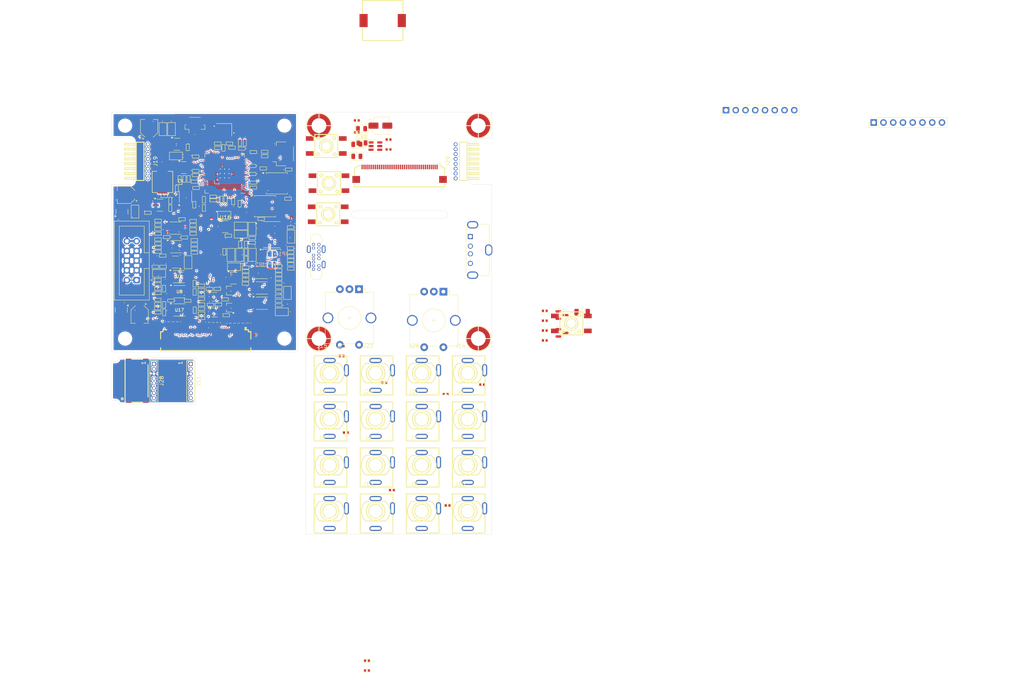
<source format=kicad_pcb>
(kicad_pcb (version 20241229) (generator "pcbnew") (generator_version "9.0")
  (layers (0 "F.Cu" signal) (4 "In1.Cu" signal) (6 "In2.Cu" signal) (2 "B.Cu" signal) (13 "F.Paste" user) (15 "B.Paste" user) (5 "F.SilkS" user "F.Silkscreen") (7 "B.SilkS" user "B.Silkscreen") (1 "F.Mask" user) (3 "B.Mask" user) (25 "Edge.Cuts" user))
  (net 0 "")
  (net 1 "+12V")
  (net 2 "GND")
  (net 3 "Net-(U9-BP)")
  (net 4 "Net-(U10-BP)")
  (net 5 "/I2S_DAC_BCK")
  (net 6 "/I2S_DAC_SCK")
  (net 7 "/I2S_DAC_LRCK")
  (net 8 "/I2S_DAC_MUTE")
  (net 9 "+3.3VA")
  (net 10 "+3.3V")
  (net 11 "Net-(U2-CAPP)")
  (net 12 "/I2S_DAC_DIN")
  (net 13 "Net-(U2-OUTL)")
  (net 14 "Net-(U2-VNEG)")
  (net 15 "Net-(U2-OUTR)")
  (net 16 "Net-(U2-LDOO)")
  (net 17 "/~{SW_RUN_MICRO}")
  (net 18 "Net-(U2-CAPM)")
  (net 19 "/I2C_DAC_SDA")
  (net 20 "/MCU_CV_IN_1")
  (net 21 "Net-(U3-VOUTA)")
  (net 22 "Net-(U3-VOUTD)")
  (net 23 "/MCU_CV_IN_2")
  (net 24 "Net-(U3-VOUTB)")
  (net 25 "/I2C_DAC_SCL")
  (net 26 "Net-(U3-VOUTC)")
  (net 27 "/VREF_ADC")
  (net 28 "+5V")
  (net 29 "+5VA")
  (net 30 "Net-(C1-Pad1)")
  (net 31 "Net-(C2-Pad1)")
  (net 32 "Net-(U5-VINL)")
  (net 33 "Net-(U5-VINR)")
  (net 34 "/AUDIO_R_IN")
  (net 35 "Net-(C9-Pad2)")
  (net 36 "Net-(C10-Pad2)")
  (net 37 "/AUDIO_L_IN")
  (net 38 "Net-(U5-VREF)")
  (net 39 "-12V")
  (net 40 "Net-(U6B--)")
  (net 41 "Net-(U6A--)")
  (net 42 "Net-(U13A--)")
  (net 43 "Net-(C31-Pad2)")
  (net 44 "Net-(U13B--)")
  (net 45 "Net-(U20A--)")
  (net 46 "Net-(U20B--)")
  (net 47 "Net-(U19A--)")
  (net 48 "Net-(U19A-+)")
  (net 49 "Net-(U19B-+)")
  (net 50 "/MCU_CV_IN_3")
  (net 51 "/I2S_ADC_MD1")
  (net 52 "/I2S_ADC_MD0")
  (net 53 "/I2S_ADC_LRCK")
  (net 54 "/VREF_ADC_NEG")
  (net 55 "Net-(U8A--)")
  (net 56 "Net-(U11B--)")
  (net 57 "/I2S_ADC_SCKI")
  (net 58 "/I2S_ADC_DOUT")
  (net 59 "/I2S_ADC_BCK")
  (net 60 "Net-(U8B--)")
  (net 61 "Net-(U17A--)")
  (net 62 "Net-(U17B--)")
  (net 64 "/GATE_OUT_1_JACK")
  (net 65 "/SD_CLK")
  (net 66 "/SD_CMD")
  (net 67 "/SD_DAT0")
  (net 68 "/SD_DAT1")
  (net 69 "/SD_DAT2")
  (net 70 "/SD_DAT3")
  (net 71 "/AUDIO_OUT_1_MICRO")
  (net 72 "/AUDIO_OUT_2_MICRO")
  (net 73 "/AUDIO_OUT_2_JACK")
  (net 74 "/DISPLAY_CS_JACK")
  (net 75 "/DISPLAY_DC_JACK")
  (net 76 "/DISPLAY_BLK_JACK")
  (net 77 "/STEMMA_SDA")
  (net 78 "/STEMMA_SCL")
  (net 79 "/DISPLAY_SDA_JACK")
  (net 80 "/DISPLAY_SCL_JACK")
  (net 81 "/DISPLAY_RES_JACK")
  (net 82 "/AUDIO_OUT_1_JACK")
  (net 83 "/USB_HOST_DM_JACK")
  (net 84 "/USB_HOST_DP_JACK")
  (net 89 "/USB_HOST_DM_MICRO")
  (net 98 "Net-(FB1-Pad2)")
  (net 99 "Net-(FB8-Pad1)")
  (net 100 "Net-(FB2-Pad2)")
  (net 101 "Net-(FB9-Pad1)")
  (net 102 "Net-(FB10-Pad1)")
  (net 103 "Net-(FB11-Pad1)")
  (net 104 "Net-(J18-Pin_1)")
  (net 105 "Net-(J18-Pin_10)")
  (net 106 "Net-(J1-CLK)")
  (net 107 "Net-(J1-DAT1)")
  (net 108 "/SD_GND")
  (net 109 "Net-(J1-CMD)")
  (net 110 "Net-(J1-DAT0)")
  (net 111 "Net-(J1-DAT3{slash}CD)")
  (net 112 "Net-(J1-VDD)")
  (net 113 "Net-(J1-DAT2)")
  (net 114 "Net-(U11A--)")
  (net 115 "/USB_HOST_DP_MICRO")
  (net 116 "/MCU_CV_IN_4")
  (net 117 "/3V3_SD_SCREEN")
  (net 118 "Net-(U21A--)")
  (net 119 "/GATE_OUT_2_JACK")
  (net 120 "/USB_DM_JACK")
  (net 121 "/USB_DP_JACK")
  (net 122 "Net-(C67-Pad2)")
  (net 123 "/12V_JACK")
  (net 124 "Net-(U23-SW)")
  (net 125 "Net-(U23-BOOT)")
  (net 126 "Net-(C90-Pad2)")
  (net 127 "/ENC2_SW_MICRO")
  (net 128 "/ENC2_B_MICRO")
  (net 129 "/ENC1_B_MICRO")
  (net 130 "/ENC2_A_MICRO")
  (net 131 "Net-(C91-Pad2)")
  (net 132 "/ENC1_SW_MICRO")
  (net 133 "/ENC1_A_MICRO")
  (net 134 "Net-(D1-COM)")
  (net 135 "/ENC2_A_JACK")
  (net 136 "Net-(D2-COM)")
  (net 137 "/ENC1_B_JACK")
  (net 138 "/ENC2_SW_JACK")
  (net 139 "/ENC2_B_JACK")
  (net 140 "/~{USBH_PWR_EN_MICRO}")
  (net 141 "Net-(Q3-D)")
  (net 142 "/ENC1_A_JACK")
  (net 143 "/ENC1_SW_JACK")
  (net 144 "/GND_JACK")
  (net 145 "/GNDA_JACK")
  (net 146 "Net-(J17-VBUS)")
  (net 147 "Net-(FB3-Pad2)")
  (net 148 "/~{SW_MENU_BOOT_JACK}")
  (net 149 "/5V_JACK")
  (net 150 "/~{USBH_PWR_EN_JACK}")
  (net 151 "/SW_USR2_JACK")
  (net 152 "/SW_USR1_JACK")
  (net 153 "/SW_RUN_JACK")
  (net 154 "/AUDIO_IN_1_MICRO")
  (net 155 "/AUDIO_IN_2_MICRO")
  (net 156 "/CV_GATE_IN_4_MICRO")
  (net 157 "/CV_GATE_IN_3_MICRO")
  (net 158 "/AUDIO_IN_2_JACK")
  (net 159 "Net-(FB4-Pad2)")
  (net 160 "Net-(FB13-Pad1)")
  (net 161 "/CV_GATE_IN_3_JACK")
  (net 162 "/CV_GATE_IN_4_JACK")
  (net 163 "/AUDIO_IN_1_JACK")
  (net 164 "/CV_OUT_1_MICRO")
  (net 165 "/CV_OUT_2_MICRO")
  (net 166 "/CV_OUT_3_MICRO")
  (net 167 "/CV_OUT_4_MICRO")
  (net 168 "/CV_OUT_1_JACK")
  (net 169 "/CV_OUT_2_JACK")
  (net 170 "/CV_OUT_3_JACK")
  (net 171 "/CV_OUT_4_JACK")
  (net 172 "Net-(U12-BOOT)")
  (net 173 "Net-(U12-SW)")
  (net 174 "Net-(U14-BP)")
  (net 175 "/XIN")
  (net 176 "Net-(C66-Pad1)")
  (net 177 "+1V1")
  (net 178 "/VREG_AVDD")
  (net 179 "/SWD")
  (net 180 "/SWCLK")
  (net 181 "/GATE_OUT_2_MICRO")
  (net 182 "/VREG_LX")
  (net 183 "/XOUT")
  (net 184 "/~{QSPI_SS}")
  (net 185 "Net-(U12-FB)")
  (net 186 "Net-(J16-CC1)")
  (net 187 "Net-(J16-CC2)")
  (net 188 "/QSPI_SCLK")
  (net 189 "/QSPI_SD3")
  (net 190 "/QSPI_SD1")
  (net 191 "/QSPI_SD2")
  (net 192 "/QSPI_SD0")
  (net 193 "Net-(U1-USB_DP)")
  (net 194 "/GATE_OUT_1_MICRO")
  (net 195 "Net-(FB14-Pad1)")
  (net 196 "/CV_IN_1_JACK")
  (net 197 "/CV_IN_2_JACK")
  (net 202 "/GATE_IN_1_MICRO")
  (net 203 "/HSTX16_RST")
  (net 204 "/HSTX15_DIN")
  (net 205 "/GATE_IN_2_MICRO")
  (net 206 "/CV_IN_2_MICRO")
  (net 207 "/HSTX17_BLK")
  (net 208 "/HSTX14_SCK")
  (net 209 "/HSTX13_CS")
  (net 210 "/HSTX12_DC")
  (net 211 "/CV_IN_1_MICRO")
  (net 212 "/GATE_IN_1_JACK")
  (net 213 "/GATE_IN_2_JACK")
  (net 218 "Net-(Q3-G)")
  (net 219 "/~{SW_MENU_BOOT_MICRO}")
  (net 220 "Net-(U23-FB)")
  (net 221 "/~{SW_USR2_MICRO}")
  (net 222 "/~{SW_USR1_MICRO}")
  (net 223 "/MCU_GATE_OUT_2")
  (net 224 "/MCU_GATE_OUT_1")
  (net 226 "/MCU_GATE_IN_4")
  (net 227 "/MCU_GATE_IN_3")
  (net 228 "/MCU_GATE_IN_2")
  (net 229 "/MCU_GATE_IN_1")
  (net 230 "/~{PSRAM_CS}")
  (net 231 "Net-(U1-USB_DM)")
  (net 232 "/USB_DN")
  (net 233 "/USB_DP")
  (net 234 "Net-(U16-BP)")
  (net 235 "/3V3_DAC")
  (footprint "Package_TO_SOT_SMD:SOT-23-6" (layer "F.Cu") (at 39.1025 76.23)
    (property "Reference" "U12" (hide yes))
    (property "Value" "TPS54302")
  )
  (footprint "green_screen:SMD_SMTSO20100CTJ" (layer "F.Cu") (at 122.000025 55.500025)
    (property "Reference" "PIL3" (hide yes))
    (property "Value" "SMD_SMTSO20100CTJ")
  )
  (footprint "Rotary_Encoder:RotaryEncoder_Alps_EC12E-Switch_Vertical_H20mm_CircularMountingHoles" (layer "F.Cu") (at 90.94 98.12 -90)
    (property "Reference" "SW4" (hide yes))
    (property "Value" "RotaryEncoder_Switch")
  )
  (footprint "Package_SO:MSOP-8_3x3mm_P0.65mm" (layer "F.Cu") (at 43.3075 87.05)
    (property "Reference" "U20" (hide yes))
    (property "Value" "TL072")
  )
  (footprint "Clacktronics:C_0402_1005Metric" (layer "F.Cu") (at 59.95 86.48 -90)
    (property "Reference" "C1" (hide yes))
    (property "Value" "2n2")
  )
  (footprint "Clacktronics:R_0402_1005Metric" (layer "F.Cu") (at 70 94.3)
    (property "Reference" "R12" (hide yes))
    (property "Value" "33k")
  )
  (footprint "RP2350_80QFN_minimal:L_pol_2016" (layer "F.Cu") (at 52.933333 76.6 180)
    (property "Reference" "L3" (hide yes))
    (property "Value" "3.3u")
  )
  (footprint "Clacktronics:R_0402_1005Metric" (layer "F.Cu") (at 48.02 86.45)
    (property "Reference" "R47" (hide yes))
    (property "Value" "33k")
  )
  (footprint "Clacktronics:R_0402_1005Metric" (layer "F.Cu") (at 66.37 62.31 180)
    (property "Reference" "R104" (hide yes))
    (property "Value" "10k")
  )
  (footprint "Clacktronics:C_0402_1005Metric" (layer "F.Cu") (at 72.6 66.95 180)
    (property "Reference" "C64" (hide yes))
    (property "Value" "100n")
  )
  (footprint "green_screen:SMD_SMTSO20100CTJ" (layer "F.Cu") (at 80.5 55.5)
    (property "Reference" "PIL4" (hide yes))
    (property "Value" "SMD_SMTSO20100CTJ")
  )
  (footprint "Clacktronics:C_0402_1005Metric" (layer "F.Cu") (at 59.833333 75.85 -90)
    (property "Reference" "C80" (hide yes))
    (property "Value" "100n")
  )
  (footprint "Package_TO_SOT_SMD:SOT-23" (layer "F.Cu") (at 29 103.5375 -90)
    (property "Reference" "Q1" (hide yes))
    (property "Value" "A3400A")
  )
  (footprint "Clacktronics:C_0402_1005Metric" (layer "F.Cu") (at 39.8875 92.3)
    (property "Reference" "C25" (hide yes))
    (property "Value" "100n")
  )
  (footprint "green_screen:HDR-TH_8P-P1.27-H-M_1271WR-8P" (layer "F.Cu") (at 35.9 64.796565 -90)
    (property "Reference" "J19")
    (property "Value" "C7470101")
  )
  (footprint "Clacktronics:C_0402_1005Metric" (layer "F.Cu") (at 39.8 89.4 180)
    (property "Reference" "C44" (hide yes))
    (property "Value" "100n")
  )
  (footprint "Clacktronics:R_0402_1005Metric" (layer "F.Cu") (at 73.1 88.5 180)
    (property "Reference" "R15" (hide yes))
    (property "Value" "R")
  )
  (footprint "Clacktronics:C_0402_1005Metric" (layer "F.Cu") (at 61.5 86.48 -90)
    (property "Reference" "C2" (hide yes))
    (property "Value" "2n2")
  )
  (footprint "Clacktronics:C_0402_1005Metric" (layer "F.Cu") (at 65.45 79.8)
    (property "Reference" "C54" (hide yes))
    (property "Value" "100n")
  )
  (footprint "Package_TO_SOT_SMD:SOT-23-5" (layer "F.Cu") (at 43.5 60.35)
    (property "Reference" "U14" (hide yes))
    (property "Value" "SPX3819M5-L-3-3")
  )
  (footprint "green_screen:FPC-SMD_40P-P0.50_XUNPU_FPC-05FB-40PH20" (layer "F.Cu") (at 51 110.624968)
    (property "Reference" "J21" (hide yes))
    (property "Value" "C2856837")
  )
  (footprint "green_screen:KEY-SMD_4P-L6.0-W6.0-P3.90-LS9.0" (layer "F.Cu") (at 83.100089 70.499898 180)
    (property "Reference" "SW1" (hide yes))
    (property "Value" "~")
  )
  (footprint "Clacktronics:R_0402_1005Metric" (layer "F.Cu") (at 86.4125 112.98)
    (property "Reference" "R93" (hide yes))
    (property "Value" "5.1k")
  )
  (footprint "Clacktronics:C_0805_2012Metric" (layer "F.Cu") (at 91.7 60)
    (property "Reference" "C98")
    (property "Value" "10u")
  )
  (footprint "MountingHole:MountingHole_2.1mm" (layer "F.Cu") (at 181.3 51.935)
    (property "Reference" "REF**" (hide yes))
    (property "Value" "MountingHole_2.1mm")
  )
  (footprint "green_screen:AUDIO-TH_PJ-301C" (layer "F.Cu") (at 119.25 132)
    (property "Reference" "J6")
    (property "Value" "AUDIO_OUT_2")
  )
  (footprint "Clacktronics:R_0402_1005Metric" (layer "F.Cu") (at 38.52 103.1)
    (property "Reference" "R39" (hide yes))
    (property "Value" "20k")
  )
  (footprint "Clacktronics:R_0402_1005Metric" (layer "F.Cu") (at 69.98 101.16)
    (property "Reference" "R51" (hide yes))
    (property "Value" "100k")
  )
  (footprint "Package_SO:TSSOP-14_4.4x3.6mm_P0.4mm" (layer "F.Cu") (at 68.2125 89.6)
    (property "Reference" "U5" (hide yes))
    (property "Value" "PCM1808PWR")
  )
  (footprint "Clacktronics:R_0402_1005Metric" (layer "F.Cu") (at 38.57 86.25)
    (property "Reference" "R10" (hide yes))
    (property "Value" "33k")
  )
  (footprint "Clacktronics:C_0805_2012Metric" (layer "F.Cu") (at 39.85 56.4125 90)
    (property "Reference" "C57" (hide yes))
    (property "Value" "10u")
  )
  (footprint "Clacktronics:C_0805_2012Metric" (layer "F.Cu") (at 63.1 82.4 -90)
    (property "Reference" "C3" (hide yes))
    (property "Value" "2u2")
  )
  (footprint "Clacktronics:C_0402_1005Metric" (layer "F.Cu") (at 47.7 80.35)
    (property "Reference" "C30" (hide yes))
    (property "Value" "10p")
  )
  (footprint "Clacktronics:R_0402_1005Metric" (layer "F.Cu") (at 47.7 83.65 180)
    (property "Reference" "R32" (hide yes))
    (property "Value" "68k")
  )
  (footprint "Clacktronics:C_0402_1005Metric" (layer "F.Cu") (at 61.4 95.6 180)
    (property "Reference" "C40" (hide yes))
    (property "Value" "100n")
  )
  (footprint "Clacktronics:C_0402_1005Metric" (layer "F.Cu") (at 38.57 85.15)
    (property "Reference" "C32" (hide yes))
    (property "Value" "10p")
  )
  (footprint "Resistor_SMD:R_1206_3216Metric" (layer "F.Cu") (at 149.05 104.13)
    (property "Reference" "F1" (hide yes))
    (property "Value" "nSMD005 150mA")
  )
  (footprint "Clacktronics:C_0402_1005Metric" (layer "F.Cu") (at 73.15 92.77 180)
    (property "Reference" "C9" (hide yes))
    (property "Value" "0R")
  )
  (footprint "Clacktronics:C_0402_1005Metric" (layer "F.Cu") (at 70 99.97)
    (property "Reference" "C62" (hide yes))
    (property "Value" "100n")
  )
  (footprint "Clacktronics:C_0402_1005Metric" (layer "F.Cu") (at 56.88 84.18 180)
    (property "Reference" "C97" (hide yes))
    (property "Value" "100n")
  )
  (footprint "Clacktronics:C_0402_1005Metric" (layer "F.Cu") (at 48.1 96.7 90)
    (property "Reference" "C49" (hide yes))
    (property "Value" "100n")
  )
  (footprint "green_screen:AUDIO-TH_PJ-301C" (layer "F.Cu") (at 95.25 144)
    (property "Reference" "J5")
    (property "Value" "CV_GATE_IN3")
  )
  (footprint "Connector_PinHeader_2.54mm:PinHeader_1x08_P2.54mm_Vertical" (layer "F.Cu") (at 224.995 54.68 90)
    (property "Reference" "J12" (hide yes))
    (property "Value" "DISPLAY_CONNECTOR")
  )
  (footprint "Clacktronics:C_0805_2012Metric" (layer "F.Cu") (at 63.15 89.2 -90)
    (property "Reference" "C11" (hide yes))
    (property "Value" "10u")
  )
  (footprint "Clacktronics:R_0402_1005Metric" (layer "F.Cu") (at 66.37 63.47 180)
    (property "Reference" "R103" (hide yes))
    (property "Value" "10k")
  )
  (footprint "Clacktronics:C_0402_1005Metric" (layer "F.Cu") (at 46.3 101.15 180)
    (property "Reference" "C51" (hide yes))
    (property "Value" "100n")
  )
  (footprint "Clacktronics:C_0402_1005Metric" (layer "F.Cu") (at 48.02 85.35)
    (property "Reference" "C33" (hide yes))
    (property "Value" "10p")
  )
  (footprint "green_screen:AUDIO-TH_PJ-301C" (layer "F.Cu") (at 107.25 132)
    (property "Reference" "J27")
    (property "Value" "CV_OUT_4")
  )
  (footprint "green_screen:CONN-TH_8P-P1.27_DEALON_DW127R-11-08-34" (layer "F.Cu") (at 37.5 122.049873 -90)
    (property "Reference" "J28")
    (property "Value" "C2881890")
  )
  (footprint "Clacktronics:C_0402_1005Metric" (layer "F.Cu") (at 58.133333 75.25 -90)
    (property "Reference" "C74" (hide yes))
    (property "Value" "100n")
  )
  (footprint "green_screen:AUDIO-TH_PJ-301C" (layer "F.Cu") (at 107.25 144)
    (property "Reference" "J7")
    (property "Value" "CV_OUT_1")
  )
  (footprint "Clacktronics:C_0402_1005Metric" (layer "F.Cu") (at 52.25 102.2)
    (property "Reference" "C81" (hide yes))
    (property "Value" "100n")
  )
  (footprint "Clacktronics:R_0402_1005Metric" (layer "F.Cu") (at 123 123)
    (property "Reference" "R89" (hide yes))
    (property "Value" "1M")
  )
  (footprint "Inductor_SMD:L_0402_1005Metric_Pad0.77x0.64mm_HandSolder" (layer "F.Cu") (at 60.15 107 -90)
    (property "Reference" "FB6" (hide yes))
    (property "Value" "F")
  )
  (footprint "Capacitor_SMD:CP_Elec_4x5.4" (layer "F.Cu") (at 36.25 56.15 90)
    (property "Reference" "C38" (hide yes))
    (property "Value" "220uF")
  )
  (footprint "Clacktronics:C_0805_2012Metric" (layer "F.Cu") (at 73.2 84.4 -90)
    (property "Reference" "C4" (hide yes))
    (property "Value" "10u")
  )
  (footprint "Clacktronics:R_0402_1005Metric" (layer "F.Cu") (at 56.183333 74.7 90)
    (property "Reference" "R24" (hide yes))
    (property "Value" "27")
  )
  (footprint "Inductor_SMD:L_0402_1005Metric_Pad0.77x0.64mm_HandSolder" (layer "F.Cu") (at 43.04 106.62 -90)
    (property "Reference" "FB11" (hide yes))
    (property "Value" "F")
  )
  (footprint "Clacktronics:R_0402_1005Metric" (layer "F.Cu") (at 47.7 82.55 180)
    (property "Reference" "R34" (hide yes))
    (property "Value" "100k")
  )
  (footprint "Clacktronics:R_0402_1005Metric" (layer "F.Cu") (at 139.32 103.77)
    (property "Reference" "R99" (hide yes))
    (property "Value" "10k")
  )
  (footprint "Clacktronics:R_0402_1005Metric" (layer "F.Cu") (at 49.9 105.65 180)
    (property "Reference" "R42" (hide yes))
    (property "Value" "20k")
  )
  (footprint "Clacktronics:R_0402_1005Metric" (layer "F.Cu") (at 49.9 102.1)
    (property "Reference" "R54" (hide yes))
    (property "Value" "220R")
  )
  (footprint "Capacitor_SMD:CP_Elec_4x5.4" (layer "F.Cu") (at 96.5 55.5)
    (property "Reference" "C87" (hide yes))
    (property "Value" "220uF")
  )
  (footprint "Clacktronics:C_0402_1005Metric" (layer "F.Cu") (at 46.3 61.15 90)
    (property "Reference" "C61" (hide yes))
    (property "Value" "100n")
  )
  (footprint "Connector_IDC:IDC-Header_2x05_P2.54mm_Vertical" (layer "F.Cu") (at 33 95.76 180)
    (property "Reference" "J18" (hide yes))
    (property "Value" "Eurorack 10 pin socket")
  )
  (footprint "Inductor_SMD:L_0402_1005Metric_Pad0.77x0.64mm_HandSolder" (layer "F.Cu") (at 40.85 106.59 -90)
    (property "Reference" "FB8" (hide yes))
    (property "Value" "F")
  )
  (footprint "Connector_USB:USB_A_Molex_105057_Vertical" (layer "F.Cu") (at 119.93 84.41 -90)
    (property "Reference" "J17" (hide yes))
    (property "Value" "USB_HOST")
  )
  (footprint "Clacktronics:C_0402_1005Metric" (layer "F.Cu") (at 54.15 61.3 180)
    (property "Reference" "C72" (hide yes))
    (property "Value" "4.7u")
  )
  (footprint "Clacktronics:C_0805_2012Metric" (layer "F.Cu") (at 60.15 83.8 180)
    (property "Reference" "C6" (hide yes))
    (property "Value" "2u2")
  )
  (footprint "Clacktronics:C_0402_1005Metric" (layer "F.Cu") (at 48.383333 63.55 180)
    (property "Reference" "C77" (hide yes))
    (property "Value" "100n")
  )
  (footprint "Inductor_SMD:L_0402_1005Metric_Pad0.77x0.64mm_HandSolder" (layer "F.Cu") (at 52.43 106.79 90)
    (property "Reference" "FB3" (hide yes))
    (property "Value" "F")
  )
  (footprint "Clacktronics:918-418K2022Y40000" (layer "F.Cu") (at 79.78 89.7 90)
    (property "Reference" "J16" (hide yes))
    (property "Value" "USB_C_Receptacle_USB2.0_14P")
  )
  (footprint "Rotary_Encoder:RotaryEncoder_Alps_EC12E-Switch_Vertical_H20mm_CircularMountingHoles" (layer "F.Cu") (at 112.91 98.76 -90)
    (property "Reference" "SW3" (hide yes))
    (property "Value" "RotaryEncoder_Switch")
  )
  (footprint "Clacktronics:R_0402_1005Metric" (layer "F.Cu") (at 87.5 135.5)
    (property "Reference" "R85" (hide yes))
    (property "Value" "1M")
  )
  (footprint "Clacktronics:C_0402_1005Metric" (layer "F.Cu") (at 48.383333 67.3 180)
    (property "Reference" "C76" (hide yes))
    (property "Value" "100n")
  )
  (footprint "Clacktronics:C_0805_2012Metric" (layer "F.Cu") (at 91.6 56.3)
    (property "Reference" "C36" (hide yes))
    (property "Value" "10u")
  )
  (footprint "green_screen:AUDIO-TH_PJ-301C" (layer "F.Cu") (at 119.25 156)
    (property "Reference" "J10")
    (property "Value" "CV_OUT_4")
  )
  (footprint "green_screen:CONN-TH_8P-P1.27_DEALON_DW127R-11-08-34" (layer "F.Cu") (at 47.1 122.049873 -90)
    (property "Reference" "J11")
    (property "Value" "C7471773")
  )
  (footprint "Clacktronics:R_0402_1005Metric" (layer "F.Cu") (at 38.57 87.3)
    (property "Reference" "R45" (hide yes))
    (property "Value" "100k")
  )
  (footprint "MountingHole:MountingHole_2.1mm" (layer "F.Cu") (at 89.5 126.55)
    (property "Reference" "REF**" (hide yes))
    (property "Value" "MountingHole_2.1mm")
  )
  (footprint "Clacktronics:C_0402_1005Metric" (layer "F.Cu") (at 61.33 96.69)
    (property "Reference" "C26" (hide yes))
    (property "Value" "100n")
  )
  (footprint "Package_SO:MSOP-8_3x3mm_P0.65mm" (layer "F.Cu") (at 45.74 74.01 90)
    (property "Reference" "U11" (hide yes))
    (property "Value" "TL072")
  )
  (footprint "Clacktronics:R_0402_1005Metric" (layer "F.Cu") (at 38.52 104.2)
    (property "Reference" "R37" (hide yes))
    (property "Value" "20k")
  )
  (footprint "Clacktronics:C_0402_1005Metric" (layer "F.Cu") (at 60.4 61.49)
    (property "Reference" "C79" (hide yes))
    (property "Value" "100n")
  )
  (footprint "Clacktronics:R_0402_1005Metric" (layer "F.Cu") (at 98.62 59.13)
    (property "Reference" "R97" (hide yes))
    (property "Value" "100k")
  )
  (footprint "Clacktronics:C_0402_1005Metric" (layer "F.Cu") (at 54.3 102.15)
    (property "Reference" "C92" (hide yes))
    (property "Value" "100n")
  )
  (footprint "green_screen:AUDIO-TH_PJ-301C" (layer "F.Cu") (at 83.25 156)
    (property "Reference" "J4")
    (property "Value" "CV_GATE_IN_2")
  )
  (footprint "Clacktronics:R_0402_1005Metric" (layer "F.Cu") (at 50.533333 76.95 90)
    (property "Reference" "R6" (hide yes))
    (property "Value" "33")
  )
  (footprint "green_screen:AUDIO-TH_PJ-301C" (layer "F.Cu") (at 95.25 156)
    (property "Reference" "J13")
    (property "Value" "CV_GATE_IN_4")
  )
  (footprint "Package_SO:MSOP-8_3x3mm_P0.65mm" (layer "F.Cu") (at 44.1625 98.775)
    (property "Reference" "U8")
    (property "Value" "TL072")
  )
  (footprint "Package_SO:SOIC-8_5.3x5.3mm_P1.27mm" (layer "F.Cu") (at 66.45 76.5)
    (property "Reference" "U4" (hide yes))
    (property "Value" "W25Q128JVS")
  )
  (footprint "Package_SO:MSOP-8_3x3mm_P0.65mm" (layer "F.Cu") (at 44.15 103.55)
    (property "Reference" "U17")
    (property "Value" "TL072")
  )
  (footprint "green_screen:KEY-SMD_4P-L6.0-W6.0-P3.90-LS9.0" (layer "F.Cu") (at 82.4 60.8 180)
    (property "Reference" "SW5" (hide yes))
    (property "Value" "USER2")
  )
  (footprint "Clacktronics:R_0402_1005Metric" (layer "F.Cu") (at 38.52 100.9 180)
    (property "Reference" "R55" (hide yes))
    (property "Value" "220R")
  )
  (footprint "Clacktronics:R_0402_1005Metric" (layer "F.Cu") (at 49.85 99.5 180)
    (property "Reference" "R26" (hide yes))
    (property "Value" "20k")
  )
  (footprint "Clacktronics:R_0402_1005Metric" (layer "F.Cu") (at 47.7 81.45)
    (property "Reference" "R33" (hide yes))
    (property "Value" "33k")
  )
  (footprint "Clacktronics:C_0402_1005Metric" (layer "F.Cu") (at 35.93 78.22)
    (property "Reference" "C59" (hide yes))
    (property "Value" "100n")
  )
  (footprint "Clacktronics:C_0805_2012Metric" (layer "F.Cu") (at 72.27 99.09 -90)
    (property "Reference" "C34" (hide yes))
    (property "Value" "10u")
  )
  (footprint "green_screen:AUDIO-TH_PJ-301C" (layer "F.Cu") (at 119.25 120)
    (property "Reference" "J14")
    (property "Value" "AUDIO_OUT_1")
  )
  (footprint "Clacktronics:C_0402_1005Metric" (layer "F.Cu") (at 43.5 71.89 90)
    (property "Reference" "C47" (hide yes))
    (property "Value" "100n")
  )
  (footprint "Clacktronics:R_0402_1005Metric" (layer "F.Cu") (at 38.55 98)
    (property "Reference" "R17" (hide yes))
    (property "Value" "20k")
  )
  (footprint "Clacktronics:R_0402_1005Metric" (layer "F.Cu") (at 63.4 71.65 180)
    (property "Reference" "R3" (hide yes))
    (property "Value" "10k")
  )
  (footprint "Clacktronics:C_0402_1005Metric" (layer "F.Cu") (at 45.42 84.65 180)
    (property "Reference" "C43" (hide yes))
    (property "Value" "100n")
  )
  (footprint "Clacktronics:C_0805_2012Metric" (layer "F.Cu") (at 57.55 89.2 -90)
    (property "Reference" "C13" (hide yes))
    (property "Value" "10u")
  )
  (footprint "Clacktronics:R_0402_1005Metric" (layer "F.Cu") (at 56.06 100.79)
    (property "Reference" "R44" (hide yes))
    (property "Value" "1k")
  )
  (footprint "Clacktronics:R_0402_1005Metric" (layer "F.Cu") (at 113.5 125.5)
    (property "Reference" "R88" (hide yes))
    (property "Value" "1M")
  )
  (footprint "Clacktronics:C_0402_1005Metric" (layer "F.Cu") (at 37.8875 92.3 180)
    (property "Reference" "C22" (hide yes))
    (property "Value" "100n")
  )
  (footprint "Clacktronics:R_0402_1005Metric" (layer "F.Cu") (at 139.32 111.48)
    (property "Reference" "R102" (hide yes))
    (property "Value" "~")
  )
  (footprint "Clacktronics:C_0402_1005Metric" (layer "F.Cu") (at 48.483333 71.75 180)
    (property "Reference" "C83" (hide yes))
    (property "Value" "100n")
  )
  (footprint "Clacktronics:C_0402_1005Metric" (layer "F.Cu") (at 48.15 103.6 90)
    (property "Reference" "C91" (hide yes))
    (property "Value" "10p")
  )
  (footprint "Clacktronics:R_0402_1005Metric" (layer "F.Cu") (at 38.53 95.75 180)
    (property "Reference" "R57" (hide yes))
    (property "Value" "220R")
  )
  (footprint "Clacktronics:C_0402_1005Metric" (layer "F.Cu") (at 50.533333 74.8 90)
    (property "Reference" "C71" (hide yes))
    (property "Value" "4.7u")
  )
  (footprint "Clacktronics:R_0402_1005Metric" (layer "F.Cu") (at 92.99 194.96)
    (property "Reference" "R95" (hide yes))
    (property "Value" "1M")
  )
  (footprint "Clacktronics:C_0402_1005Metric" (layer "F.Cu") (at 48.07 70.11 180)
    (property "Reference" "C84" (hide yes))
    (property "Value" "100n")
  )
  (footprint "Package_TO_SOT_SMD:SOT-363_SC-70-6" (layer "F.Cu") (at 53.3 100.1)
    (property "Reference" "U18" (hide yes))
    (property "Value" "SN74LVC1T45DCK")
  )
  (footprint "Capacitor_SMD:CP_Elec_4x5.4" (layer "F.Cu") (at 33.8 104.75 -90)
    (property "Reference" "C18" (hide yes))
    (property "Value" "22uF")
  )
  (footprint "Clacktronics:R_0402_1005Metric" (layer "F.Cu") (at 70 102.31 180)
    (property "Reference" "R52" (hide yes))
    (property "Value" "10k")
  )
  (footprint "Inductor_SMD:L_0402_1005Metric_Pad0.77x0.64mm_HandSolder" (layer "F.Cu") (at 54.5 106.8 -90)
    (property "Reference" "FB14" (hide yes))
    (property "Value" "F")
  )
  (footprint "Clacktronics:C_0402_1005Metric" (layer "F.Cu") (at 40.15 102.2 90)
    (property "Reference" "C90" (hide yes))
    (property "Value" "10p")
  )
  (footprint "Clacktronics:C_0402_1005Metric" (layer "F.Cu") (at 40.825 84.55)
    (property "Reference" "C42" (hide yes))
    (property "Value" "100n")
  )
  (footprint "Clacktronics:R_0402_1005Metric" (layer "F.Cu") (at 49.9 103.25)
    (property "Reference" "R41" (hide yes))
    (property "Value" "10k")
  )
  (footprint "Package_TO_SOT_SMD:SOT-363_SC-70-6" (layer "F.Cu") (at 53.35 104.2)
    (property "Reference" "U22" (hide yes))
    (property "Value" "SN74LVC1T45DCK")
  )
  (footprint "Package_SO:MSOP-8_3x3mm_P0.65mm" (layer "F.Cu") (at 43.1 82.2)
    (property "Reference" "U13" (hide yes))
    (property "Value" "TL072")
  )
  (footprint "Clacktronics:C_0805_2012Metric" (layer "F.Cu") (at 59.85 89.2 -90)
    (property "Reference" "C15" (hide yes))
    (property "Value" "10u")
  )
  (footprint "Inductor_SMD:L_0402_1005Metric_Pad0.77x0.64mm_HandSolder" (layer "F.Cu") (at 61.3 106.95 90)
    (property "Reference" "FB2" (hide yes))
    (property "Value" "F")
  )
  (footprint "Clacktronics:C_0402_1005Metric" (layer "F.Cu") (at 69.99 96.49)
    (property "Reference" "C46" (hide yes))
    (property "Value" "100n")
  )
  (footprint "Clacktronics:C_0805_2012Metric" (layer "F.Cu") (at 46.4 91.1 90)
    (property "Reference" "C23" (hide yes))
    (property "Value" "10u")
  )
  (footprint "MountingHole:MountingHole_2.1mm" (layer "F.Cu") (at 209.5 97.165)
    (property "Reference" "REF**" (hide yes))
    (property "Value" "MountingHole_2.1mm")
  )
  (footprint "green_screen:SMD_SMTSO20100CTJ" (layer "F.Cu") (at 122.000025 111.000025)
    (property "Reference" "PIL1" (hide yes))
    (property "Value" "SMD_SMTSO20100CTJ")
  )
  (footprint "Clacktronics:R_0402_1005Metric" (layer "F.Cu") (at 139.32 106.34)
    (property "Reference" "R100" (hide yes))
    (property "Value" "10k")
  )
  (footprint "Capacitor_SMD:CP_Elec_4x5.4" (layer "F.Cu") (at 30.23 73.53 180)
    (property "Reference" "C17" (hide yes))
    (property "Value" "22uF")
  )
  (footprint "Clacktronics:C_0805_2012Metric" (layer "F.Cu") (at 55.85 78.84)
    (property "Reference" "C96" (hide yes))
    (property "Value" "10u")
  )
  (footprint "Connector_PinHeader_2.54mm:PinHeader_1x08_P2.54mm_Vertical" (layer "F.Cu") (at 186.525 51.465 90)
    (property "Reference" "J12" (hide yes))
    (property "Value" "DISPLAY_CONNECTOR")
  )
  (footprint "Clacktronics:C_0402_1005Metric" (layer "F.Cu") (at 40.15 97.97 90)
    (property "Reference" "C31" (hide yes))
    (property "Value" "10p")
  )
  (footprint "Connector_JST:JST_SH_BM03B-SRSS-TB_1x03-1MP_P1.00mm_Vertical" (layer "F.Cu") (at 48.2 55.35)
    (property "Reference" "J25" (hide yes))
    (property "Value" "SM03B-SRSS-TB")
  )
  (footprint "green_screen:IND-SMD_L10.4-W10.3" (layer "F.Cu") (at 97.1 28.1)
    (property "Reference" "L4" (hide yes))
    (property "Value" "6.8uH 5A 20mOhm")
  )
  (footprint "Package_TO_SOT_SMD:SOT-23-5" (layer "F.Cu") (at 58.23 95.23)
    (property "Reference" "U10" (hide yes))
    (property "Value" "SPX3819M5-L-5-0")
  )
  (footprint "MountingHole:MountingHole_2.1mm" (layer "F.Cu") (at 89.45 150.6)
    (property "Reference" "REF**" (hide yes))
    (property "Value" "MountingHole_2.1mm")
  )
  (footprint "Clacktronics:R_0402_1005Metric" (layer "F.Cu") (at 49.85 98.35)
    (property "Reference" "R35" (hide yes))
    (property "Value" "10k")
  )
  (footprint "green_screen:AUDIO-TH_PJ-301C" (layer "F.Cu") (at 83.25 144)
    (property "Reference" "J3")
    (property "Value" "CV_GATE_IN_1")
  )
  (footprint "Clacktronics:R_0402_1005Metric" (layer "F.Cu") (at 63.11 84.81 180)
    (property "Reference" "R1" (hide yes))
    (property "Value" "R")
  )
  (footprint "Clacktronics:R_0402_1005Metric" (layer "F.Cu") (at 46.55 69.4 -90)
    (property "Reference" "R25" (hide yes))
    (property "Value" "10k")
  )
  (footprint "green_screen:AUDIO-TH_PJ-301C" (layer "F.Cu") (at 83.25 120)
    (property "Reference" "J15")
    (property "Value" "AUDIO_IN_1")
  )
  (footprint "Inductor_SMD:L_0402_1005Metric_Pad0.77x0.64mm_HandSolder" (layer "F.Cu") (at 62.4 106.95 90)
    (property "Reference" "FB1" (hide yes))
    (property "Value" "F")
  )
  (footprint "MountingHole:MountingHole_3.2mm_M3" (layer "F.Cu") (at 30 111)
    (property "Reference" "REF**" (hide yes))
    (property "Value" "MountingHole_3.2mm_M3")
  )
  (footprint "Package_TO_SOT_SMD:SOT-23-5" (layer "F.Cu") (at 56.1 81.8375)
    (property "Reference" "U16")
    (property "Value" "SPX3819M5-L-3-3")
  )
  (footprint "Clacktronics:R_0402_1005Metric" (layer "F.Cu") (at 38.57 88.35)
    (property "Reference" "R9" (hide yes))
    (property "Value" "68k")
  )
  (footprint "Clacktronics:R_0402_1005Metric" (layer "F.Cu") (at 41.77 75.022745 -90)
    (property "Reference" "R92" (hide yes))
    (property "Value" "10k")
  )
  (footprint "Capacitor_SMD:C_0402_1005Metric" (layer "F.Cu") (at 73.15 80.9)
    (property "Reference" "C55" (hide yes))
    (property "Value" "100n")
  )
  (footprint "MountingHole:MountingHole_3.2mm_M3" (layer "F.Cu") (at 71.5 55.5)
    (property "Reference" "REF**" (hide yes))
    (property "Value" "MountingHole_3.2mm_M3")
  )
  (footprint "MountingHole:MountingHole_2.1mm" (layer "F.Cu") (at 209.5 51.935)
    (property "Reference" "REF**" (hide yes))
    (property "Value" "MountingHole_2.1mm")
  )
  (footprint "green_screen:AUDIO-TH_PJ-301C" (layer "F.Cu") (at 107.25 156)
    (property "Reference" "J9")
    (property "Value" "CV_OUT_3")
  )
  (footprint "Clacktronics:C_0805_2012Metric" (layer "F.Cu") (at 70.82 104.03)
    (property "Reference" "C45" (hide yes))
    (property "Value" "10u")
  )
  (footprint "Clacktronics:R_0402_1005Metric" (layer "F.Cu") (at 99.5 150.5)
    (property "Reference" "R90" (hide yes))
    (property "Value" "1M")
  )
  (footprint "Inductor_SMD:L_0402_1005Metric_Pad0.77x0.64mm_HandSolder" (layer "F.Cu") (at 51.39 106.76 90)
    (property "Reference" "FB4" (hide yes))
    (property "Value" "F")
  )
  (footprint "Clacktronics:R_0402_1005Metric" (layer "F.Cu") (at 63.4 62.39)
    (property "Reference" "R23" (hide yes))
    (property "Value" "1k")
  )
  (footprint "green_screen:AUDIO-TH_PJ-301C" (layer "F.Cu") (at 95.25 120)
    (property "Reference" "J23")
    (property "Value" "CV_GATE_IN3")
  )
  (footprint "green_screen:AUDIO-TH_PJ-301C" (layer "F.Cu") (at 83.25 132)
    (property "Reference" "J2")
    (property "Value" "AUDIO_IN_2")
  )
  (footprint "green_screen:TF-SMD_TF-123-ARP9H15" (layer "F.Cu") (at 32.3 122 -90)
    (property "Reference" "J1" (hide yes))
    (property "Value" "C2982548")
  )
  (footprint "Inductor_SMD:L_0402_1005Metric_Pad0.77x0.64mm_HandSolder" (layer "F.Cu") (at 56.85 107 90)
    (property "Reference" "FB5" (hide yes))
    (property "Value" "F")
  )
  (footprint "Clacktronics:C_0402_1005Metric" (layer "F.Cu") (at 54.05 98.05)
    (property "Reference" "C94" (hide yes))
    (property "Value" "100n")
  )
  (footprint "MountingHole:MountingHole_3.2mm_M3" (layer "F.Cu") (at 30 55.5)
    (property "Reference" "REF**" (hide yes))
    (property "Value" "MountingHole_3.2mm_M3")
  )
  (footprint "Clacktronics:R_0402_1005Metric" (layer "F.Cu") (at 73.1 89.55 180)
    (property "Reference" "R16" (hide yes))
    (property "Value" "R")
  )
  (footprint "green_screen:FPC-SMD_40P-P0.50_XUNPU_FPC-05FB-40PH20" (layer "F.Cu") (at 101.5 67.9)
    (property "Reference" "J22" (hide yes))
    (property "Value" "C2856837")
  )
  (footprint "Clacktronics:R_0402_1005Metric" (layer "F.Cu") (at 55.633333 61.3 90)
    (property "Reference" "R5" (hide yes))
    (property "Value" "1k")
  )
  (footprint "Clacktronics:R_0402_1005Metric" (layer "F.Cu") (at 61.4 94.5)
    (property "Reference" "R28" (hide yes))
    (property "Value" "100k")
  )
  (footprint "green_screen:HDR-TH_8P-P1.27-H-M_1271WR-8P" (layer "F.Cu") (at 116.1 64.802857 90)
    (property "Reference" "J29")
    (property "Value" "C7470089")
  )
  (footprint "Clacktronics:C_0402_1005Metric" (layer "F.Cu") (at 48.383333 68.4 180)
    (property "Reference" "C73" (hide yes))
    (property "Value" "100n")
  )
  (footprint "Clacktronics:R_0402_1005Metric" (layer "F.Cu") (at 66 66.65)
    (property "Reference" "R22" (hide yes))
    (property "Value" "10k")
  )
  (footprint "Clacktronics:C_0805_2012Metric" (layer "F.Cu") (at 60.15 81.65 180)
    (property "Reference" "C53" (hide yes))
    (property "Value" "10u")
  )
  (footprint "Clacktronics:C_0805_2012Metric" (layer "F.Cu") (at 43.25 63.4)
    (property "Reference" "C60" (hide yes))
    (property "Value" "10u")
  )
  (footprint "Clacktronics:R_0402_1005Metric" (layer "F.Cu") (at 98.62 61.7)
    (property "Reference" "R98" (hide yes))
    (property "Value" "22k")
  )
  (footprint "green_screen:AUDIO-TH_PJ-301C" (layer "F.Cu") (at 119.25 144)
    (property "Reference" "J8")
    (property "Value" "CV_OUT_2")
  )
  (footprint "Clacktronics:R_0402_1005Metric" (layer "F.Cu") (at 49.9 104.45 180)
    (property "Reference" "R40" (hide yes))
    (property "Value" "20k")
  )
  (footprint "Clacktronics:C_0402_1005Metric" (layer "F.Cu") (at 44.825 79.9 180)
    (property "Reference" "C41" (hide yes))
    (property "Value" "100n")
  )
  (footprint "Package_SO:MSOP-10_3x3mm_P0.5mm" (layer "F.Cu") (at 44 94.85)
    (property "Reference" "U3")
    (property "Value" "MCP4728")
  )
  (footprint "Clacktronics:R_0402_1005Metric" (layer "F.Cu") (at 45.45 69.4 90)
    (property "Reference" "R14" (hide yes))
    (property "Value" "10k")
  )
  (footprint "Clacktronics:C_0402_1005Metric" (layer "F.Cu") (at 63.383333 70.35)
    (property "Reference" "C82" (hide yes))
    (property "Value" "100n")
  )
  (footprint "Clacktronics:R_0402_1005Metric" (layer "F.Cu") (at 38.575 82.51)
    (property "Reference" "R29" (hide yes))
    (property "Value" "68k")
  )
  (footprint "Package_SO:MSOP-8_3x3mm_P0.65mm" (layer "F.Cu") (at 65.6175 97.815)
    (property "Reference" "U19" (hide yes))
    (property "Value" "LM393")
  )
  (footprint "Clacktronics:C_0402_1005Metric" (layer "F.Cu") (at 52.933333 74 180)
    (property "Reference" "C68" (hide yes))
    (property "Value" "4.7u")
  )
  (footprint "Inductor_SMD:L_0402_1005Metric_Pad0.77x0.64mm_HandSolder" (layer "F.Cu") (at 44.13 106.63 -90)
    (property "Reference" "FB9" (hide yes))
    (property "Value" "F")
  )
  (footprint "Clacktronics:C_0402_1005Metric" (layer "F.Cu") (at 57.85 61.25)
    (property "Reference" "C78" (hide yes))
    (property "Value" "100n")
  )
  (footprint "Clacktronics:R_0402_1005Metric" (layer "F.Cu") (at 92.99 197.53)
    (property "Reference" "R96" (hide yes))
    (property "Value" "1M")
  )
  (footprint "Clacktronics:R_0402_1005Metric" (layer "F.Cu") (at 139.32 108.91)
    (property "Reference" "R101" (hide yes))
    (property "Value" "~")
  )
  (footprint "Clacktronics:C_0402_1005Metric" (layer "F.Cu") (at 63.233333 66)
    (property "Reference" "C75" (hide yes))
    (property "Value" "100n")
  )
  (footprint "Clacktronics:C_0402_1005Metric" (layer "F.Cu") (at 52 98.05)
    (property "Reference" "C93" (hide yes))
    (property "Value" "100n")
  )
  (footprint "Clacktronics:R_0402_1005Metric" (layer "F.Cu") (at 38.52 102 180)
    (property "Reference" "R38" (hide yes))
    (property "Value" "10k")
  )
  (footprint "Clacktronics:R_0402_1005Metric" (layer "F.Cu") (at 56.34 104.92 180)
    (property "Reference" "R53" (hide yes))
    (property "Value" "1k")
  )
  (footprint "Clacktronics:R_0402_1005Metric" (layer "F.Cu") (at 49.85 97.2)
    (property "Reference" "R56" (hide yes))
    (property "Value" "220R")
  )
  (footprint "green_screen:AUDIO-TH_PJ-301C" (layer "F.Cu") (at 107.25 120)
    (property "Reference" "J26")
    (property "Value" "CV_OUT_3")
  )
  (footprint "Clacktronics:C_0402_1005Metric" (layer "F.Cu") (at 55.85 88.4 -90)
    (property "Reference" "C14" (hide yes))
    (property "Value" "100n")
  )
  (footprint "Clacktronics:R_0402_1005Metric" (layer "F.Cu") (at 41.77 77.022745 -90)
    (property "Reference" "R91" (hide yes))
    (property "Value" "56K")
  )
  (footprint "Package_TO_SOT_SMD:SOT-23-6" (layer "F.Cu") (at 95.2 60.825)
    (property "Reference" "U23" (hide yes))
    (property "Value" "TPS54302")
  )
  (footprint "Clacktronics:R_0402_1005Metric" (layer "F.Cu") (at 61.19 59.97 -90)
    (property "Reference" "R105" (hide yes))
    (property "Value" "10k")
  )
  (footprint "MountingHole:MountingHole_2.1mm" (layer "F.Cu") (at 113.45 150.6)
    (property "Reference" "REF**" (hide yes))
    (property "Value" "MountingHole_2.1mm")
  )
  (footprint "Clacktronics:C_0402_1005Metric" (layer "F.Cu") (at 48.1 98.85 90)
    (property "Reference" "C67" (hide yes))
    (property "Value" "10p")
  )
  (footprint "Clacktronics:C_0402_1005Metric" (layer "F.Cu") (at 61.5 90.4 -90)
    (property "Reference" "C12" (hide yes))
    (property "Value" "100n")
  )
  (footprint "Clacktronics:C_0402_1005Metric" (layer "F.Cu") (at 40.18 104.2 90)
    (property "Reference" "C52" (hide yes))
    (property "Value" "100n")
  )
  (footprint "Clacktronics:C_0402_1005Metric" (layer "F.Cu") (at 73.1 87.45)
    (property "Reference" "C8" (hide yes))
    (property "Value" "10p")
  )
  (footprint "MountingHole:MountingHole_3.2mm_M3" (layer "F.Cu") (at 71.5 111)
    (property "Reference" "REF**" (hide yes))
    (property "Value" "MountingHole_3.2mm_M3")
  )
  (footprint "Clacktronics:C_0402_1005Metric" (layer "F.Cu") (at 61.4 92.45 180)
    (property "Reference" "C28" (hide yes))
    (property "Value" "10p")
  )
  (footprint "green_screen:SMD_SMTSO20100CTJ" (layer "F.Cu") (at 80.5 111)
    (property "Reference" "PIL2" (hide yes))
    (property "Value" "SMD_SMTSO20100CTJ")
  )
  (footprint "Clacktronics:C_0805_2012Metric" (layer "F.Cu") (at 90.365 60.375)
    (property "Reference" "C88" (hide yes))
    (property "Value" "10u")
  )
  (footprint "MountingHole:MountingHole_2.1mm" (layer "F.Cu") (at 113.5 126.55)
    (property "Reference" "REF**" (hide yes))
    (property "Value" "MountingHole_2.1mm")
  )
  (footprint "Clacktronics:C_0402_1005Metric" (layer "F.Cu") (at 70 93.25)
    (property "Reference" "C27" (hide yes))
    (property "Value" "10p")
  )
  (footprint "Clacktronics:R_0402_1005Metric" (layer "F.Cu") (at 48.02 88.6 180)
    (property "Reference" "R46" (hide yes))
    (property "Value" "68k")
  )
  (footprint "Clacktronics:C_0402_1005Metric" (layer "F.Cu") (at 72.45 74.55)
    (property "Reference" "C63" (hide yes))
    (property "Value" "100n")
  )
  (footprint "green_screen:IND-SMD_L5.4-W5.2" (layer "F.Cu") (at 39.7425 70.17 -90)
    (property "Reference" "L2")
    (property "Value" "3.3uH 5A 20mOhm")
  )
  (footprint "green_screen:KEY-SMD_4P-L6.0-W6.0-P3.90-LS9.0" (layer "F.Cu") (at 146.240102 107.050089)
    (property "Reference" "SW7" (hide yes))
    (property "Value" "SW_Push")
  )
  (footprint "Connector_JST:JST_SH_SM04B-SRSS-TB_1x04-1MP_P1.00mm_Horizontal" (layer "F.Cu") (at 71.175 62.85 90)
    (property "Reference" "J20" (hide yes))
    (property "Value" "STEMMA_QT")
  )
  (footprint "Clacktronics:C_0402_1005Metric" (layer "F.Cu") (at 70 92.15)
    (property "Reference" "C39" (hide yes))
    (property "Value" "100n")
  )
  (footprint "Inductor_SMD:L_0402_1005Metric_Pad0.77x0.64mm_HandSolder" (layer "F.Cu") (at 59.05 107 -90)
    (property "Reference" "FB7" (hide yes))
    (property "Value" "F")
  )
  (footprint "Package_SO:SOIC-8_5.3x5.3mm_P1.27mm" (layer "F.Cu") (at 69.5 70.55)
    (property "Reference" "U15" (hide yes))
    (property "Value" "SRAM")
  )
  (footprint "Clacktronics:C_0402_1005Metric" (layer "F.Cu") (at 52.933333 74.95 180)
    (property "Reference" "C69" (hide yes))
    (property "Value" "4.7u")
  )
  (footprint "Clacktronics:R_0402_1005Metric" (layer "F.Cu") (at 49.85 100.65 180)
    (property "Reference" "R36" (hide yes))
    (property "Value" "20k")
  )
  (footprint "Clacktronics:C_0402_1005Metric" (layer "F.Cu") (at 90.365 57.255)
    (property "Reference" "C86" (hide yes))
    (property "Value" "100n")
  )
  (footprint "Package_TO_SOT_SMD:SOT-323_SC-70" (layer "F.Cu") (at 57.13 98.49 180)
    (property "Reference" "D2" (hide yes))
    (property "Value" "BAT54SW")
  )
  (footprint "Clacktronics:R_0402_1005Metric" (layer "F.Cu") (at 48.02 87.55 180)
    (property "Reference" "R48" (hide yes))
    (property "Value" "100k")
  )
  (footprint "Clacktronics:C_0402_1005Metric" (layer "F.Cu") (at 61.5 88.45 -90)
    (property "Reference" "C16" (hide yes))
    (property "Value" "100n")
  )
  (footprint "Package_TO_SOT_SMD:SOT-23-5" (layer "F.Cu") (at 43.1 91.0625 180)
    (property "Reference" "U9" (hide yes))
    (property "Value" "SPX3819M5-L-3-3")
  )
  (footprint "MountingHole:MountingHole_2.1mm" (layer "F.Cu") (at 225.59 93.87)
    (property "Reference" "REF**" (hide yes))
    (property "Value" "MountingHole_2.1mm")
  )
  (footprint "Clacktronics:C_0402_1005Metric" (layer "F.Cu") (at 73.13 91.61)
    (property "Reference" "C10" (hide yes))
    (property "Value" "0R")
  )
  (footprint "Clacktronics:R_0402_1005Metric" (layer "F.Cu") (at 61.4 93.45 180)
    (property "Reference" "R27" (hide yes))
    (property "Value" "33k")
  )
  (footprint "Package_SO:MSOP-8_3x3mm_P0.65mm" (layer "F.Cu") (at 65.67 101.775)
    (property "Reference" "U21" (hide yes))
    (property "Value" "LM393")
  )
  (footprint "Clacktronics:C_0402_1005Metric" (layer "F.Cu") (at 48.01 76.12 -90)
    (property "Reference" "C48" (hide yes))
    (property "Value" "100n")
  )
  (footprint "Clacktronics:R_0402_1005Metric" (layer "F.Cu") (at 63.11 85.99 180)
    (property "Reference" "R2" (hide yes))
    (property "Value" "R")
  )
  (footprint "Clacktronics:C_0402_1005Metric" (layer "F.Cu") (at 90.365 54.135)
    (property "Reference" "C85" (hide yes))
    (property "Value" "100n")
  )
  (footprint "Package_SO:MSOP-8_3x3mm_P0.65mm" (layer "F.Cu") (at 65.6375 93.775)
    (property "Reference" "U6" (hide yes))
    (property "Value" "TL072")
  )
  (footprint "Package_SO:TSSOP-20_4.4x6.5mm_P0.65mm" (layer "F.Cu") (at 68.2 83.9)
    (property "Reference" "U2" (hide yes))
    (property "Value" "PCM5102")
  )
  (footprint "Clacktronics:C_0402_1005Metric" (layer "F.Cu") (at 73.12 82)
    (property "Reference" "C5" (hide yes))
    (property "Value" "100n")
  )
  (footprint "Clacktronics:C_0402_1005Metric" (layer "F.Cu") (at 63.233333 68.1)
    (property "Reference" "C70" (hide yes))
    (property "Value" "100n")
  )
  (footprint "Clacktronics:R_0402_1005Metric" (layer "F.Cu") (at 59.91 59.95 -90)
    (property "Reference" "R106" (hide yes))
    (property "Value" "10k")
  )
  (footprint "Inductor_SMD:L_0402_1005Metric_Pad0.77x0.64mm_HandSolder" (layer "F.Cu") (at 41.97 106.62 -90)
    (property "Reference" "FB10" (hide yes))
    (property "Value" "F")
  )
  (footprint "Clacktronics:R_0402_1005Metric" (layer "F.Cu") (at 38.56 99.1)
    (property "Reference" "R13" (hide yes))
    (property "Value" "20k")
  )
  (footprint "Clacktronics:C_0805_2012Metric" (layer "F.Cu") (at 58.38 92.28)
    (property "Reference" "C24" (hide yes))
    (property "Value" "10u")
  )
  (footprint "Clacktronics:R_0402_1005Metric" (layer "F.Cu") (at 97.5 122.5)
    (property "Reference" "R87" (hide yes))
    (property "Value" "1M")
  )
  (footprint "Clacktronics:R_0402_1005Metric" (layer "F.Cu") (at 86.4125 115.55)
    (property "Reference" "R94" (hide yes))
    (property "Value" "5.1k")
  )
  (footprint "MountingHole:MountingHole_2.1mm" (layer "F.Cu") (at 256.09 96.94)
    (property "Reference" "REF**" (hide yes))
    (property "Value" "MountingHole_2.1mm")
  )
  (footprint "Clacktronics:C_0402_1005Metric" (layer "F.Cu") (at 38.57 81.38)
    (property "Reference" "C29" (hide yes))
    (property "Value" "10p")
  )
  (footprint "Clacktronics:R_0402_1005Metric" (layer "F.Cu") (at 38.53 96.84 180)
    (property "Reference" "R18" (hide yes))
    (property "Value" "10k")
  )
  (footprint "Package_TO_SOT_SMD:SOT-23" (layer "F.Cu") (at 143.8 104.885)
    (property "Reference" "Q3" (hide yes))
    (property "Value" "A3401A")
  )
  (footprint "Clacktronics:C_0402_1005Metric" (layer "F.Cu") (at 54.133333 60.15 180)
    (property "Reference" "C66" (hide yes))
    (property "Value" "15p")
  )
  (footprint "RP2350_80QFN_minimal:RP2350-QFN-80-1EP_10x10_P0.4mm_EP3.4x3.4mm_ThermalVias" (layer "F.Cu") (at 55.933333 67.966667 180)
    (property "Reference" "U1" (hide yes))
    (property "Value" "RP2350_80QFN")
  )
  (footprint "green_screen:AUDIO-TH_PJ-301C" (layer "F.Cu") (at 95.25 132)
    (property "Reference" "J24")
    (property "Value" "CV_GATE_IN_4")
  )
  (footprint "Clacktronics:C_0402_1005Metric" (layer "F.Cu") (at 73.13 90.6)
    (property "Reference" "C7" (hide yes))
    (property "Value" "10p")
  )
  (footprint "Clacktronics:C_0805_2012Metric" (layer "F.Cu") (at 32.58 77.9125 90)
    (property "Reference" "C95" (hide yes))
    (property "Value" "10uF")
  )
  (footprint "green_screen:KEY-SMD_4P-L6.0-W6.0-P3.90-LS9.0" (layer "F.Cu") (at 82.9 78.6 180)
    (property "Reference" "SW6" (hide yes))
    (property "Value" "SW_Push")
  )
  (footprint "Package_TO_SOT_SMD:SOT-323_SC-70" (layer "F.Cu") (at 57.13 102.9375 180)
    (property "Reference" "D1" (hide yes))
    (property "Value" "BAT54SW")
  )
  (footprint "MountingHole:MountingHole_2.1mm" (layer "F.Cu") (at 181.3 97.165)
    (property "Reference" "REF**" (hide yes))
    (property "Value" "MountingHole_2.1mm")
  )
  (footprint "Clacktronics:C_0805_2012Metric" (layer "F.Cu") (at 42.1 56.4 90)
    (property "Reference" "C58" (hide yes))
    (property "Value" "10u")
  )
  (footprint "Clacktronics:C_0402_1005Metric" (layer "F.Cu") (at 44.2 69.4 -90)
    (property "Reference" "C37" (hide yes))
    (property "Value" "100n")
  )
  (footprint "Clacktronics:R_0402_1005Metric" (layer "F.Cu") (at 70.01 98.75 180)
    (property "Reference" "R50" (hide yes))
    (property "Value" "10k")
  )
  (footprint "Package_TO_SOT_SMD:SOT-23" (layer "F.Cu") (at 143.8 109.51)
    (property "Reference" "Q4" (hide yes))
    (property "Value" "A3400A")
  )
  (footprint "Clacktronics:R_0402_1005Metric" (layer "F.Cu") (at 114 154.5)
    (property "Reference" "R86" (hide yes))
    (property "Value" "1M")
  )
  (footprint "Crystal:Crystal_SMD_3225-4Pin_3.2x2.5mm" (layer "F.Cu") (at 55.783333 56.6 180)
    (property "Reference" "Y1" (hide yes))
    (property "Value" "ABM8-272-T3")
  )
  (footprint "Clacktronics:R_0402_1005Metric" (layer "F.Cu") (at 70 95.4 180)
    (property "Reference" "R11" (hide yes))
    (property "Value" "100k")
  )
  (footprint "Package_TO_SOT_SMD:SOT-23" (layer "F.Cu") (at 29.19 77.94 90)
    (property "Reference" "Q2" (hide yes))
    (property "Value" "A3401A")
  )
  (footprint "Package_TO_SOT_SMD:SOT-23" (layer "F.Cu") (at 45.2875 66.45)
    (property "Reference" "U7" (hide yes))
    (property "Value" "REF3033")
  )
  (footprint "Clacktronics:C_0805_2012Metric" (layer "F.Cu") (at 90.365 63.495)
    (property "Reference" "C89" (hide yes))
    (property "Value" "10u")
  )
  (footprint "Inductor_SMD:L_0402_1005Metric_Pad0.77x0.64mm_HandSolder" (layer "F.Cu") (at 57.95 107 90)
    (property "Reference" "FB12" (hide yes))
    (property "Value" "F")
  )
  (footprint "Inductor_SMD:L_0402_1005Metric_Pad0.77x0.64mm_HandSolder" (layer "F.Cu") (at 53.47 106.79 -90)
    (property "Reference" "FB13" (hide yes))
    (property "Value" "F")
  )
  (footprint "Clacktronics:C_0402_1005Metric" (layer "F.Cu") (at 41.95 101.1)
    (property "Reference" "C50" (hide yes))
    (property "Value" "100n")
  )
  (footprint "Clacktronics:R_0402_1005Metric" (layer "F.Cu") (at 38.55 83.66)
    (property "Reference" "R31" (hide yes))
    (property "Value" "100k")
  )
  (footprint "Clacktronics:R_0402_1005Metric" (layer "F.Cu") (at 55.083333 74.71 90)
    (property "Reference" "R43" (hide yes))
    (property "Value" "27")
  )
  (footprint "Clacktronics:R_0402_1005Metric" (layer "F.Cu") (at 70.01 97.61)
    (property "Reference" "R49" (hide yes))
    (property "Value" "100k")
  )
  (footprint "Clacktronics:C_0402_1005Metric" (layer "F.Cu") (at 40.1825 73.87 180)
    (property "Reference" "C56" (hide yes))
    (property "Value" "100n")
  )
  (footprint "Clacktronics:C_0805_2012Metric" (layer "F.Cu") (at 38.85 94 180)
    (property "Reference" "C21" (hide yes))
    (property "Value" "10u")
  )
  (footprint "Clacktronics:C_0402_1005Metric" (layer "F.Cu") (at 57.183333 60.15)
    (property "Reference" "C65" (hide yes))
    (property "Value" "15p")
  )
  (footprint "Clacktronics:R_0402_1005Metric" (layer "F.Cu") (at 38.57 80.28)
    (property "Reference" "R30" (hide yes))
    (property "Value" "33k")
  )
  (footprint "Jumper:SolderJumper-2_P1.3mm_Open_RoundedPad1.0x1.5mm" (layer "B.Cu") (at 68.32 88.93)
    (property "Reference" "JP1")
    (property "Value" "SolderJumper_2_Open")
  )
  (footprint "Jumper:SolderJumper-2_P1.3mm_Open_RoundedPad1.0x1.5mm" (layer "B.Cu") (at 68.33 91.82)
    (property "Reference" "JP2")
    (property "Value" "SolderJumper_2_Open")
  )
  (gr_arc (start 28.4 116) (mid 28.107107 116.707107) (end 27.4 117) (stroke (width 0.05)) (layer "Edge.Cuts"))
  (gr_arc (start 119.7 59.7) (mid 119.992893 58.992893) (end 120.7 58.7) (stroke (width 0.05)) (layer "Edge.Cuts"))
  (gr_line (start 26.5 52) (end 75 52) (stroke (width 0.05)) (layer "Edge.Cuts"))
  (gr_line (start 90 79.7) (end 113 79.7) (stroke (width 0.05)) (layer "Edge.Cuts"))
  (gr_arc (start 31.292893 58.7) (mid 32 58.992893) (end 32.292893 59.7) (stroke (width 0.05)) (layer "Edge.Cuts"))
  (gr_line (start 113 77.7) (end 90 77.7) (stroke (width 0.05)) (layer "Edge.Cuts"))
  (gr_line (start 31.292893 58.7) (end 26.5 58.7) (stroke (width 0.05)) (layer "Edge.Cuts"))
  (gr_line (start 26.4 117) (end 26.4 127.1) (stroke (width 0.05)) (layer "Edge.Cuts"))
  (gr_line (start 27.4 117) (end 26.4 117) (stroke (width 0.05)) (layer "Edge.Cuts"))
  (gr_arc (start 27.4 127.1) (mid 28.107107 127.392893) (end 28.4 128.1) (stroke (width 0.05)) (layer "Edge.Cuts"))
  (gr_line (start 32.3 69.9) (end 32.292895 59.703162) (stroke (width 0.05)) (layer "Edge.Cuts"))
  (gr_line (start 31.3 70.9) (end 26.5 70.9) (stroke (width 0.05)) (layer "Edge.Cuts"))
  (gr_line (start 26.5 114.5) (end 75 114.5) (stroke (width 0.05)) (layer "Edge.Cuts"))
  (gr_line (start 125.5 70.9) (end 125.5 162) (stroke (width 0.05)) (layer "Edge.Cuts"))
  (gr_arc (start 90 79.7) (mid 89 78.7) (end 90 77.7) (stroke (width 0.05)) (layer "Edge.Cuts"))
  (gr_line (start 120.7 58.7) (end 125.5 58.7) (stroke (width 0.05)) (layer "Edge.Cuts"))
  (gr_line (start 77 52) (end 125.5 52) (stroke (width 0.05)) (layer "Edge.Cuts"))
  (gr_line (start 26.5 58.7) (end 26.5 52) (stroke (width 0.05)) (layer "Edge.Cuts"))
  (gr_line (start 48.3 128.1) (end 28.4 128.1) (stroke (width 0.05)) (layer "Edge.Cuts"))
  (gr_arc (start 120.707107 70.9) (mid 120 70.607107) (end 119.707107 69.9) (stroke (width 0.05)) (layer "Edge.Cuts"))
  (gr_line (start 28.4 116) (end 48.3 116) (stroke (width 0.05)) (layer "Edge.Cuts"))
  (gr_line (start 48.3 128.1) (end 48.3 116) (stroke (width 0.05)) (layer "Edge.Cuts"))
  (gr_arc (start 32.3 69.9) (mid 32.007107 70.607107) (end 31.3 70.9) (stroke (width 0.05)) (layer "Edge.Cuts"))
  (gr_line (start 77 162) (end 125.5 162) (stroke (width 0.05)) (layer "Edge.Cuts"))
  (gr_line (start 26.5 114.5) (end 26.5 70.9) (stroke (width 0.05)) (layer "Edge.Cuts"))
  (gr_line (start 26.4 127.1) (end 27.4 127.1) (stroke (width 0.05)) (layer "Edge.Cuts"))
  (gr_arc (start 113 77.7) (mid 114 78.7) (end 113 79.7) (stroke (width 0.05)) (layer "Edge.Cuts"))
  (gr_line (start 77 162) (end 77 52) (stroke (width 0.05)) (layer "Edge.Cuts"))
  (gr_line (start 125.5 52) (end 125.5 58.7) (stroke (width 0.05)) (layer "Edge.Cuts"))
  (gr_line (start 120.707107 70.9) (end 125.5 70.9) (stroke (width 0.05)) (layer "Edge.Cuts"))
  (gr_line (start 119.700002 59.699421) (end 119.707107 69.896259) (stroke (width 0.05)) (layer "Edge.Cuts"))
  (gr_line (start 75 52) (end 75 114.5) (stroke (width 0.05)) (layer "Edge.Cuts"))
  (segment (start 44.7 102.523) (end 44.7 97.85) (width 0.6) (layer "F.Cu") (net 1))
  (segment (start 56.25 96.18) (end 55.16 95.09) (width 0.15) (layer "F.Cu") (net 1))
  (segment (start 46.275 97.8) (end 44.75 97.8) (width 0.3) (layer "F.Cu") (net 1))
  (segment (start 55.16 95.09) (end 55.16 93.84) (width 0.15) (layer "F.Cu") (net 1))
  (segment (start 45.42 86.075) (end 43.425 86.075) (width 0.3) (layer "F.Cu") (net 1))
  (segment (start 44.625 104.762902) (end 44.701 104.838902) (width 0.3) (layer "F.Cu") (net 1))
  (segment (start 69.212499 92.15) (end 69.52 92.15) (width 0.15) (layer "F.Cu") (net 1))
  (segment (start 44.625 104.171827) (end 44.625 104.762902) (width 0.3) (layer "F.Cu") (net 1))
  (segment (start 65.86 92.29) (end 63.176486 92.29) (width 0.3) (layer "F.Cu") (net 1))
  (segment (start 34.15 78.545) (end 32.58 76.975) (width 0.6) (layer "F.Cu") (net 1))
  (segment (start 41.248936 110.251) (end 40.683251 110.251) (width 0.3) (layer "F.Cu") (net 1))
  (segment (start 43.575 93.835654) (end 43.865 94.125654) (width 0.6) (layer "F.Cu") (net 1))
  (segment (start 48.289 79.089) (end 50.15 80.95) (width 0.6) (layer "F.Cu") (net 1))
  (segment (start 40.81 79.2) (end 40.55 79.2) (width 0.6) (layer "F.Cu") (net 1))
  (segment (start 43.865 94.125654) (end 43.865 95.190305) (width 0.6) (layer "F.Cu") (net 1))
  (segment (start 68.562499 92.8) (end 69.212499 92.15) (width 0.15) (layer "F.Cu") (net 1))
  (segment (start 52.750064 109) (end 52.750064 110.339936) (width 0.3) (layer "F.Cu") (net 1))
  (segment (start 34.15 79.2) (end 34.15 78.545) (width 0.6) (layer "F.Cu") (net 1))
  (segment (start 53.4 90.5875) (end 55.76625 92.95375) (width 0.6) (layer "F.Cu") (net 1))
  (segment (start 43.425 86.075) (end 43.35 86.15) (width 0.3) (layer "F.Cu") (net 1))
  (segment (start 53.6575 81.145) (end 54.350305 81.145) (width 0.6) (layer "F.Cu") (net 1))
  (segment (start 69.51 96.49) (end 69.51 96.63) (width 0.2) (layer "F.Cu") (net 1))
  (segment (start 69.52 99.97) (end 69.52 100.22) (width 0.2) (layer "F.Cu") (net 1))
  (segment (start 53.4 79.865001) (end 53.4 80.8875) (width 0.6) (layer "F.Cu") (net 1))
  (segment (start 44.2625 92.0375) (end 44.2375 92.0125) (width 0.3) (layer "F.Cu") (net 1))
  (segment (start 61.61 98.057811) (end 62.4915 97.176311) (width 0.2) (layer "F.Cu") (net 1))
  (segment (start 66.69 92.8) (end 66.6 92.89) (width 0.3) (layer "F.Cu") (net 1))
  (segment (start 40.24 76.23) (end 39.956244 76.23) (width 0.3) (layer "F.Cu") (net 1))
  (segment (start 54.350305 81.145) (end 54.607805 80.8875) (width 0.6) (layer "F.Cu") (net 1))
  (segment (start 45.9 84.65) (end 45.9 85.595) (width 0.3) (layer "F.Cu") (net 1))
  (segment (start 53.5825 82.7875) (end 53.4 82.97) (width 0.15) (layer "F.Cu") (net 1))
  (segment (start 63.05 96.01) (end 66.25 96.01) (width 0.2) (layer "F.Cu") (net 1))
  (segment (start 44.701 104.095827) (end 44.625 104.171827) (width 0.3) (layer "F.Cu") (net 1))
  (segment (start 46.4 92.0375) (end 44.2625 92.0375) (width 0.3) (layer "F.Cu") (net 1))
  (segment (start 42.87 73.59) (end 42.87 77.43) (width 0.15) (layer "F.Cu") (net 1))
  (segment (start 54.607805 80.8875) (end 54.9625 80.8875) (width 0.6) (layer "F.Cu") (net 1))
  (segment (start 62.4915 96.5685) (end 63.05 96.01) (width 0.2) (layer "F.Cu") (net 1))
  (segment (start 40.854 79.156) (end 40.81 79.2) (width 0.15) (layer "F.Cu") (net 1))
  (segment (start 44.765 71.8975) (end 43.9725 71.8975) (width 0.15) (layer "F.Cu") (net 1))
  (segment (start 40.3 109.867749) (end 40.3 108.49) (width 0.3) (layer "F.Cu") (net 1))
  (segment (start 54.425001 78.84) (end 53.4 79.865001) (width 0.6) (layer "F.Cu") (net 1))
  (segment (start 46.78 102.0575) (end 46.2625 102.575) (width 0.3) (layer "F.Cu") (net 1))
  (segment (start 41.48 79.2) (end 40.81 79.2) (width 0.6) (layer "F.Cu") (net 1))
  (segment (start 55.16 93.84) (end 55.90625 93.09375) (width 0.15) (layer "F.Cu") (net 1))
  (segment (start 60.901566 91.760766) (end 60.742396 91.760766) (width 0.3) (layer "F.Cu") (net 1))
  (segment (start 60.742396 91.760766) (end 60.056 92.447162) (width 0.3) (layer "F.Cu") (net 1))
  (segment (start 59.603936 93.4) (end 58.75 93.4) (width 0.3) (layer "F.Cu") (net 1))
  (segment (start 57.0925 94.28) (end 55.90625 93.09375) (width 0.6) (layer "F.Cu") (net 1))
  (segment (start 39.956244 76.23) (end 39.006244 77.18) (width 0.3) (layer "F.Cu") (net 1))
  (segment (start 39.006244 77.18) (end 37.965 77.18) (width 0.3) (layer "F.Cu") (net 1))
  (segment (start 45.305 79.9) (end 45.305 81.1325) (width 0.3) (layer "F.Cu") (net 1))
  (segment (start 69.52 99.97) (end 68.6125 99.97) (width 0.2) (layer "F.Cu") (net 1))
  (segment (start 55.90625 93.09375) (end 55.76625 92.95375) (width 0.6) (layer "F.Cu") (net 1))
  (segment (start 44.701 102.524) (end 46.2115 102.524) (width 0.3) (layer "F.Cu") (net 1))
  (segment (start 69.16 96.84) (end 69.51 96.49) (width 0.3) (layer "F.Cu") (net 1))
  (segment (start 60.056 92.447162) (end 60.056 92.947936) (width 0.3) (layer "F.Cu") (net 1))
  (segment (start 43.35 86.15) (end 43.35 90.36269) (width 0.6) (layer "F.Cu") (net 1))
  (segment (start 40.54 79.19) (end 39.554695 79.19) (width 0.6) (layer "F.Cu") (net 1))
  (segment (start 46.564323 111.2) (end 46.503323 111.261) (width 0.3) (layer "F.Cu") (net 1))
  (segment (start 62.541189 100.399) (end 61.61 99.467811) (width 0.2) (layer "F.Cu") (net 1))
  (segment (start 40.55 79.2) (end 40.54 79.19) (width 0.6) (layer "F.Cu") (net 1))
  (segment (start 69.51 96.63) (end 70.49 97.61) (width 0.2) (layer "F.Cu") (net 1))
  (segment (start 43.074 91.48631) (end 43.575 91.98731) (width 0.6) (layer "F.Cu") (net 1))
  (segment (start 67.73 96.84) (end 69.16 96.84) (width 0.3) (layer "F.Cu") (net 1))
  (segment (start 53.4 82.97) (end 53.4 80.8875) (width 0.6) (layer "F.Cu") (net 1))
  (segment (start 48.1 97.18) (end 46.895 97.18) (width 0.3) (layer "F.Cu") (net 1))
  (segment (start 53.4 80.8875) (end 53.6575 81.145) (width 0.6) (layer "F.Cu") (net 1))
  (segment (start 43.074 90.63869) (end 43.074 91.48631) (width 0.6) (layer "F.Cu") (net 1))
  (segment (start 43.9725 71.8975) (end 43.5 72.37) (width 0.15) (layer "F.Cu") (net 1))
  (segment (start 42.258936 111.261) (end 41.248936 110.251) (width 0.3) (layer "F.Cu") (net 1))
  (segment (start 56.76875 92.95375) (end 55.76625 92.95375) (width 0.3) (layer "F.Cu") (net 1))
  (segment (start 51.89 111.2) (end 46.564323 111.2) (width 0.3) (layer "F.Cu") (net 1))
  (segment (start 60.056 92.947936) (end 59.603936 93.4) (width 0.3) (layer "F.Cu") (net 1))
  (segment (start 46.503323 111.261) (end 42.258936 111.261) (width 0.3) (layer "F.Cu") (net 1))
  (segment (start 66.9 96.01) (end 66.25 96.01) (width 0.3) (layer "F.Cu") (net 1))
  (segment (start 66.25 93.24) (end 66.69 92.8) (width 0.3) (layer "F.Cu") (net 1))
  (segment (start 52.750064 110.339936) (end 51.89 111.2) (width 0.3) (layer "F.Cu") (net 1))
  (segment (start 39.544695 79.2) (end 34.15 79.2) (width 0.6) (layer "F.Cu") (net 1))
  (segment (start 42.761 79.089) (end 48.289 79.089) (width 0.6) (layer "F.Cu") (net 1))
  (segment (start 57.0925 94.28) (end 57.44 94.28) (width 0.6) (layer "F.Cu") (net 1))
  (segment (start 66.6 92.89) (end 66.46 92.89) (width 0.3) (layer "F.Cu") (net 1))
  (segment (start 57.44 94.28) (end 57.45 94.27) (width 0.6) (layer "F.Cu") (net 1))
  (segment (start 67.7825 100.8) (end 67.3815 100.399) (width 0.2) (layer "F.Cu") (net 1))
  (segment (start 44.701 102.524) (end 44.7 102.523) (width 0.6) (layer "F.Cu") (net 1))
  (segment (start 43.15 73.31) (end 42.87 73.59) (width 0.15) (layer "F.Cu") (net 1))
  (segment (start 39.554695 79.19) (end 39.544695 79.2) (width 0.6) (layer "F.Cu") (net 1))
  (segment (start 43.35 79.55) (end 43.35 81.25) (width 0.6) (layer "F.Cu") (net 1))
  (segment (start 54.9625 82.7875) (end 53.5825 82.7875) (width 0.15) (layer "F.Cu") (net 1))
  (segment (start 69.52 100.22) (end 70.46 101.16) (width 0.2) (layer "F.Cu") (net 1))
  (segment (start 42.65 79.2) (end 41.48 79.2) (width 0.6) (layer "F.Cu") (net 1))
  (segment (start 50.2125 80.8875) (end 53.4 80.8875) (width 0.6) (layer "F.Cu") (net 1))
  (segment (start 43.375 81.225) (end 43.35 81.25) (width 0.3) (layer "F.Cu") (net 1))
  (segment (start 53.4 82.97) (end 53.4 90.5875) (width 0.6) (layer "F.Cu") (net 1))
  (segment (start 46.78 101.15) (end 46.78 102.0575) (width 0.3) (layer "F.Cu") (net 1))
  (segment (start 43.865 95.190305) (end 43.69 95.365305) (width 0.6) (layer "F.Cu") (net 1))
  (segment (start 61.61 99.467811) (end 61.61 98.057811) (width 0.2) (layer "F.Cu") (net 1))
  (segment (start 43.5 72.96) (end 43.15 73.31) (width 0.15) (layer "F.Cu") (net 1))
  (segment (start 62.4915 97.176311) (end 62.4915 96.5685) (width 0.2) (layer "F.Cu") (net 1))
  (segment (start 57.0925 96.18) (end 56.25 96.18) (width 0.15) (layer "F.Cu") (net 1))
  (segment (start 68.6125 99.97) (end 67.7825 100.8) (width 0.2) (layer "F.Cu") (net 1))
  (segment (start 54.9125 78.84) (end 54.425001 78.84) (width 0.6) (layer "F.Cu") (net 1))
  (segment (start 43 79.2) (end 43.35 79.55) (width 0.6) (layer "F.Cu") (net 1))
  (segment (start 42.65 79.2) (end 43 79.2) (width 0.6) (layer "F.Cu") (net 1))
  (segment (start 32.5525 77.0025) (end 32.58 76.975) (width 0.6) (layer "F.Cu") (net 1))
  (segment (start 42.87 77.43) (end 41.48 78.82) (width 0.15) (layer "F.Cu") (net 1))
  (segment (start 67.75 92.8) (end 68.562499 92.8) (width 0.15) (layer "F.Cu") (net 1))
  (segment (start 43.69 96.84) (end 44.7 97.85) (width 0.6) (layer "F.Cu") (net 1))
  (segment (start 41.48 78.82) (end 41.48 79.2) (width 0.15) (layer "F.Cu") (net 1))
  (segment (start 43.575 91.98731) (end 43.575 93.835654) (width 0.6) (layer "F.Cu") (net 1))
  (segment (start 63.176486 92.29) (end 63.061486 92.175) (width 0.3) (layer "F.Cu") (net 1))
  (segment (start 67.73 96.84) (end 66.9 96.01) (width 0.3) (layer "F.Cu") (net 1))
  (segment (start 43.5 72.37) (end 43.5 72.96) (width 0.15) (layer "F.Cu") (net 1))
  (segment (start 40.683251 110.251) (end 40.3 109.867749) (width 0.3) (layer "F.Cu") (net 1))
  (segment (start 43.69 95.365305) (end 43.69 96.84) (width 0.6) (layer "F.Cu") (net 1))
  (segment (start 50.15 80.95) (end 50.2125 80.8875) (width 0.6) (layer "F.Cu") (net 1))
  (segment (start 66.25 96.01) (end 66.25 93.24) (width 0.3) (layer "F.Cu") (net 1))
  (segment (start 46.895 97.18) (end 46.275 97.8) (width 0.3) (layer "F.Cu") (net 1))
  (segment (start 45.305 81.1325) (end 45.2125 81.225) (width 0.3) (layer "F.Cu") (net 1))
  (segment (start 42.65 79.2) (end 42.761 79.089) (width 0.6) (layer "F.Cu") (net 1))
  (segment (start 66.46 92.89) (end 65.86 92.29) (width 0.3) (layer "F.Cu") (net 1))
  (segment (start 29.19 77.0025) (end 32.5525 77.0025) (width 0.6) (layer "F.Cu") (net 1))
  (segment (start 43.35 90.36269) (end 43.074 90.63869) (width 0.6) (layer "F.Cu") (net 1))
  (segment (start 44.75 97.8) (end 44.7 97.85) (width 0.3) (layer "F.Cu") (net 1))
  (segment (start 44.701 102.524) (end 44.701 104.095827) (width 0.3) (layer "F.Cu") (net 1))
  (segment (start 66.69 92.8) (end 67.75 92.8) (width 0.3) (layer "F.Cu") (net 1))
  (segment (start 54.9625 78.89) (end 54.9125 78.84) (width 0.6) (layer "F.Cu") (net 1))
  (segment (start 43.35 81.25) (end 43.35 86.15) (width 0.6) (layer "F.Cu") (net 1))
  (segment (start 29.4925 76.7) (end 29.19 77.0025) (width 0.6) (layer "F.Cu") (net 1))
  (segment (start 57.4425 92.28) (end 56.76875 92.95375) (width 0.3) (layer "F.Cu") (net 1))
  (segment (start 67.3815 100.399) (end 62.541189 100.399) (width 0.2) (layer "F.Cu") (net 1))
  (segment (start 45.2125 81.225) (end 43.375 81.225) (width 0.3) (layer "F.Cu") (net 1))
  (segment (start 45.9 85.595) (end 45.42 86.075) (width 0.3) (layer "F.Cu") (net 1))
  (via (at 40.3 108.49) (size 0.35) (drill 0.2) (layers "F.Cu" "B.Cu") (net 1))
  (via (at 44.701 104.838902) (size 0.35) (drill 0.2) (layers "F.Cu" "B.Cu") (net 1))
  (via (at 43.15 73.31) (size 0.35) (drill 0.2) (layers "F.Cu" "B.Cu") (net 1))
  (via (at 58.75 93.4) (size 0.35) (drill 0.2) (layers "F.Cu" "B.Cu") (net 1))
  (via (at 63.061486 92.175) (size 0.35) (drill 0.2) (layers "F.Cu" "B.Cu") (net 1))
  (via (at 57.45 94.27) (size 0.35) (drill 0.2) (layers "F.Cu" "B.Cu") (net 1))
  (via (at 60.901566 91.760766) (size 0.35) (drill 0.2) (layers "F.Cu" "B.Cu") (net 1))
  (segment (start 36.25 54.35) (end 37.25 54.35) (width 0.3) (layer "F.Cu") (net 2))
  (segment (start 72.93 73.79) (end 72.92 73.78) (width 0.3) (layer "F.Cu") (net 2))
  (segment (start 47.59 69.660001) (end 47.349999 69.42) (width 0.15) (layer "F.Cu") (net 2))
  (segment (start 65.3375 86.175) (end 64.255 86.175) (width 0.15) (layer "F.Cu") (net 2))
  (segment (start 65.35 88.8) (end 64.3 88.8) (width 0.2) (layer "F.Cu") (net 2))
  (segment (start 57.55 90.71) (end 57.74 90.9) (width 0.15) (layer "F.Cu") (net 2))
  (segment (start 47.35 68.4) (end 47.2 68.25) (width 0.15) (layer "F.Cu") (net 2))
  (segment (start 45.46 100.79) (end 45.46 100.61) (width 0.2) (layer "F.Cu") (net 2))
  (segment (start 42.1 55.4625) (end 42.1 54.4) (width 0.3) (layer "F.Cu") (net 2))
  (segment (start 70.03 89.2) (end 69.86 89.03) (width 0.2) (layer "F.Cu") (net 2))
  (segment (start 48.01 76.6) (end 49.25 76.6) (width 0.15) (layer "F.Cu") (net 2))
  (segment (start 45.22 93.85) (end 45.07 93.7) (width 0.15) (layer "F.Cu") (net 2))
  (segment (start 59.833333 76.33) (end 59.833333 76.906667) (width 0.15) (layer "F.Cu") (net 2))
  (segment (start 63.713333 66) (end 64.28 66) (width 0.1) (layer "F.Cu") (net 2))
  (segment (start 56.7875 78.84) (end 57.05 78.84) (width 0.15) (layer "F.Cu") (net 2))
  (segment (start 47.35 67.3) (end 47.2 67.15) (width 0.15) (layer "F.Cu") (net 2))
  (segment (start 58.16 103.55) (end 58.11 103.55) (width 0.2) (layer "F.Cu") (net 2))
  (segment (start 71.815 86.825) (end 71.97 86.67) (width 0.15) (layer "F.Cu") (net 2))
  (segment (start 47.903333 67.3) (end 47.35 67.3) (width 0.15) (layer "F.Cu") (net 2))
  (segment (start 38.35 89.4) (end 38.31 89.44) (width 0.2) (layer "F.Cu") (net 2))
  (segment (start 44.345 80.515) (end 44.26 80.6) (width 0.2) (layer "F.Cu") (net 2))
  (segment (start 59.833333 76.906667) (end 59.81 76.93) (width 0.15) (layer "F.Cu") (net 2))
  (segment (start 67.145 72.455) (end 67.19 72.41) (width 0.15) (layer "F.Cu") (net 2))
  (segment (start 63.15 90.7) (end 63.1 90.75) (width 0.1) (layer "F.Cu") (net 2))
  (segment (start 42.43 101.1) (end 43.02 101.1) (width 0.2) (layer "F.Cu") (net 2))
  (segment (start 61.81 86.96) (end 62.05 87.2) (width 0.15) (layer "F.Cu") (net 2))
  (segment (start 44.28 84.65) (end 44.26 84.63) (width 0.2) (layer "F.Cu") (net 2))
  (segment (start 42.1 54.4) (end 42.05 54.35) (width 0.3) (layer "F.Cu") (net 2))
  (segment (start 43.5 71.41) (end 43.5 70.99) (width 0.15) (layer "F.Cu") (net 2))
  (segment (start 33.28 102.95) (end 32.6 103.63) (width 0.15) (layer "F.Cu") (net 2))
  (segment (start 50.5 54.15) (end 50.5 55.33) (width 0.15) (layer "F.Cu") (net 2))
  (segment (start 40.3675 92.3) (end 40.3675 91.8325) (width 0.2) (layer "F.Cu") (net 2))
  (segment (start 57.0925 95.23) (end 56.4 95.23) (width 0.1) (layer "F.Cu") (net 2))
  (segment (start 28.43 73.53) (end 28.43 74.09) (width 0.3) (layer "F.Cu") (net 2))
  (segment (start 48.652893 96.22) (end 48.752893 96.12) (width 0.15) (layer "F.Cu") (net 2))
  (segment (start 47.92 71.75) (end 46.93 70.76) (width 0.15) (layer "F.Cu") (net 2))
  (segment (start 67.75 94.92) (end 68 95.17) (width 0.2) (layer "F.Cu") (net 2))
  (segment (start 39.935 82.525) (end 39.88 82.58) (width 0.2) (layer "F.Cu") (net 2))
  (segment (start 70.48 99.97) (end 70.48 99.41) (width 0.2) (layer "F.Cu") (net 2))
  (segment (start 55.16 88.88) (end 54.91 89.13) (width 0.15) (layer "F.Cu") (net 2))
  (segment (start 45.315 104.525) (end 45.2 104.41) (width 0.1) (layer "F.Cu") (net 2))
  (segment (start 59.2125 81.65) (end 59.2125 82.71) (width 0.15) (layer "F.Cu") (net 2))
  (segment (start 32.41 78.85) (end 31.94 79.32) (width 0.1) (layer "F.Cu") (net 2))
  (segment (start 52.06 74.95) (end 52.453333 74.95) (width 0.1) (layer "F.Cu") (net 2))
  (segment (start 64.215 86.825) (end 63.96 87.08) (width 0.15) (layer "F.Cu") (net 2))
  (segment (start 45.1 63.75) (end 44.5375 63.75) (width 0.15) (layer "F.Cu") (net 2))
  (segment (start 35.45 78.22) (end 35.45 78.14) (width 0.3) (layer "F.Cu") (net 2))
  (segment (start 49.25 76.6) (end 49.3 76.55) (width 0.15) (layer "F.Cu") (net 2))
  (segment (start 65.9125 72.455) (end 67.145 72.455) (width 0.15) (layer "F.Cu") (net 2))
  (segment (start 61.56 61.49) (end 61.57 61.48) (width 0.2) (layer "F.Cu") (net 2))
  (segment (start 71.075 89.2) (end 70.03 89.2) (width 0.2) (layer "F.Cu") (net 2))
  (segment (start 44.2 70.25) (end 44.1 70.35) (width 0.15) (layer "F.Cu") (net 2))
  (segment (start 64.612501 90) (end 64.4115 90.201001) (width 0.2) (layer "F.Cu") (net 2))
  (segment (start 45.41 99.75) (end 45.4 99.74) (width 0.2) (layer "F.Cu") (net 2))
  (segment (start 29.95 102.6) (end 29.95 101.72) (width 0.3) (layer "F.Cu") (net 2))
  (segment (start 65.93 79.8) (end 65.93 79.96) (width 0.15) (layer "F.Cu") (net 2))
  (segment (start 65.35 90) (end 64.612501 90) (width 0.2) (layer "F.Cu") (net 2))
  (segment (start 59.85 90.1375) (end 59.85 90.37) (width 0.15) (layer "F.Cu") (net 2))
  (segment (start 41.055 103.875) (end 40.9 103.72) (width 0.2) (layer "F.Cu") (net 2))
  (segment (start 60.182895 91.414605) (end 60.275383 91.414605) (width 0.1) (layer "F.Cu") (net 2))
  (segment (start 73.2 84.89) (end 72.96 84.65) (width 0.15) (layer "F.Cu") (net 2))
  (segment (start 45.9 54.15) (end 45.9 55.2) (width 0.15) (layer "F.Cu") (net 2))
  (segment (start 72.27 100.0275) (end 72.26 100.0375) (width 0.2) (layer "F.Cu") (net 2))
  (segment (start 41.02 99.1) (end 40.82 99.3) (width 0.2) (layer "F.Cu") (net 2))
  (segment (start 35.45 78.14) (end 35.03 77.72) (width 0.3) (layer "F.Cu") (net 2))
  (segment (start 47.349999 69.42) (end 47.31 69.42) (width 0.15) (layer "F.Cu") (net 2))
  (segment (start 41.305 84.55) (end 41.95 84.55) (width 0.2) (layer "F.Cu") (net 2))
  (segment (start 54.1975 81.8375) (end 54.19 81.83) (width 0.15) (layer "F.Cu") (net 2))
  (segment (start 51.750064 108.260064) (end 51.71 108.22) (width 0.1) (layer "F.Cu") (net 2))
  (segment (start 70.47 96.49) (end 71.34 96.49) (width 0.2) (layer "F.Cu") (net 2))
  (segment (start 72.12 66.95) (end 71.42 66.95) (width 0.3) (layer "F.Cu") (net 2))
  (segment (start 70.48 92.15) (end 70.86 92.15) (width 0.1) (layer "F.Cu") (net 2))
  (segment (start 65.9125 72.455) (end 65.13274 73.23476) (width 0.15) (layer "F.Cu") (net 2))
  (segment (start 44.345 79.9) (end 44.345 80.515) (width 0.2) (layer "F.Cu") (net 2))
  (segment (start 64.335 82.275) (end 64.33 82.27) (width 0.15) (layer "F.Cu") (net 2))
  (segment (start 41.9225 74.7075) (end 42.33 74.3) (width 0.3) (layer "F.Cu") (net 2))
  (segment (start 69.015 83.575) (end 69 83.56) (width 0.15) (layer "F.Cu") (net 2))
  (segment (start 39.83 64.99) (end 40.05 65.21) (width 0.15) (layer "F.Cu") (net 2))
  (segment (start 41.7725 74.7075) (end 41.9225 74.7075) (width 0.3) (layer "F.Cu") (net 2))
  (segment (start 37.25 54.35) (end 37.3 54.4) (width 0.3) (layer "F.Cu") (net 2))
  (segment (start 57.55 90.1375) (end 57.55 90.71) (width 0.15) (layer "F.Cu") (net 2))
  (segment (start 63.15 90.1375) (end 63.15 90.7) (width 0.1) (layer "F.Cu") (net 2))
  (segment (start 63.5575 102.75) (end 63.5575 103.1425) (width 0.2) (layer "F.Cu") (net 2))
  (segment (start 44.2375 91.0625) (end 45.5 91.0625) (width 0.2) (layer "F.Cu") (net 2))
  (segment (start 39.55 64.99) (end 39.83 64.99) (width 0.15) (layer "F.Cu") (net 2))
  (segment (start 46.4 90.1625) (end 45.4875 89.25) (width 0.2) (layer "F.Cu") (net 2))
  (segment (start 74.09 80.9) (end 74.21 81.02) (width 0.15) (layer "F.Cu") (net 2))
  (segment (start 64.35 68.1) (end 64.38 68.07) (width 0.1) (layer "F.Cu") (net 2))
  (segment (start 39.32 89.4) (end 38.35 89.4) (width 0.2) (layer "F.Cu") (net 2))
  (segment (start 47.903333 68.4) (end 47.35 68.4) (width 0.15) (layer "F.Cu") (net 2))
  (segment (start 61.5 86.96) (end 61.81 86.96) (width 0.15) (layer "F.Cu") (net 2))
  (segment (start 46.2625 104.525) (end 45.315 104.525) (width 0.1) (layer "F.Cu") (net 2))
  (segment (start 74.16 82) (end 74.18 82.02) (width 0.15) (layer "F.Cu") (net 2))
  (segment (start 45.92 74.29) (end 46.8 74.29) (width 0.2) (layer "F.Cu") (net 2))
  (segment (start 48.2 56.675) (end 48.2 57.75) (width 0.15) (layer "F.Cu") (net 2))
  (segment (start 74.13 87.45) (end 74.16 87.48) (width 0.15) (layer "F.Cu") (net 2))
  (segment (start 42.05 99.1) (end 41.02 99.1) (width 0.2) (layer "F.Cu") (net 2))
  (segment (start 45.1 63) (end 44.5875 63) (width 0.15) (layer "F.Cu") (net 2))
  (segment (start 37.9125 94) (end 38.09 94) (width 0.2) (layer "F.Cu") (net 2))
  (segment (start 51.52 98.05) (end 51.52 97.85) (width 0.2) (layer "F.Cu") (net 2))
  (segment (start 67.75 94.75) (end 67.75 94.92) (width 0.2) (layer "F.Cu") (net 2))
  (segment (start 43.5 70.99) (end 43.41 70.9) (width 0.15) (layer "F.Cu") (net 2))
  (segment (start 60.92 95.6) (end 60.92 95.5) (width 0.1) (layer "F.Cu") (net 2))
  (segment (start 63.5575 103.1425) (end 63.5 103.2) (width 0.2) (layer "F.Cu") (net 2))
  (segment (start 45.9 55.2) (end 45.85 55.25) (width 0.15) (layer "F.Cu") (net 2))
  (segment (start 65.13274 73.23476) (end 64.936 73.23476) (width 0.15) (layer "F.Cu") (net 2))
  (segment (start 37.1925 75.07) (end 37.755 75.07) (width 0.1) (layer "F.Cu") (net 2))
  (segment (start 63.505 98.79) (end 63.505 99.155) (width 0.2) (layer "F.Cu") (net 2))
  (segment (start 61.5 90.88) (end 61.5 91.35) (width 0.15) (layer "F.Cu") (net 2))
  (segment (start 54.78 102.15) (end 54.78 101.94) (width 0.2) (layer "F.Cu") (net 2))
  (segment (start 73.61 90.6) (end 73.61 90.55) (width 0.15) (layer "F.Cu") (net 2))
  (segment (start 52.533333 75.265) (end 52.618333 75.35) (width 0.1) (layer "F.Cu") (net 2))
  (segment (start 46.715 70.975) (end 46.93 70.76) (width 0.15) (layer "F.Cu") (net 2))
  (segment (start 38.09 94) (end 38.71 94.62) (width 0.2) (layer "F.Cu") (net 2))
  (segment (start 63.713333 68.1) (end 64.35 68.1) (width 0.1) (layer "F.Cu") (net 2))
  (segment (start 65.3375 86.825) (end 64.215 86.825) (width 0.15) (layer "F.Cu") (net 2))
  (segment (start 28.24 78.8775) (end 28.2 78.9175) (width 0.6) (layer "F.Cu") (net 2))
  (segment (start 45.4875 89.25) (end 44.38 89.25) (width 0.2) (layer "F.Cu") (net 2))
  (segment (start 60.92 95.5) (end 61.35 95.07) (width 0.1) (layer "F.Cu") (net 2))
  (segment (start 46.3 60.67) (end 46.3 60.25) (width 0.15) (layer "F.Cu") (net 2))
  (segment (start 71.0625 86.825) (end 71.815 86.825) (width 0.15) (layer "F.Cu") (net 2))
  (segment (start 47.55 63.55) (end 47.3 63.3) (width 0.15) (layer "F.Cu") (net 2))
  (segment (start 71.34 96.49) (end 71.38 96.45) (width 0.2) (layer "F.Cu") (net 2))
  (segment (start 40.3675 91.8325) (end 40.68 91.52) (width 0.2) (layer "F.Cu") (net 2))
  (segment (start 48.1 96.22) (end 48.652893 96.22) (width 0.15) (layer "F.Cu") (net 2))
  (segment (start 61.81 97.22) (end 61.72 97.31) (width 0.1) (layer "F.Cu") (net 2))
  (segment (start 29.95 101.72) (end 29.84 101.61) (width 0.3) (layer "F.Cu") (net 2))
  (segment (start 52.21 74.37) (end 52.453333 74.126667) (width 0.1) (layer "F.Cu") (net 2))
  (segment (start 71.11 102.31) (end 71.14 102.34) (width 0.2) (layer "F.Cu") (net 2))
  (segment (start 58.133333 75.73) (end 58.133333 76.423333) (width 0.15) (layer "F.Cu") (net 2))
  (segment (start 64.28 66) (end 64.29 66.01) (width 0.1) (layer "F.Cu") (net 2))
  (segment (start 28.2 79.9) (end 28.3 80) (width 0.6) (layer "F.Cu") (net 2))
  (segment (start 58.133333 76.423333) (end 58.29 76.58) (width 0.15) (layer "F.Cu") (net 2))
  (segment (start 71.0625 81.625) (end 69.095 81.625) (width 0.15) (layer "F.Cu") (net 2))
  (segment (start 73.61 90.55) (end 73.99 90.17) (width 0.15) (layer "F.Cu") (net 2))
  (segment (start 59.2125 82.71) (end 59.2125 83.8) (width 0.15) (layer "F.Cu") (net 2))
  (segment (start 52.453333 74.126667) (end 52.453333 74) (width 0.1) (layer "F.Cu") (net 2))
  (segment (start 41.95 84.55) (end 41.97 84.53) (width 0.2) (layer "F.Cu") (net 2))
  (segment (start 69.175 60.455) (end 68.96 60.24) (width 0.3) (layer "F.Cu") (net 2))
  (segment (start 48.003333 71.75) (end 47.92 71.75) (width 0.15) (layer "F.Cu") (net 2))
  (segment (start 52.4 104.2) (end 52.19 103.99) (width 0.2) (layer "F.Cu") (net 2))
  (segment (start 46.1125 93.85) (end 45.22 93.85) (width 0.15) (layer "F.Cu") (net 2))
  (segment (start 64.64 94.1) (end 64.75 93.99) (width 0.2) (layer "F.Cu") (net 2))
  (segment (start 72.26 101.95) (end 72.32 102.01) (width 0.2) (layer "F.Cu") (net 2))
  (segment (start 44.2 69.88) (end 44.2 70.25) (width 0.15) (layer "F.Cu") (net 2))
  (segment (start 72.93 74.55) (end 72.93 73.79) (width 0.3) (layer "F.Cu") (net 2))
  (segment (start 42.0375 103.875) (end 41.055 103.875) (width 0.2) (layer "F.Cu") (net 2))
  (segment (start 57.05 78.84) (end 57.62 79.41) (width 0.15) (layer "F.Cu") (net 2))
  (segment (start 60.69 88.93) (end 60.46 89.16) (width 0.15) (layer "F.Cu") (net 2))
  (segment (start 70.48 102.31) (end 71.11 102.31) (width 0.2) (layer "F.Cu") (net 2))
  (segment (start 52.533333 72.863167) (end 52.533333 75.265) (width 0.1) (layer "F.Cu") (net 2))
  (segment (start 52.35 100.1) (end 51.9 100.1) (width 0.15) (layer "F.Cu") (net 2))
  (segment (start 58.04 99.14) (end 57.58 98.68) (width 0.2) (layer "F.Cu") (net 2))
  (segment (start 61.81 96.69) (end 61.81 97.22) (width 0.1) (layer "F.Cu") (net 2))
  (segment (start 39.85 54.45) (end 39.75 54.35) (width 0.3) (layer "F.Cu") (net 2))
  (segment (start 45.2125 83.175) (end 44.075 83.175) (width 0.2) (layer "F.Cu") (net 2))
  (segment (start 37.755 75.07) (end 37.965 75.28) (width 0.1) (layer "F.Cu") (net 2))
  (segment (start 60.26 86.96) (end 60.52 87.22) (width 0.15) (layer "F.Cu") (net 2))
  (segment (start 46.83 74.32) (end 50.533333 74.32) (width 0.2) (layer "F.Cu") (net 2))
  (segment (start 46.715 71.8975) (end 46.715 72.709999) (width 0.15) (layer "F.Cu") (net 2))
  (segment (start 44.5375 63.75) (end 44.1875 63.4) (width 0.15) (layer "F.Cu") (net 2))
  (segment (start 72.97 104.03) (end 72.98 104.02) (width 0.2) (layer "F.Cu") (net 2))
  (segment (start 63.525 94.1) (end 64.64 94.1) (width 0.2) (layer "F.Cu") (net 2))
  (segment (start 56.4 95.23) (end 56.24 95.07) (width 0.1) (layer "F.Cu") (net 2))
  (segment (start 73.2 85.3375) (end 73.2 84.89) (width 0.15) (layer "F.Cu") (net 2))
  (segment (start 33.8 102.95) (end 33.28 102.95) (width 0.15) (layer "F.Cu") (net 2))
  (segment (start 55.85 88.88) (end 55.16 88.88) (width 0.15) (layer "F.Cu") (net 2))
  (segment (start 54.53 97.53) (end 54.65 97.41) (width 0.2) (layer "F.Cu") (net 2))
  (segment (start 46.065 76.1225) (end 46.065 76.934999) (width 0.15) (layer "F.Cu") (net 2))
  (segment (start 32.58 78.85) (end 32.41 78.85) (width 0.1) (layer "F.Cu") (net 2))
  (segment (start 51.77 102.2) (end 51.77 101.52) (width 0.2) (layer "F.Cu") (net 2))
  (segment (start 44.075 83.175) (end 44.04 83.21) (width 0.2) (layer "F.Cu") (net 2))
  (segment (start 54.53 98.05) (end 54.53 97.53) (width 0.2) (layer "F.Cu") (net 2))
  (segment (start 64.4115 91.1815) (end 64.45 91.22) (width 0.2) (layer "F.Cu") (net 2))
  (segment (start 56.4 84.18) (end 56.4 84.65) (width 0.15) (layer "F.Cu") (net 2))
  (segment (start 43.35 60.65) (end 42.6625 60.65) (width 0.15) (layer "F.Cu") (net 2))
  (segment (start 60.88 61.49) (end 61.56 61.49) (width 0.2) (layer "F.Cu") (net 2))
  (segment (start 61.5 88.93) (end 60.69 88.93) (width 0.15) (layer "F.Cu") (net 2))
  (segment (start 51.77 101.52) (end 51.92 101.37) (width 0.2) (layer "F.Cu") (net 2))
  (segment (start 61.5 91.35) (end 61.61 91.46) (width 0.15) (layer "F.Cu") (net 2))
  (segment (start 41.8875 95.35) (end 40.59 95.35) (width 0.2) (layer "F.Cu") (net 2))
  (segment (start 39.85 55.475) (end 39.85 54.45) (width 0.3) (layer "F.Cu") (net 2))
  (segment (start 44.085 88.025) (end 44.08 88.02) (width 0.2) (layer "F.Cu") (net 2))
  (segment (start 43.35 60.2) (end 42.5125 60.2) (width 0.15) (layer "F.Cu") (net 2))
  (segment (start 46.715 71.8975) (end 46.715 70.975) (width 0.15) (layer "F.Cu") (net 2))
  (segment (start 65.3375 82.275) (end 64.335 82.275) (width 0.15) (layer "F.Cu") (net 2))
  (segment (start 40.59 95.35) (end 40.48 95.46) (width 0.2) (layer "F.Cu") (net 2))
  (segment (start 46.065 76.934999) (end 45.649999 77.35) (width 0.15) (layer "F.Cu") (net 2))
  (segment (start 42.6625 60.65) (end 42.3625 60.35) (width 0.15) (layer "F.Cu") (net 2))
  (segment (start 37.4075 92.3) (end 37.4075 91.6225) (width 0.2) (layer "F.Cu") (net 2))
  (segment (start 37.4075 91.6225) (end 37.5 91.53) (width 0.2) (layer "F.Cu") (net 2))
  (segment (start 51.52 97.85) (end 51.98 97.39) (width 0.2) (layer "F.Cu") (net 2))
  (segment (start 45.649999 77.35) (end 44.28 77.35) (width 0.15) (layer "F.Cu") (net 2))
  (segment (start 41.77 74.705) (end 41.7725 74.7075) (width 0.3) (layer "F.Cu") (net 2))
  (segment (start 70.48 98.76) (end 70.49 98.75) (width 0.2) (layer "F.Cu") (net 2))
  (segment (start 44.94 84.65) (end 44.28 84.65) (width 0.2) (layer "F.Cu") (net 2))
  (segment (start 63.505 99.155) (end 63.34 99.32) (width 0.2) (layer "F.Cu") (net 2))
  (segment (start 48.2 57.75) (end 48.17 57.78) (width 0.15) (layer "F.Cu") (net 2))
  (segment (start 58.0675 103.5875) (end 57.58 103.1) (width 0.2) (layer "F.Cu") (net 2))
  (segment (start 58.13 103.5875) (end 58.0675 103.5875) (width 0.2) (layer "F.Cu") (net 2))
  (segment (start 41.77 74.542745) (end 41.77 74.705) (width 0.3) (layer "F.Cu") (net 2))
  (segment (start 62.8625 78.405) (end 61.988257 78.405) (width 0.15) (layer "F.Cu") (net 2))
  (segment (start 56.4 84.65) (end 56.21 84.84) (width 0.15) (layer "F.Cu") (net 2))
  (segment (start 52.19 103.99) (end 51.72 103.99) (width 0.2) (layer "F.Cu") (net 2))
  (segment (start 47.59 70.11) (end 47.59 69.660001) (width 0.15) (layer "F.Cu") (net 2))
  (segment (start 50.5 55.33) (end 50.52 55.35) (width 0.15) (layer "F.Cu") (net 2))
  (segment (start 72.26 100.0375) (end 72.26 101.95) (width 0.2) (layer "F.Cu") (net 2))
  (segment (start 40.9875 82.525) (end 39.935 82.525) (width 0.2) (layer "F.Cu") (net 2))
  (segment (start 59.95 86.96) (end 60.26 86.96) (width 0.15) (layer "F.Cu") (net 2))
  (segment (start 28.2 78.9175) (end 28.2 79.9) (width 0.6) (layer "F.Cu") (net 2))
  (segment (start 28.43 74.09) (end 27.65 74.87) (width 0.3) (layer "F.Cu") (net 2))
  (segment (start 69.175 61.35) (end 69.175 60.455) (width 0.3) (layer "F.Cu") (net 2))
  (segment (start 54.78 101.94) (end 55.11 101.61) (width 0.2) (layer "F.Cu") (net 2))
  (segment (start 59.3175 92.28) (end 60.182895 91.414605) (width 0.1) (layer "F.Cu") (net 2))
  (segment (start 61.988257 78.405) (end 61.664723 78.081466) (width 0.15) (layer "F.Cu") (net 2))
  (segment (start 46.275 99.75) (end 45.41 99.75) (width 0.2) (layer "F.Cu") (net 2))
  (segment (start 59.85 90.37) (end 60.33 90.85) (width 0.15) (layer "F.Cu") (net 2))
  (segment (start 73.63 80.9) (end 74.09 80.9) (width 0.15) (layer "F.Cu") (net 2))
  (segment (start 71.0625 83.575) (end 69.015 83.575) (width 0.15) (layer "F.Cu") (net 2))
  (segment (start 46.3 60.25) (end 46.35 60.2) (width 0.15) (layer "F.Cu") (net 2))
  (segment (start 37.965 75.28) (end 37.3925 75.28) (width 0.1) (layer "F.Cu") (net 2))
  (segment (start 42.245 87.375) (end 42.25 87.38) (width 0.2) (layer "F.Cu") (net 2))
  (segment (start 51.750064 109) (end 51.750064 108.260064) (width 0.1) (layer "F.Cu") (net 2))
  (segment (start 47.903333 63.55) (end 47.55 63.55) (width 0.15) (layer "F.Cu") (net 2))
  (segment (start 42.5125 60.2) (end 42.3625 60.35) (width 0.15) (layer "F.Cu") (net 2))
  (segment (start 37.3925 75.28) (end 37.2025 75.47) (width 0.1) (layer "F.Cu") (net 2))
  (segment (start 73.58 87.45) (end 74.13 87.45) (width 0.15) (layer "F.Cu") (net 2))
  (segment (start 46.8 74.29) (end 46.83 74.32) (width 0.2) (layer "F.Cu") (net 2))
  (segment (start 70.86 92.15) (end 70.99 92.02) (width 0.1) (layer "F.Cu") (net 2))
  (segment (start 71.7575 104.03) (end 72.97 104.03) (width 0.2) (layer "F.Cu") (net 2))
  (segment (start 64.3 88.8) (end 64.18 88.92) (width 0.2) (layer "F.Cu") (net 2))
  (segment (start 40.18 103.72) (end 40.9 103.72) (width 0.2) (layer "F.Cu") (net 2))
  (segment (start 64.255 86.175) (end 63.78 86.65) (width 0.15) (layer "F.Cu") (net 2))
  (segment (start 44.5875 63) (end 44.1875 63.4) (width 0.15) (layer "F.Cu") (net 2))
  (segment (start 70.48 99.41) (end 70.48 98.76) (width 0.2) (layer "F.Cu") (net 2))
  (segment (start 41.195 87.375) (end 42.245 87.375) (width 0.2) (layer "F.Cu") (net 2))
  (segment (start 58.13 99.14) (end 58.04 99.14) (width 0.2) (layer "F.Cu") (net 2))
  (segment (start 71.42 66.95) (end 71.39 66.98) (width 0.3) (layer "F.Cu") (net 2))
  (segment (start 45.5 91.0625) (end 46.4 90.1625) (width 0.2) (layer "F.Cu") (net 2))
  (segment (start 54.9625 81.8375) (end 54.1975 81.8375) (width 0.15) (layer "F.Cu") (net 2))
  (segment (start 65.93 79.96) (end 65.59 80.3) (width 0.15) (layer "F.Cu") (net 2))
  (segment (start 45.82 101.15) (end 45.46 100.79) (width 0.2) (layer "F.Cu") (net 2))
  (segment (start 64.4115 90.201001) (end 64.4115 91.1815) (width 0.2) (layer "F.Cu") (net 2))
  (segment (start 73.6 82) (end 74.16 82) (width 0.15) (layer "F.Cu") (net 2))
  (segment (start 45.42 88.025) (end 44.085 88.025) (width 0.2) (layer "F.Cu") (net 2))
  (segment (start 69.095 81.625) (end 69.02 81.7) (width 0.15) (layer "F.Cu") (net 2))
  (via (at 70.48 99.41) (size 0.35) (drill 0.2) (layers "F.Cu" "B.Cu") (net 2))
  (via (at 60.52 87.22) (size 0.35) (drill 0.2) (layers "F.Cu" "B.Cu") (net 2))
  (via (at 50.52 55.35) (size 0.35) (drill 0.2) (layers "F.Cu" "B.Cu") (net 2))
  (via (at 72.92 73.78) (size 0.35) (drill 0.2) (layers "F.Cu" "B.Cu") (net 2))
  (via (at 39.55 64.99) (size 0.35) (drill 0.2) (layers "F.Cu" "B.Cu") (net 2))
  (via (at 44.26 80.6) (size 0.35) (drill 0.2) (layers "F.Cu" "B.Cu") (net 2))
  (via (at 56.21 84.84) (size 0.35) (drill 0.2) (layers "F.Cu" "B.Cu") (net 2))
  (via (at 65.59 80.3) (size 0.35) (drill 0.2) (layers "F.Cu" "B.Cu") (net 2))
  (via (at 63.96 87.08) (size 0.35) (drill 0.2) (layers "F.Cu" "B.Cu") (net 2))
  (via (at 54.91 89.13) (size 0.35) (drill 0.2) (layers "F.Cu" "B.Cu") (net 2))
  (via (at 58.29 76.58) (size 0.35) (drill 0.2) (layers "F.Cu" "B.Cu") (net 2))
  (via (at 61.61 91.46) (size 0.35) (drill 0.2) (layers "F.Cu" "B.Cu") (net 2))
  (via (at 53.233333 55.65) (size 0.6) (drill 0.3) (layers "F.Cu" "B.Cu") (net 2))
  (via (at 72.98 104.02) (size 0.35) (drill 0.2) (layers "F.Cu" "B.Cu") (net 2))
  (via (at 48.752893 96.12) (size 0.35) (drill 0.2) (layers "F.Cu" "B.Cu") (net 2))
  (via (at 57.58 103.1) (size 0.35) (drill 0.2) (layers "F.Cu" "B.Cu") (net 2))
  (via (at 35.03 77.72) (size 0.35) (drill 0.2) (layers "F.Cu" "B.Cu") (net 2))
  (via (at 40.48 95.46) (size 0.35) (drill 0.2) (layers "F.Cu" "B.Cu") (net 2))
  (via (at 69.86 89.03) (size 0.35) (drill 0.2) (layers "F.Cu" "B.Cu") (net 2))
  (via (at 45.85 55.25) (size 0.35) (drill 0.2) (layers "F.Cu" "B.Cu") (net 2))
  (via (at 47.31 69.42) (size 0.35) (drill 0.2) (layers "F.Cu" "B.Cu") (net 2))
  (via (at 57.58 98.68) (size 0.35) (drill 0.2) (layers "F.Cu" "B.Cu") (net 2))
  (via (at 55.11 101.61) (size 0.35) (drill 0.2) (layers "F.Cu" "B.Cu") (net 2))
  (via (at 43.35 60.2) (size 0.35) (drill 0.2) (layers "F.Cu" "B.Cu") (net 2))
  (via (at 60.275383 91.414605) (size 0.35) (drill 0.2) (layers "F.Cu" "B.Cu") (net 2))
  (via (at 39.75 54.35) (size 0.35) (drill 0.2) (layers "F.Cu" "B.Cu") (net 2))
  (via (at 54.19 81.83) (size 0.35) (drill 0.2) (layers "F.Cu" "B.Cu") (net 2))
  (via (at 40.9 103.72) (size 0.35) (drill 0.2) (layers "F.Cu" "B.Cu") (net 2))
  (via (at 56.24 95.07) (size 0.35) (drill 0.2) (layers "F.Cu" "B.Cu") (net 2))
  (via (at 37.5 91.53) (size 0.35) (drill 0.2) (layers "F.Cu" "B.Cu") (net 2))
  (via (at 64.45 91.22) (size 0.35) (drill 0.2) (layers "F.Cu" "B.Cu") (net 2))
  (via (at 48.17 57.78) (size 0.35) (drill 0.2) (layers "F.Cu" "B.Cu") (net 2))
  (via (at 63.5 103.2) (size 0.35) (drill 0.2) (layers "F.Cu" "B.Cu") (net 2))
  (via (at 72.32 102.01) (size 0.35) (drill 0.2) (layers "F.Cu" "B.Cu") (net 2))
  (via (at 51.72 103.99) (size 0.35) (drill 0.2) (layers "F.Cu" "B.Cu") (net 2))
  (via (at 58.333333 57.4) (size 0.6) (drill 0.3) (layers "F.Cu" "B.Cu") (net 2))
  (via (at 64.29 66.01) (size 0.35) (drill 0.2) (layers "F.Cu" "B.Cu") (net 2))
  (via (at 74.16 87.48) (size 0.35) (drill 0.2) (layers "F.Cu" "B.Cu") (net 2))
  (via (at 64.18 88.92) (size 0.35) (drill 0.2) (layers "F.Cu" "B.Cu") (net 2))
  (via (at 45.46 100.61) (size 0.35) (drill 0.2) (layers "F.Cu" "B.Cu") (net 2))
  (via (at 51.9 100.1) (size 0.35) (drill 0.2) (layers "F.Cu" "B.Cu") (net 2))
  (via (at 37.1925 75.07) (size 0.35) (drill 0.2) (layers "F.Cu" "B.Cu") (net 2))
  (via (at 57.74 90.9) (size 0.35) (drill 0.2) (layers "F.Cu" "B.Cu") (net 2))
  (via (at 45.2 104.41) (size 0.35) (drill 0.2) (layers "F.Cu" "B.Cu") (net 2))
  (via (at 42.25 87.38) (size 0.35) (drill 0.2) (layers "F.Cu" "B.Cu") (net 2))
  (via (at 42.05 54.35) (size 0.35) (drill 0.2) (layers "F.Cu" "B.Cu") (net 2))
  (via (at 61.35 95.07) (size 0.35) (drill 0.2) (layers "F.Cu" "B.Cu") (net 2))
  (via (at 63.34 99.32) (size 0.35) (drill 0.2) (layers "F.Cu" "B.Cu") (net 2))
  (via (at 43.02 101.1) (size 0.35) (drill 0.2) (layers "F.Cu" "B.Cu") (net 2))
  (via (at 29.84 101.61) (size 0.35) (drill 0.2) (layers "F.Cu" "B.Cu") (net 2))
  (via (at 47.2 67.15) (size 0.35) (drill 0.2) (layers "F.Cu" "B.Cu") (net 2))
  (via (at 43.35 60.65) (size 0.35) (drill 0.2) (layers "F.Cu" "B.Cu") (net 2))
  (via (at 37.3 54.4) (size 0.35) (drill 0.2) (layers "F.Cu" "B.Cu") (net 2))
  (via (at 44.08 88.02) (size 0.35) (drill 0.2) (layers "F.Cu" "B.Cu") (net 2))
  (via (at 44.26 84.63) (size 0.35) (drill 0.2) (layers "F.Cu" "B.Cu") (net 2))
  (via (at 41.97 84.53) (size 0.35) (drill 0.2) (layers "F.Cu" "B.Cu") (net 2))
  (via (at 62.05 87.2) (size 0.35) (drill 0.2) (layers "F.Cu" "B.Cu") (net 2))
  (via (at 52.06 74.95) (size 0.35) (drill 0.2) (layers "F.Cu" "B.Cu") (net 2))
  (via (at 45.1 63) (size 0.35) (drill 0.2) (layers "F.Cu" "B.Cu") (net 2))
  (via (at 51.71 108.22) (size 0.35) (drill 0.2) (layers "F.Cu" "B.Cu") (net 2))
  (via (at 63.1 90.75) (size 0.35) (drill 0.2) (layers "F.Cu" "B.Cu") (net 2))
  (via (at 72.96 84.65) (size 0.35) (drill 0.2) (layers "F.Cu" "B.Cu") (net 2))
  (via (at 43.41 70.9) (size 0.35) (drill 0.2) (layers "F.Cu" "B.Cu") (net 2))
  (via (at 64.38 68.07) (size 0.35) (drill 0.2) (layers "F.Cu" "B.Cu") (net 2))
  (via (at 49.3 76.55) (size 0.35) (drill 0.2) (layers "F.Cu" "B.Cu") (net 2))
  (via (at 44.38 89.25) (size 0.35) (drill 0.2) (layers "F.Cu" "B.Cu") (net 2))
  (via (at 69.02 81.7) (size 0.35) (drill 0.2) (layers "F.Cu" "B.Cu") (net 2))
  (via (at 69 83.56) (size 0.35) (drill 0.2) (layers "F.Cu" "B.Cu") (net 2))
  (via (at 68 95.17) (size 0.35) (drill 0.2) (layers "F.Cu" "B.Cu") (net 2))
  (via (at 42.33 74.3) (size 0.35) (drill 0.2) (layers "F.Cu" "B.Cu") (net 2))
  (via (at 60.33 90.85) (size 0.35) (drill 0.2) (layers "F.Cu" "B.Cu") (net 2))
  (via (at 70.99 92.02) (size 0.35) (drill 0.2) (layers "F.Cu" "B.Cu") (net 2))
  (via (at 73.99 90.17) (size 0.35) (drill 0.2) (layers "F.Cu" "B.Cu") (net 2))
  (via (at 40.68 91.52) (size 0.35) (drill 0.2) (layers "F.Cu" "B.Cu") (net 2))
  (via (at 39.88 82.58) (size 0.35) (drill 0.2) (layers "F.Cu" "B.Cu") (net 2))
  (via (at 71.97 86.67) (size 0.35) (drill 0.2) (layers "F.Cu" "B.Cu") (net 2))
  (via (at 38.31 89.44) (size 0.35) (drill 0.2) (layers "F.Cu" "B.Cu") (net 2))
  (via (at 63.78 86.65) (size 0.35) (drill 0.2) (layers "F.Cu" "B.Cu") (net 2))
  (via (at 27.65 74.87) (size 0.35) (drill 0.2) (layers "F.Cu" "B.Cu") (net 2))
  (via (at 68.96 60.24) (size 0.35) (drill 0.2) (layers "F.Cu" "B.Cu") (net 2))
  (via (at 59.81 76.93) (size 0.35) (drill 0.2) (layers "F.Cu" "B.Cu") (net 2))
  (via (at 61.664723 78.081466) (size 0.35) (drill 0.2) (layers "F.Cu" "B.Cu") (net 2))
  (via (at 40.82 99.3) (size 0.35) (drill 0.2) (layers "F.Cu" "B.Cu") (net 2))
  (via (at 64.75 93.99) (size 0.35) (drill 0.2) (layers "F.Cu" "B.Cu") (net 2))
  (via (at 61.57 61.48) (size 0.35) (drill 0.2) (layers "F.Cu" "B.Cu") (net 2))
  (via (at 45.92 74.29) (size 0.35) (drill 0.2) (layers "F.Cu" "B.Cu") (net 2))
  (via (at 61.72 97.31) (size 0.35) (drill 0.2) (layers "F.Cu" "B.Cu") (net 2))
  (via (at 47.2 68.25) (size 0.35) (drill 0.2) (layers "F.Cu" "B.Cu") (net 2))
  (via (at 38.71 94.62) (size 0.35) (drill 0.2) (layers "F.Cu" "B.Cu") (net 2))
  (via (at 74.21 81.02) (size 0.35) (drill 0.2) (layers "F.Cu" "B.Cu") (net 2))
  (via (at 45.1 63.75) (size 0.35) (drill 0.2) (layers "F.Cu" "B.Cu") (net 2))
  (via (at 46.35 60.2) (size 0.35) (drill 0.2) (layers "F.Cu" "B.Cu") (net 2))
  (via (at 71.38 96.45) (size 0.35) (drill 0.2) (layers "F.Cu" "B.Cu") (net 2))
  (via (at 37.2025 75.47) (size 0.35) (drill 0.2) (layers "F.Cu" "B.Cu") (net 2))
  (via (at 32.6 103.63) (size 0.35) (drill 0.2) (layers "F.Cu" "B.Cu") (net 2))
  (via (at 74.18 82.02) (size 0.35) (drill 0.2) (layers "F.Cu" "B.Cu") (net 2))
  (via (at 45.07 93.7) (size 0.35) (drill 0.2) (layers "F.Cu" "B.Cu") (net 2))
  (via (at 51.98 97.39) (size 0.35) (drill 0.2) (layers "F.Cu" "B.Cu") (net 2))
  (via (at 71.39 66.98) (size 0.35) (drill 0.2) (layers "F.Cu" "B.Cu") (net 2))
  (via (at 28.3 80) (size 0.35) (drill 0.2) (layers "F.Cu" "B.Cu") (net 2))
  (via (at 64.33 82.27) (size 0.35) (drill 0.2) (layers "F.Cu" "B.Cu") (net 2))
  (via (at 54.65 97.41) (size 0.35) (drill 0.2) (layers "F.Cu" "B.Cu") (net 2))
  (via (at 44.1 70.35) (size 0.35) (drill 0.2) (layers "F.Cu" "B.Cu") (net 2))
  (via (at 57.62 79.41) (size 0.35) (drill 0.2) (layers "F.Cu" "B.Cu") (net 2))
  (via (at 45.4 99.74) (size 0.35) (drill 0.2) (layers "F.Cu" "B.Cu") (net 2))
  (via (at 59.2125 82.71) (size 0.35) (drill 0.2) (layers "F.Cu" "B.Cu") (net 2))
  (via (at 67.19 72.41) (size 0.35) (drill 0.2) (layers "F.Cu" "B.Cu") (net 2))
  (via (at 52.21 74.37) (size 0.35) (drill 0.2) (layers "F.Cu" "B.Cu") (net 2))
  (via (at 44.28 77.35) (size 0.35) (drill 0.2) (layers "F.Cu" "B.Cu") (net 2))
  (via (at 60.46 89.16) (size 0.35) (drill 0.2) (layers "F.Cu" "B.Cu") (net 2))
  (via (at 51.92 101.37) (size 0.35) (drill 0.2) (layers "F.Cu" "B.Cu") (net 2))
  (via (at 31.94 79.32) (size 0.35) (drill 0.2) (layers "F.Cu" "B.Cu") (net 2))
  (via (at 71.14 102.34) (size 0.35) (drill 0.2) (layers "F.Cu" "B.Cu") (net 2))
  (via (at 44.04 83.21) (size 0.35) (drill 0.2) (layers "F.Cu" "B.Cu") (net 2))
  (via (at 47.3 63.3) (size 0.35) (drill 0.2) (layers "F.Cu" "B.Cu") (net 2))
  (segment (start 39.4075 92.005001) (end 39.4075 92.3) (width 0.15) (layer "F.Cu") (net 3))
  (segment (start 41.300001 90.1125) (end 39.4075 92.005001) (width 0.15) (layer "F.Cu") (net 3))
  (segment (start 41.9625 90.1125) (end 41.300001 90.1125) (width 0.15) (layer "F.Cu") (net 3))
  (segment (start 59.3675 96.18) (end 60.34 96.18) (width 0.1) (layer "F.Cu") (net 4))
  (segment (start 60.34 96.18) (end 60.85 96.69) (width 0.1) (layer "F.Cu") (net 4))
  (segment (start 71.0625 85.525) (end 69.085 85.525) (width 0.15) (layer "F.Cu") (net 5))
  (segment (start 60.829833 70.566667) (end 61.723333 70.566667) (width 0.15) (layer "F.Cu") (net 5))
  (segment (start 69.085 85.525) (end 69.01 85.45) (width 0.15) (layer "F.Cu") (net 5))
  (segment (start 61.723333 70.566667) (end 61.73 70.56) (width 0.15) (layer "F.Cu") (net 5))
  (via (at 69.01 85.45) (size 0.35) (drill 0.2) (layers "F.Cu" "B.Cu") (net 5))
  (via (at 61.73 70.56) (size 0.35) (drill 0.2) (layers "F.Cu" "B.Cu") (net 5))
  (segment (start 61.380896 71.366667) (end 61.619621 71.605392) (width 0.15) (layer "F.Cu") (net 6))
  (segment (start 61.619621 71.605392) (end 61.763968 71.605392) (width 0.15) (layer "F.Cu") (net 6))
  (segment (start 69.055 86.175) (end 69.02 86.14) (width 0.15) (layer "F.Cu") (net 6))
  (segment (start 60.829833 71.366667) (end 61.380896 71.366667) (width 0.15) (layer "F.Cu") (net 6))
  (segment (start 71.0625 86.175) (end 69.055 86.175) (width 0.15) (layer "F.Cu") (net 6))
  (via (at 69.02 86.14) (size 0.35) (drill 0.2) (layers "F.Cu" "B.Cu") (net 6))
  (via (at 61.763968 71.605392) (size 0.35) (drill 0.2) (layers "F.Cu" "B.Cu") (net 6))
  (segment (start 67.585 84.225) (end 67.48 84.33) (width 0.15) (layer "F.Cu") (net 7))
  (segment (start 60.829833 71.766667) (end 61.213166 72.15) (width 0.15) (layer "F.Cu") (net 7))
  (segment (start 71.0625 84.225) (end 67.585 84.225) (width 0.15) (layer "F.Cu") (net 7))
  (segment (start 61.213166 72.15) (end 61.81 72.15) (width 0.15) (layer "F.Cu") (net 7))
  (via (at 61.81 72.15) (size 0.35) (drill 0.2) (layers "F.Cu" "B.Cu") (net 7))
  (via (at 61.81 72.15) (size 0.35) (drill 0.2) (layers "F.Cu" "B.Cu") (net 7))
  (via (at 61.81 72.15) (size 0.35) (drill 0.2) (layers "F.Cu" "B.Cu") (net 7))
  (via (at 61.81 72.15) (size 0.35) (drill 0.2) (layers "F.Cu" "B.Cu") (net 7))
  (via (at 61.81 72.15) (size 0.35) (drill 0.2) (layers "F.Cu" "B.Cu") (net 7))
  (via (at 61.81 72.15) (size 0.35) (drill 0.2) (layers "F.Cu" "B.Cu") (net 7))
  (via (at 61.81 72.15) (size 0.35) (drill 0.2) (layers "F.Cu" "B.Cu") (net 7))
  (via (at 61.81 72.15) (size 0.35) (drill 0.2) (layers "F.Cu" "B.Cu") (net 7))
  (via (at 61.81 72.15) (size 0.35) (drill 0.2) (layers "F.Cu" "B.Cu") (net 7))
  (via (at 67.48 84.33) (size 0.35) (drill 0.2) (layers "F.Cu" "B.Cu") (net 7))
  (via (at 61.81 72.15) (size 0.35) (drill 0.2) (layers "F.Cu" "B.Cu") (net 7))
  (segment (start 41.9625 93.749) (end 41.8875 93.824) (width 0.3) (layer "F.Cu") (net 9))
  (segment (start 39.7875 94) (end 39.9635 93.824) (width 0.3) (layer "F.Cu") (net 9))
  (segment (start 38.3675 92.3) (end 38.3675 92.58) (width 0.3) (layer "F.Cu") (net 9))
  (segment (start 38.3675 92.58) (end 39.7875 94) (width 0.3) (layer "F.Cu") (net 9))
  (segment (start 41.9625 92.0125) (end 41.9625 93.749) (width 0.3) (layer "F.Cu") (net 9))
  (segment (start 39.9635 93.824) (end 41.8875 93.824) (width 0.3) (layer "F.Cu") (net 9))
  (segment (start 53.75345 100.1) (end 53.10345 99.45) (width 0.2) (layer "F.Cu") (net 10))
  (segment (start 53.333333 72.8465) (end 53.333333 72.05) (width 0.2) (layer "F.Cu") (net 10))
  (segment (start 66.951 86.67) (end 66.931 86.65) (width 0.1) (layer "F.Cu") (net 10))
  (segment (start 52.55 96.172463) (end 52.55 95.647537) (width 0.2) (layer "F.Cu") (net 10))
  (segment (start 52.509 95.606537) (end 52.509 95.183189) (width 0.2) (layer "F.Cu") (net 10))
  (segment (start 52.48 98.05) (end 52.48 96.242463) (width 0.2) (layer "F.Cu") (net 10))
  (segment (start 50.926834 67.656668) (end 51.036833 67.766667) (width 0.1) (layer "F.Cu") (net 10))
  (segment (start 65.35 89.6) (end 66.087499 89.6) (width 0.2) (layer "F.Cu") (net 10))
  (segment (start 52.73 103.22) (end 52.4 103.55) (width 0.2) (layer "F.Cu") (net 10))
  (segment (start 66.931 87.55) (end 66.931 86.65) (width 0.2) (layer "F.Cu") (net 10))
  (segment (start 61.219832 66.166667) (end 60.829833 66.166667) (width 0.1) (layer "F.Cu") (net 10))
  (segment (start 48.863333 67.3) (end 49.344333 67.781) (width 0.1) (layer "F.Cu") (net 10))
  (segment (start 52.715 94.977189) (end 52.715 94.202537) (width 0.2) (layer "F.Cu") (net 10))
  (segment (start 62.301752 66) (end 62.171085 66.130667) (width 0.1) (layer "F.Cu") (net 10))
  (segment (start 52.48 96.242463) (end 52.55 96.172463) (width 0.2) (layer "F.Cu") (net 10))
  (segment (start 52.73 102.2) (end 52.73 103.22) (width 0.2) (layer "F.Cu") (net 10))
  (segment (start 67.65 86.67) (end 66.951 86.67) (width 0.1) (layer "F.Cu") (net 10))
  (segment (start 53.372333 72.902167) (end 53.333333 72.863167) (width 0.1) (layer "F.Cu") (net 10))
  (segment (start 53.372333 73.326441) (end 53.372333 72.902167) (width 0.1) (layer "F.Cu") (net 10))
  (segment (start 52.35 99.45) (end 52.55 99.25) (width 0.2) (layer "F.Cu") (net 10))
  (segment (start 53.333333 73.935) (end 53.333333 73.365441) (width 0.1) (layer "F.Cu") (net 10))
  (segment (start 62.753333 66) (end 62.301752 66) (width 0.1) (layer "F.Cu") (net 10))
  (segment (start 71.1375 80.9) (end 71.0625 80.975) (width 0.15) (layer "F.Cu") (net 10))
  (segment (start 53.975001 104.2) (end 54.3 104.2) (width 0.2) (layer "F.Cu") (net 10))
  (segment (start 66.779 84.466811) (end 66.779 84.093189) (width 0.2) (layer "F.Cu") (net 10))
  (segment (start 66.779 84.093189) (end 67.46 83.412189) (width 0.2) (layer "F.Cu") (net 10))
  (segment (start 52.48 93.967537) (end 52.48 81.66) (width 0.2) (layer "F.Cu") (net 10))
  (segment (start 61.255832 66.130667) (end 61.219832 66.166667) (width 0.1) (layer "F.Cu") (net 10))
  (segment (start 53.325001 103.55) (end 53.975001 104.2) (width 0.2) (layer "F.Cu") (net 10))
  (segment (start 53.10345 99.45) (end 52.35 99.45) (width 0.2) (layer "F.Cu") (net 10))
  (segment (start 52.509 95.183189) (end 52.715 94.977189) (width 0.2) (layer "F.Cu") (net 10))
  (segment (start 61.5 87.97) (end 62.14213 87.97) (width 0.15) (layer "F.Cu") (net 10))
  (segment (start 60.880001 60.45) (end 61.19 60.45) (width 0.1) (layer "F.Cu") (net 10))
  (segment (start 66.931 84.618811) (end 66.779 84.466811) (width 0.2) (layer "F.Cu") (net 10))
  (segment (start 52.715 94.202537) (end 52.48 93.967537) (width 0.2) (layer "F.Cu") (net 10))
  (segment (start 62.171085 66.130667) (end 61.255832 66.130667) (width 0.1) (layer "F.Cu") (net 10))
  (segment (start 62.14213 87.97) (end 62.56213 87.55) (width 0.15) (layer "F.Cu") (net 10))
  (segment (start 52.55 95.647537) (end 52.509 95.606537) (width 0.2) (layer "F.Cu") (net 10))
  (segment (start 72.67 80.09) (end 73.32 79.44) (width 0.15) (layer "F.Cu") (net 10))
  (segment (start 52.55 98.12) (end 52.48 98.05) (width 0.2) (layer "F.Cu") (net 10))
  (segment (start 53.598333 74.2) (end 53.333333 73.935) (width 0.1) (layer "F.Cu") (net 10))
  (segment (start 54.25 100.1) (end 53.925001 100.1) (width 0.2) (layer "F.Cu") (net 10))
  (segment (start 50.380432 67.656668) (end 50.926834 67.656668) (width 0.1) (layer "F.Cu") (net 10))
  (segment (start 72.67 80.9) (end 71.1375 80.9) (width 0.15) (layer "F.Cu") (net 10))
  (segment (start 52.47 81.65) (end 52.48 81.66) (width 0.2) (layer "F.Cu") (net 10))
  (segment (start 52.55 99.25) (end 52.55 98.12) (width 0.2) (layer "F.Cu") (net 10))
  (segment (start 67.46 83.412189) (end 67.46 82.531191) (width 0.2) (layer "F.Cu") (net 10))
  (segment (start 66.931 88.756499) (end 66.931 87.55) (width 0.2) (layer "F.Cu") (net 10))
  (segment (start 72.67 80.9) (end 72.67 80.09) (width 0.15) (layer "F.Cu") (net 10))
  (segment (start 53.333333 73.365441) (end 53.372333 73.326441) (width 0.1) (layer "F.Cu") (net 10))
  (segment (start 53.925001 100.1) (end 52.73 101.295001) (width 0.2) (layer "F.Cu") (net 10))
  (segment (start 66.931 86.65) (end 66.931 84.618811) (width 0.2) (layer "F.Cu") (net 10))
  (segment (start 52.4 103.55) (end 53.325001 103.55) (width 0.2) (layer "F.Cu") (net 10))
  (segment (start 52.73 101.295001) (end 52.73 102.2) (width 0.2) (layer "F.Cu") (net 10))
  (segment (start 49.344333 67.781) (end 50.2561 67.781) (width 0.1) (layer "F.Cu") (net 10))
  (segment (start 59.85 88.2625) (end 61.2075 88.2625) (width 0.15) (layer "F.Cu") (net 10))
  (segment (start 50.2561 67.781) (end 50.380432 67.656668) (width 0.1) (layer "F.Cu") (net 10))
  (segment (start 62.56213 87.55) (end 66.931 87.55) (width 0.15) (layer "F.Cu") (net 10))
  (segment (start 61.2075 88.2625) (end 61.5 87.97) (width 0.15) (layer "F.Cu") (net 10))
  (segment (start 69.016191 80.975) (end 71.0625 80.975) (width 0.2) (layer "F.Cu") (net 10))
  (segment (start 54.25 100.1) (end 53.75345 100.1) (width 0.2) (layer "F.Cu") (net 10))
  (segment (start 67.46 82.531191) (end 69.016191 80.975) (width 0.2) (layer "F.Cu") (net 10))
  (segment (start 66.087499 89.6) (end 66.931 88.756499) (width 0.2) (layer "F.Cu") (net 10))
  (via (at 52.48 81.66) (size 0.35) (drill 0.2) (layers "F.Cu" "B.Cu") (net 10))
  (via (at 67.65 86.67) (size 0.35) (drill 0.2) (layers "F.Cu" "B.Cu") (net 10))
  (via (at 73.32 79.44) (size 0.35) (drill 0.2) (layers "F.Cu" "B.Cu") (net 10))
  (via (at 52.48 79.68) (size 0.35) (drill 0.2) (layers "F.Cu" "B.Cu") (net 10))
  (segment (start 67.67 86.69) (end 67.65 86.67) (width 0.1) (layer "B.Cu") (net 10))
  (segment (start 67.129 91.269) (end 67.129 89.471) (width 0.1) (layer "B.Cu") (net 10))
  (segment (start 67.67 88.93) (end 67.67 86.69) (width 0.1) (layer "B.Cu") (net 10))
  (segment (start 67.68 91.82) (end 67.129 91.269) (width 0.1) (layer "B.Cu") (net 10))
  (segment (start 67.129 89.471) (end 67.67 88.93) (width 0.1) (layer "B.Cu") (net 10))
  (segment (start 65.175 81.4625) (end 65.3375 81.625) (width 0.15) (layer "F.Cu") (net 11))
  (segment (start 63.1 81.4625) (end 65.175 81.4625) (width 0.15) (layer "F.Cu") (net 11))
  (segment (start 60.829833 70.966667) (end 61.583351 70.966667) (width 0.15) (layer "F.Cu") (net 12))
  (segment (start 61.583351 70.966667) (end 61.700878 71.084194) (width 0.15) (layer "F.Cu") (net 12))
  (segment (start 68.13 84.89) (end 68.06 84.96) (width 0.15) (layer "F.Cu") (net 12))
  (segment (start 71.0625 84.875) (end 69.045 84.875) (width 0.15) (layer "F.Cu") (net 12))
  (segment (start 69.045 84.875) (end 69.03 84.89) (width 0.15) (layer "F.Cu") (net 12))
  (segment (start 69.03 84.89) (end 68.13 84.89) (width 0.15) (layer "F.Cu") (net 12))
  (via (at 61.700878 71.084194) (size 0.35) (drill 0.2) (layers "F.Cu" "B.Cu") (net 12))
  (via (at 68.06 84.96) (size 0.35) (drill 0.2) (layers "F.Cu" "B.Cu") (net 12))
  (segment (start 64.175 84.225) (end 65.3375 84.225) (width 0.15) (layer "F.Cu") (net 13))
  (segment (start 63.59 84.81) (end 64.175 84.225) (width 0.15) (layer "F.Cu") (net 13))
  (segment (start 65.3375 83.575) (end 64.16287 83.575) (width 0.15) (layer "F.Cu") (net 14))
  (segment (start 61.2885 84.001) (end 61.0875 83.8) (width 0.15) (layer "F.Cu") (net 14))
  (segment (start 63.73687 84.001) (end 61.2885 84.001) (width 0.15) (layer "F.Cu") (net 14))
  (segment (start 64.16287 83.575) (end 63.73687 84.001) (width 0.15) (layer "F.Cu") (net 14))
  (segment (start 64.705 84.875) (end 65.3375 84.875) (width 0.15) (layer "F.Cu") (net 15))
  (segment (start 65.3125 84.85) (end 65.3375 84.875) (width 0.15) (layer "F.Cu") (net 15))
  (segment (start 63.59 85.99) (end 64.705 84.875) (width 0.15) (layer "F.Cu") (net 15))
  (segment (start 72.035 82.275) (end 71.0625 82.275) (width 0.15) (layer "F.Cu") (net 16))
  (segment (start 72.64 82.9025) (end 73.2 83.4625) (width 0.15) (layer "F.Cu") (net 16))
  (segment (start 72.64 82) (end 72.64 82.9025) (width 0.15) (layer "F.Cu") (net 16))
  (segment (start 72.08 82.32) (end 72.035 82.275) (width 0.15) (layer "F.Cu") (net 16))
  (segment (start 72.4 82) (end 72.08 82.32) (width 0.15) (layer "F.Cu") (net 16))
  (segment (start 72.64 82) (end 72.4 82) (width 0.15) (layer "F.Cu") (net 16))
  (segment (start 47.750064 110.039936) (end 47.750064 109) (width 0.1) (layer "F.Cu") (net 17))
  (segment (start 47.64 110.15) (end 47.750064 110.039936) (width 0.1) (layer "F.Cu") (net 17))
  (segment (start 54.133333 63.070167) (end 54.133333 62.456667) (width 0.1) (layer "F.Cu") (net 17))
  (segment (start 54.133333 62.456667) (end 54.2 62.39) (width 0.1) (layer "F.Cu") (net 17))
  (via (at 47.64 110.15) (size 0.35) (drill 0.2) (layers "F.Cu" "B.Cu") (net 17))
  (via (at 54.2 62.39) (size 0.35) (drill 0.2) (layers "F.Cu" "B.Cu") (net 17))
  (segment (start 63.1 83.3375) (end 63.5125 82.925) (width 0.15) (layer "F.Cu") (net 18))
  (segment (start 63.5125 82.925) (end 65.3375 82.925) (width 0.15) (layer "F.Cu") (net 18))
  (segment (start 41.8875 94.85) (end 43.1 94.85) (width 0.15) (layer "F.Cu") (net 19))
  (segment (start 58.933333 63.783333) (end 58.95 63.8) (width 0.1) (layer "F.Cu") (net 19))
  (segment (start 59.94 58.99) (end 59.94 59.44) (width 0.1) (layer "F.Cu") (net 19))
  (segment (start 59.94 59.44) (end 59.91 59.47) (width 0.1) (layer "F.Cu") (net 19))
  (segment (start 47.19 96.26) (end 48.41 95.04) (width 0.1) (layer "F.Cu") (net 19))
  (segment (start 44.7 96.26) (end 47.19 96.26) (width 0.1) (layer "F.Cu") (net 19))
  (segment (start 44.41 95.97) (end 44.7 96.26) (width 0.1) (layer "F.Cu") (net 19))
  (segment (start 43.1 94.85) (end 43.14 94.89) (width 0.15) (layer "F.Cu") (net 19))
  (segment (start 58.933333 63.070167) (end 58.933333 63.783333) (width 0.1) (layer "F.Cu") (net 19))
  (via (at 59.94 58.99) (size 0.35) (drill 0.2) (layers "F.Cu" "B.Cu") (net 19))
  (via (at 43.14 94.89) (size 0.35) (drill 0.2) (layers "F.Cu" "B.Cu") (net 19))
  (via (at 44.41 95.97) (size 0.35) (drill 0.2) (layers "F.Cu" "B.Cu") (net 19))
  (via (at 58.95 63.8) (size 0.35) (drill 0.2) (layers "F.Cu" "B.Cu") (net 19))
  (via (at 48.41 95.04) (size 0.35) (drill 0.2) (layers "F.Cu" "B.Cu") (net 19))
  (segment (start 51.036833 67.366667) (end 50.103333 67.366667) (width 0.15) (layer "F.Cu") (net 20))
  (segment (start 50.103333 67.366667) (end 50.09 67.38) (width 0.15) (layer "F.Cu") (net 20))
  (segment (start 40.9875 81.225) (end 39.205 81.225) (width 0.2) (layer "F.Cu") (net 20))
  (segment (start 39.05 80.28) (end 39.05 81.38) (width 0.2) (layer "F.Cu") (net 20))
  (segment (start 39.205 81.225) (end 39.05 81.38) (width 0.2) (layer "F.Cu") (net 20))
  (segment (start 40.41 80.6475) (end 40.9875 81.225) (width 0.15) (layer "F.Cu") (net 20))
  (segment (start 40.41 80.64) (end 40.41 80.6475) (width 0.15) (layer "F.Cu") (net 20))
  (via (at 40.41 80.64) (size 0.35) (drill 0.2) (layers "F.Cu" "B.Cu") (net 20))
  (via (at 50.09 67.38) (size 0.35) (drill 0.2) (layers "F.Cu" "B.Cu") (net 20))
  (segment (start 46.1125 95.85) (end 44.9477 95.85) (width 0.15) (layer "F.Cu") (net 21))
  (segment (start 38.36 97.57) (end 38.36 97.71) (width 0.15) (layer "F.Cu") (net 21))
  (segment (start 38.36 97.71) (end 38.07 98) (width 0.15) (layer "F.Cu") (net 21))
  (segment (start 44.9477 95.85) (end 44.566595 95.468895) (width 0.15) (layer "F.Cu") (net 21))
  (via (at 38.36 97.57) (size 0.35) (drill 0.2) (layers "F.Cu" "B.Cu") (net 21))
  (via (at 44.566595 95.468895) (size 0.35) (drill 0.2) (layers "F.Cu" "B.Cu") (net 21))
  (segment (start 51.191109 103.798891) (end 52.02 102.97) (width 0.15) (layer "F.Cu") (net 22))
  (segment (start 50.51 94.35) (end 52.07 95.91) (width 0.15) (layer "F.Cu") (net 22))
  (segment (start 46.1125 94.35) (end 50.51 94.35) (width 0.15) (layer "F.Cu") (net 22))
  (segment (start 51.191109 104.528892) (end 51.191109 103.798891) (width 0.15) (layer "F.Cu") (net 22))
  (segment (start 50.38 105.65) (end 50.38 105.340001) (width 0.15) (layer "F.Cu") (net 22))
  (segment (start 50.38 105.340001) (end 51.191109 104.528892) (width 0.15) (layer "F.Cu") (net 22))
  (via (at 52.07 95.91) (size 0.35) (drill 0.2) (layers "F.Cu" "B.Cu") (net 22))
  (via (at 52.02 102.97) (size 0.35) (drill 0.2) (layers "F.Cu" "B.Cu") (net 22))
  (segment (start 46.934872 79.839) (end 46.226 80.547872) (width 0.2) (layer "F.Cu") (net 23))
  (segment (start 50.675788 68.566667) (end 51.036833 68.566667) (width 0.15) (layer "F.Cu") (net 23))
  (segment (start 50.146667 68.566667) (end 50.284212 68.566667) (width 0.15) (layer "F.Cu") (net 23))
  (segment (start 48.18 81.45) (end 48.18 80.35) (width 0.2) (layer "F.Cu") (net 23))
  (segment (start 49.674504 68.43279) (end 50.01279 68.43279) (width 0.15) (layer "F.Cu") (net 23))
  (segment (start 50.303545 68.586) (end 50.656455 68.586) (width 0.15) (layer "F.Cu") (net 23))
  (segment (start 46.226 81.673999) (end 46.029999 81.87) (width 0.2) (layer "F.Cu") (net 23))
  (segment (start 50.656455 68.586) (end 50.675788 68.566667) (width 0.15) (layer "F.Cu") (net 23))
  (segment (start 46.029999 81.87) (end 45.64 81.87) (width 0.2) (layer "F.Cu") (net 23))
  (segment (start 45.2125 81.875) (end 45.635 81.875) (width 0.2) (layer "F.Cu") (net 23))
  (segment (start 47.669 79.839) (end 46.934872 79.839) (width 0.2) (layer "F.Cu") (net 23))
  (segment (start 48.18 80.35) (end 47.669 79.839) (width 0.2) (layer "F.Cu") (net 23))
  (segment (start 45.635 81.875) (end 45.64 81.87) (width 0.2) (layer "F.Cu") (net 23))
  (segment (start 50.01279 68.43279) (end 50.146667 68.566667) (width 0.15) (layer "F.Cu") (net 23))
  (segment (start 50.284212 68.566667) (end 50.303545 68.586) (width 0.15) (layer "F.Cu") (net 23))
  (segment (start 46.226 80.547872) (end 46.226 81.673999) (width 0.2) (layer "F.Cu") (net 23))
  (via (at 49.674504 68.43279) (size 0.35) (drill 0.2) (layers "F.Cu" "B.Cu") (net 23))
  (via (at 45.64 81.87) (size 0.35) (drill 0.2) (layers "F.Cu" "B.Cu") (net 23))
  (segment (start 48.233545 94.614) (end 49.834 94.614) (width 0.15) (layer "F.Cu") (net 24))
  (segment (start 47.497545 95.35) (end 48.233545 94.614) (width 0.15) (layer "F.Cu") (net 24))
  (segment (start 51.46 96.24) (end 51.46 96.61) (width 0.15) (layer "F.Cu") (net 24))
  (segment (start 50.33 100.340001) (end 51.900001 98.77) (width 0.15) (layer "F.Cu") (net 24))
  (segment (start 50.33 100.65) (end 50.33 100.340001) (width 0.15) (layer "F.Cu") (net 24))
  (segment (start 51.900001 98.77) (end 51.94 98.77) (width 0.15) (layer "F.Cu") (net 24))
  (segment (start 49.834 94.614) (end 51.46 96.24) (width 0.15) (layer "F.Cu") (net 24))
  (segment (start 46.1125 95.35) (end 47.497545 95.35) (width 0.15) (layer "F.Cu") (net 24))
  (via (at 51.46 96.61) (size 0.35) (drill 0.2) (layers "F.Cu" "B.Cu") (net 24))
  (via (at 51.94 98.77) (size 0.35) (drill 0.2) (layers "F.Cu" "B.Cu") (net 24))
  (segment (start 44.72 93.22) (end 48.5 93.22) (width 0.1) (layer "F.Cu") (net 25))
  (segment (start 61.17 59.47) (end 61.19 59.49) (width 0.1) (layer "F.Cu") (net 25))
  (segment (start 59.333333 63.460166) (end 59.472971 63.599804) (width 0.1) (layer "F.Cu") (net 25))
  (segment (start 59.333333 63.070167) (end 59.223333 62.960167) (width 0.1) (layer "F.Cu") (net 25))
  (segment (start 59.333333 63.070167) (end 59.333333 63.460166) (width 0.1) (layer "F.Cu") (net 25))
  (segment (start 59.472971 63.599804) (end 59.472971 63.846145) (width 0.1) (layer "F.Cu") (net 25))
  (segment (start 41.8875 94.35) (end 42.91 94.35) (width 0.15) (layer "F.Cu") (net 25))
  (segment (start 48.5 93.22) (end 48.61 93.33) (width 0.1) (layer "F.Cu") (net 25))
  (segment (start 59.284 63.020834) (end 59.333333 63.070167) (width 0.15) (layer "F.Cu") (net 25))
  (segment (start 42.91 94.35) (end 43.04 94.22) (width 0.15) (layer "F.Cu") (net 25))
  (segment (start 44.3 93.64) (end 44.72 93.22) (width 0.1) (layer "F.Cu") (net 25))
  (segment (start 61.17 59.01) (end 61.17 59.47) (width 0.1) (layer "F.Cu") (net 25))
  (via (at 43.04 94.22) (size 0.35) (drill 0.2) (layers "F.Cu" "B.Cu") (net 25))
  (via (at 59.472971 63.846145) (size 0.35) (drill 0.2) (layers "F.Cu" "B.Cu") (net 25))
  (via (at 44.3 93.64) (size 0.35) (drill 0.2) (layers "F.Cu" "B.Cu") (net 25))
  (via (at 61.17 59.01) (size 0.35) (drill 0.2) (layers "F.Cu" "B.Cu") (net 25))
  (via (at 48.61 93.33) (size 0.35) (drill 0.2) (layers "F.Cu" "B.Cu") (net 25))
  (segment (start 38.42 102.72) (end 38.04 103.1) (width 0.15) (layer "F.Cu") (net 26))
  (segment (start 44.75 94.85) (end 44.72 94.88) (width 0.15) (layer "F.Cu") (net 26))
  (segment (start 38.42 102.6) (end 38.42 102.72) (width 0.15) (layer "F.Cu") (net 26))
  (segment (start 46.1125 94.85) (end 44.75 94.85) (width 0.15) (layer "F.Cu") (net 26))
  (via (at 38.42 102.6) (size 0.35) (drill 0.2) (layers "F.Cu" "B.Cu") (net 26))
  (via (at 44.72 94.88) (size 0.35) (drill 0.2) (layers "F.Cu" "B.Cu") (net 26))
  (segment (start 49.39 71.36) (end 51.030166 71.36) (width 0.15) (layer "F.Cu") (net 27))
  (segment (start 51.030166 71.36) (end 51.036833 71.366667) (width 0.15) (layer "F.Cu") (net 27))
  (segment (start 44.35 67.4) (end 44.35 68.77) (width 0.15) (layer "F.Cu") (net 27))
  (segment (start 49.03 71) (end 49.39 71.36) (width 0.15) (layer "F.Cu") (net 27))
  (segment (start 49.03 70.59) (end 49.03 71) (width 0.15) (layer "F.Cu") (net 27))
  (segment (start 45.994 68.364) (end 44.756 68.364) (width 0.15) (layer "F.Cu") (net 27))
  (segment (start 48.55 70.11) (end 48.55 69.97) (width 0.15) (layer "F.Cu") (net 27))
  (segment (start 44.756 68.364) (end 44.2 68.92) (width 0.15) (layer "F.Cu") (net 27))
  (segment (start 47.5 68.92) (end 46.55 68.92) (width 0.15) (layer "F.Cu") (net 27))
  (segment (start 46.55 68.92) (end 45.994 68.364) (width 0.15) (layer "F.Cu") (net 27))
  (segment (start 44.35 68.77) (end 44.2 68.92) (width 0.15) (layer "F.Cu") (net 27))
  (segment (start 48.55 69.97) (end 47.5 68.92) (width 0.15) (layer "F.Cu") (net 27))
  (segment (start 48.55 70.11) (end 49.03 70.59) (width 0.15) (layer "F.Cu") (net 27))
  (segment (start 43.15 65.5) (end 42.3 64.65) (width 0.6) (layer "F.Cu") (net 28))
  (segment (start 58.1 97.81) (end 58.13 97.84) (width 0.2) (layer "F.Cu") (net 28))
  (segment (start 38.930521 106.412) (end 36.492 106.412) (width 0.3) (layer "F.Cu") (net 28))
  (segment (start 40.848936 108.330415) (end 38.930521 106.412) (width 0.3) (layer "F.Cu") (net 28))
  (segment (start 54.244872 98.561) (end 54.815128 98.561) (width 0.2) (layer "F.Cu") (net 28))
  (segment (start 54.82 99.695001) (end 54.574999 99.45) (width 0.2) (layer "F.Cu") (net 28))
  (segment (start 42.351 109.851) (end 40.848936 109.851) (width 0.3) (layer "F.Cu") (net 28))
  (segment (start 54.815128 98.561) (end 55.566128 97.81) (width 0.2) (layer "F.Cu") (net 28))
  (segment (start 46.337223 110.86) (end 43.36 110.86) (width 0.3) (layer "F.Cu") (net 28))
  (segment (start 35.78 58.42) (end 36.25 57.95) (width 0.3) (layer "F.Cu") (net 28))
  (segment (start 53.57 98.05) (end 53.57 98.77) (width 0.2) (layer "F.Cu") (net 28))
  (segment (start 54.049 97.734872) (end 54.049 98.365128) (width 0.2) (layer "F.Cu") (net 28))
  (segment (start 42.3 64.65) (end 42.3125 64.6375) (width 0.6) (layer "F.Cu") (net 28))
  (segment (start 54.82 101.15) (end 54.82 99.695001) (width 0.2) (layer "F.Cu") (net 28))
  (segment (start 36.492 106.412) (end 35.9 105.82) (width 0.3) (layer "F.Cu") (net 28))
  (segment (start 44.35 65.5) (end 43.15 65.5) (width 0.6) (layer "F.Cu") (net 28))
  (segment (start 53.57 98.77) (end 54.25 99.45) (width 0.2) (layer "F.Cu") (net 28))
  (segment (start 57.129 98.493189) (end 57.782189 97.84) (width 0.2) (layer "F.Cu") (net 28))
  (segment (start 53.82 103.07) (end 54.3 103.55) (width 0.2) (layer "F.Cu") (net 28))
  (segment (start 55.566128 97.81) (end 58.1 97.81) (width 0.2) (layer "F.Cu") (net 28))
  (segment (start 53.82 102.15) (end 54.82 101.15) (width 0.2) (layer "F.Cu") (net 28))
  (segment (start 40.848936 109.851) (end 40.848936 108.330415) (width 0.3) (layer "F.Cu") (net 28))
  (segment (start 58.13 102.2875) (end 57.129 101.2865) (width 0.2) (layer "F.Cu") (net 28))
  (segment (start 52.249936 109.9) (end 51.350936 110.799) (width 0.3) (layer "F.Cu") (net 28))
  (segment (start 53.575129 97.734872) (end 54.049 97.734872) (width 0.2) (layer "F.Cu") (net 28))
  (segment (start 53.82 102.15) (end 53.82 103.07) (width 0.2) (layer "F.Cu") (net 28))
  (segment (start 43.36 110.86) (end 42.351 109.851) (width 0.3) (layer "F.Cu") (net 28))
  (segment (start 52.249936 109) (end 52.249936 109.88) (width 0.3) (layer "F.Cu") (net 28))
  (segment (start 51.350936 110.799) (end 46.398223 110.799) (width 0.3) (layer "F.Cu") (net 28))
  (segment (start 57.782189 97.84) (end 58.13 97.84) (width 0.2) (layer "F.Cu") (net 28))
  (segment (start 52.249936 109.88) (end 52.249936 109.9) (width 0.3) (layer "F.Cu") (net 28))
  (segment (start 39.8925 67.0525) (end 40.05 67.21) (width 0.15) (layer "F.Cu") (net 28))
  (segment (start 53.724 102.054) (end 53.82 102.15) (width 0.2) (layer "F.Cu") (net 28))
  (segment (start 54.049 98.365128) (end 54.244872 98.561) (width 0.2) (layer "F.Cu") (net 28))
  (segment (start 33.87 58.42) (end 35.78 58.42) (width 0.3) (layer "F.Cu") (net 28))
  (segment (start 54.574999 99.45) (end 54.25 99.45) (width 0.2) (layer "F.Cu") (net 28))
  (segment (start 46.398223 110.799) (end 46.337223 110.86) (width 0.3) (layer "F.Cu") (net 28))
  (segment (start 53.57 98.05) (end 53.57 97.740001) (width 0.2) (layer "F.Cu") (net 28))
  (segment (start 42.3125 64.6375) (end 42.3125 63.4) (width 0.6) (layer "F.Cu") (net 28))
  (segment (start 53.57 97.740001) (end 53.575129 97.734872) (width 0.2) (layer "F.Cu") (net 28))
  (segment (start 57.129 101.2865) (end 57.129 98.493189) (width 0.2) (layer "F.Cu") (net 28))
  (via (at 53.82 103.07) (size 0.35) (drill 0.2) (layers "F.Cu" "B.Cu") (net 28))
  (via (at 33.87 58.42) (size 0.35) (drill 0.2) (layers "F.Cu" "B.Cu") (net 28))
  (via (at 52.249936 109.88) (size 0.35) (drill 0.2) (layers "F.Cu" "B.Cu") (net 28))
  (via (at 35.9 105.82) (size 0.35) (drill 0.2) (layers "F.Cu" "B.Cu") (net 28))
  (via (at 35.9 105.82) (size 0.35) (drill 0.2) (layers "F.Cu" "B.Cu") (net 28))
  (segment (start 64.53 89.2) (end 65.35 89.2) (width 0.15) (layer "F.Cu") (net 29))
  (segment (start 62.62387 91.964) (end 64.026 90.56187) (width 0.15) (layer "F.Cu") (net 29))
  (segment (start 57.2075 87.92) (end 57.55 88.2625) (width 0.15) (layer "F.Cu") (net 29))
  (segment (start 64.026 89.704) (end 64.53 89.2) (width 0.15) (layer "F.Cu") (net 29))
  (segment (start 61.413107 93.717665) (end 61.413107 91.964) (width 0.15) (layer "F.Cu") (net 29))
  (segment (start 59.3675 94.28) (end 59.7115 93.936) (width 0.15) (layer "F.Cu") (net 29))
  (segment (start 55.85 87.92) (end 57.2075 87.92) (width 0.15) (layer "F.Cu") (net 29))
  (segment (start 59.7115 93.936) (end 61.194772 93.936) (width 0.15) (layer "F.Cu") (net 29))
  (segment (start 61.413107 91.964) (end 62.62387 91.964) (width 0.15) (layer "F.Cu") (net 29))
  (segment (start 64.026 90.56187) (end 64.026 89.704) (width 0.15) (layer "F.Cu") (net 29))
  (segment (start 61.194772 93.936) (end 61.413107 93.717665) (width 0.15) (layer "F.Cu") (net 29))
  (segment (start 58.974 90.366009) (end 58.974 86.666001) (width 0.15) (layer "F.Cu") (net 30))
  (segment (start 58.529 96.469189) (end 58.529 93.886107) (width 0.15) (layer "F.Cu") (net 30))
  (segment (start 58.25 93.192893) (end 58.529 92.913893) (width 0.15) (layer "F.Cu") (net 30))
  (segment (start 60.527107 85.68) (end 60.27 85.68) (width 0.15) (layer "F.Cu") (net 30))
  (segment (start 60.44 99.26934) (end 60.44 98.408248) (width 0.15) (layer "F.Cu") (net 30))
  (segment (start 58.529 92.913893) (end 58.529 90.812424) (width 0.15) (layer "F.Cu") (net 30))
  (segment (start 61.397107 84.81) (end 60.527107 85.68) (width 0.15) (layer "F.Cu") (net 30))
  (segment (start 60.15 106.4275) (end 60.15 104.189576) (width 0.15) (layer "F.Cu") (net 30))
  (segment (start 60.44 103.899575) (end 60.44 100.050661) (width 0.15) (layer "F.Cu") (net 30))
  (segment (start 60.52 99.97066) (end 60.52 99.349339) (width 0.15) (layer "F.Cu") (net 30))
  (segment (start 58.529 93.886107) (end 58.25 93.607107) (width 0.15) (layer "F.Cu") (net 30))
  (segment (start 58.91 90.431423) (end 58.91 90.43001) (width 0.15) (layer "F.Cu") (net 30))
  (segment (start 58.529 90.812424) (end 58.91 90.431423) (width 0.15) (layer "F.Cu") (net 30))
  (segment (start 58.25 93.607107) (end 58.25 93.192893) (width 0.15) (layer "F.Cu") (net 30))
  (segment (start 60.44 100.050661) (end 60.52 99.97066) (width 0.15) (layer "F.Cu") (net 30))
  (segment (start 59.3 97.240189) (end 58.529 96.469189) (width 0.15) (layer "F.Cu") (net 30))
  (segment (start 58.91 90.43001) (end 58.974 90.366009) (width 0.15) (layer "F.Cu") (net 30))
  (segment (start 60.52 99.349339) (end 60.44 99.26934) (width 0.15) (layer "F.Cu") (net 30))
  (segment (start 59.3 97.268248) (end 59.3 97.240189) (width 0.15) (layer "F.Cu") (net 30))
  (segment (start 60.44 98.408248) (end 59.3 97.268248) (width 0.15) (layer "F.Cu") (net 30))
  (segment (start 60.27 85.68) (end 59.95 86) (width 0.15) (layer "F.Cu") (net 30))
  (segment (start 60.15 104.189576) (end 60.44 103.899575) (width 0.15) (layer "F.Cu") (net 30))
  (segment (start 62.63 84.81) (end 61.397107 84.81) (width 0.15) (layer "F.Cu") (net 30))
  (segment (start 59.640001 86) (end 59.95 86) (width 0.15) (layer "F.Cu") (net 30))
  (segment (start 58.974 86.666001) (end 59.640001 86) (width 0.15) (layer "F.Cu") (net 30))
  (segment (start 58.724 85.666) (end 58.85 85.54) (width 0.15) (layer "F.Cu") (net 31))
  (segment (start 58.724 90.262456) (end 58.724 85.666) (width 0.15) (layer "F.Cu") (net 31))
  (segment (start 60.27 99.452894) (end 60.19 99.372893) (width 0.15) (layer "F.Cu") (net 31))
  (segment (start 58.85 85.54) (end 59.21 85.18) (width 0.15) (layer "F.Cu") (net 31))
  (segment (start 60.189999 99.947108) (end 60.27 99.867107) (width 0.15) (layer "F.Cu") (net 31))
  (segment (start 61.51 85.99) (end 61.5 86) (width 0.15) (layer "F.Cu") (net 31))
  (segment (start 58 93.089339) (end 58.278 92.811339) (width 0.15) (layer "F.Cu") (net 31))
  (segment (start 60.19 98.511802) (end 59.05 97.371801) (width 0.15) (layer "F.Cu") (net 31))
  (segment (start 60.27 99.867107) (end 60.27 99.452894) (width 0.15) (layer "F.Cu") (net 31))
  (segment (start 58 93.71066) (end 58 93.089339) (width 0.15) (layer "F.Cu") (net 31))
  (segment (start 58.278 92.811339) (end 58.278 90.708456) (width 0.15) (layer "F.Cu") (net 31))
  (segment (start 59.05 106.4275) (end 59.05 104.936022) (width 0.15) (layer "F.Cu") (net 31))
  (segment (start 58.278 90.708456) (end 58.724 90.262456) (width 0.15) (layer "F.Cu") (net 31))
  (segment (start 60.19 99.372893) (end 60.19 98.511802) (width 0.15) (layer "F.Cu") (net 31))
  (segment (start 60.19 103.796022) (end 60.189999 99.947108) (width 0.15) (layer "F.Cu") (net 31))
  (segment (start 59.05 104.936022) (end 60.19 103.796022) (width 0.15) (layer "F.Cu") (net 31))
  (segment (start 62.63 85.99) (end 62.12 85.99) (width 0.15) (layer "F.Cu") (net 31))
  (segment (start 58.278 93.988661) (end 58 93.71066) (width 0.15) (layer "F.Cu") (net 31))
  (segment (start 62.12 85.99) (end 61.51 85.99) (width 0.15) (layer "F.Cu") (net 31))
  (segment (start 59.21 85.18) (end 60.32 85.18) (width 0.15) (layer "F.Cu") (net 31))
  (segment (start 58.278 96.573157) (end 58.278 93.988661) (width 0.15) (layer "F.Cu") (net 31))
  (segment (start 59.05 97.371801) (end 59.05 97.345157) (width 0.15) (layer "F.Cu") (net 31))
  (segment (start 59.05 97.345157) (end 58.278 96.573157) (width 0.15) (layer "F.Cu") (net 31))
  (via (at 62.12 85.99) (size 0.35) (drill 0.2) (layers "F.Cu" "B.Cu") (net 31))
  (via (at 60.32 85.18) (size 0.35) (drill 0.2) (layers "F.Cu" "B.Cu") (net 31))
  (segment (start 71.87 88.8) (end 71.075 88.8) (width 0.15) (layer "F.Cu") (net 32))
  (segment (start 72.62 89.55) (end 71.87 88.8) (width 0.15) (layer "F.Cu") (net 32))
  (segment (start 72.65 89.58) (end 72.62 89.55) (width 0.15) (layer "F.Cu") (net 32))
  (segment (start 72.65 90.6) (end 72.65 89.58) (width 0.15) (layer "F.Cu") (net 32))
  (segment (start 72.62 87.45) (end 72.62 88.5) (width 0.15) (layer "F.Cu") (net 33))
  (segment (start 71.075 88.4) (end 72.52 88.4) (width 0.15) (layer "F.Cu") (net 33))
  (segment (start 72.52 88.4) (end 72.62 88.5) (width 0.15) (layer "F.Cu") (net 33))
  (segment (start 60.92 93.45) (end 60.92 92.45) (width 0.1) (layer "F.Cu") (net 34))
  (segment (start 73.106 92.334) (end 72.67 92.77) (width 0.15) (layer "F.Cu") (net 35))
  (segment (start 73.58 89.55) (end 73.106 90.024) (width 0.15) (layer "F.Cu") (net 35))
  (segment (start 73.106 90.024) (end 73.106 92.334) (width 0.15) (layer "F.Cu") (net 35))
  (segment (start 73.859999 88.5) (end 73.58 88.5) (width 0.15) (layer "F.Cu") (net 36))
  (segment (start 74.07 90.797107) (end 74.424 90.443107) (width 0.15) (layer "F.Cu") (net 36))
  (segment (start 73.61 91.61) (end 73.889999 91.61) (width 0.15) (layer "F.Cu") (net 36))
  (segment (start 74.07 91.429999) (end 74.07 90.797107) (width 0.15) (layer "F.Cu") (net 36))
  (segment (start 74.424 90.443107) (end 74.424 89.896893) (width 0.15) (layer "F.Cu") (net 36))
  (segment (start 74.07 89.542893) (end 74.07 88.710001) (width 0.15) (layer "F.Cu") (net 36))
  (segment (start 73.889999 91.61) (end 74.07 91.429999) (width 0.15) (layer "F.Cu") (net 36))
  (segment (start 74.424 89.896893) (end 74.07 89.542893) (width 0.15) (layer "F.Cu") (net 36))
  (segment (start 74.07 88.710001) (end 73.859999 88.5) (width 0.15) (layer "F.Cu") (net 36))
  (segment (start 68.559228 93.45) (end 69.245228 92.764) (width 0.15) (layer "F.Cu") (net 37))
  (segment (start 69.994 92.764) (end 70.48 93.25) (width 0.15) (layer "F.Cu") (net 37))
  (segment (start 72.12 91.61) (end 70.48 93.25) (width 0.15) (layer "F.Cu") (net 37))
  (segment (start 72.65 91.61) (end 72.12 91.61) (width 0.15) (layer "F.Cu") (net 37))
  (segment (start 67.75 93.45) (end 68.559228 93.45) (width 0.15) (layer "F.Cu") (net 37))
  (segment (start 69.245228 92.764) (end 69.994 92.764) (width 0.15) (layer "F.Cu") (net 37))
  (segment (start 70.48 93.25) (end 70.48 94.3) (width 0.15) (layer "F.Cu") (net 37))
  (segment (start 63.2875 88.4) (end 63.15 88.2625) (width 0.2) (layer "F.Cu") (net 38))
  (segment (start 61.5 89.9125) (end 63.15 88.2625) (width 0.2) (layer "F.Cu") (net 38))
  (segment (start 61.5 89.92) (end 61.5 89.9125) (width 0.2) (layer "F.Cu") (net 38))
  (segment (start 65.35 88.4) (end 63.2875 88.4) (width 0.2) (layer "F.Cu") (net 38))
  (segment (start 40.18 104.68) (end 39.825 105.035) (width 0.3) (layer "F.Cu") (net 39))
  (segment (start 40.953089 110.801) (end 41.963089 111.811) (width 0.6) (layer "F.Cu") (net 39))
  (segment (start 36.6375 84.489) (end 36.6265 84.5) (width 0.3) (layer "F.Cu") (net 39))
  (segment (start 48.01 75.64) (end 47.1975 75.64) (width 0.15) (layer "F.Cu") (net 39))
  (segment (start 63.525 94.75) (end 62.73 94.75) (width 0.2) (layer "F.Cu") (net 39))
  (segment (start 41.47 100.33) (end 41.47 101.1) (width 0.3) (layer "F.Cu") (net 39))
  (segment (start 40.345 83.8175) (end 40.9875 83.175) (width 0.3) (layer "F.Cu") (net 39))
  (segment (start 36.8 105.25) (end 35.95 104.4) (width 0.3) (layer "F.Cu") (net 39))
  (segment (start 40.28 89.4) (end 40.28 89.709999) (width 0.3) (layer "F.Cu") (net 39))
  (segment (start 41.47 101.1) (end 40.27 99.9) (width 0.3) (layer "F.Cu") (net 39))
  (segment (start 29 104.475) (end 31.725 104.475) (width 0.6) (layer "F.Cu") (net 39))
  (segment (start 40.345 84.55) (end 40.345 83.8175) (width 0.3) (layer "F.Cu") (net 39))
  (segment (start 40.284 84.489) (end 36.6375 84.489) (width 0.3) (layer "F.Cu") (net 39))
  (segment (start 37.746827 105.25) (end 36.8 105.25) (width 0.3) (layer "F.Cu") (net 39))
  (segment (start 41.195 88.485) (end 40.28 89.4) (width 0.3) (layer "F.Cu") (net 39))
  (segment (start 36.6265 90.4) (end 36.6265 84.5) (width 0.6) (layer "F.Cu") (net 39))
  (segment (start 37.961827 105.035) (end 37.746827 105.25) (width 0.3) (layer "F.Cu") (net 39))
  (segment (start 33.8 106.55) (end 35.95 104.4) (width 0.6) (layer "F.Cu") (net 39))
  (segment (start 45.583094 77.81) (end 43.86 77.81) (width 0.15) (layer "F.Cu") (net 39))
  (segment (start 40.27 99.9) (end 36.7265 99.9) (width 0.3) (layer "F.Cu") (net 39))
  (segment (start 46.715 76.678094) (end 45.583094 77.81) (width 0.15) (layer "F.Cu") (net 39))
  (segment (start 46.731141 111.811) (end 46.782141 111.76) (width 0.6) (layer "F.Cu") (net 39))
  (segment (start 41.963089 111.811) (end 46.731141 111.811) (width 0.6) (layer "F.Cu") (net 39))
  (segment (start 59.56 110.04) (end 64.01 110.04) (width 0.6) (layer "F.Cu") (net 39))
  (segment (start 62.73 94.75) (end 61.88 95.6) (width 0.2) (layer "F.Cu") (net 39))
  (segment (start 36.6265 103.7235) (end 36.6265 100) (width 0.6) (layer "F.Cu") (net 39))
  (segment (start 42.0375 104.525) (end 40.335 104.525) (width 0.3) (layer "F.Cu") (net 39))
  (segment (start 35.95 104.4) (end 36.6265 103.7235) (width 0.6) (layer "F.Cu") (net 39))
  (segment (start 39.589999 90.4) (end 36.6265 90.4) (width 0.3) (layer "F.Cu") (net 39))
  (segment (start 57.84 111.76) (end 59.56 110.04) (width 0.6) (layer "F.Cu") (net 39))
  (segment (start 46.715 76.1225) (end 46.715 76.678094) (width 0.15) (layer "F.Cu") (net 39))
  (segment (start 36.6265 100) (end 36.6265 90.4) (width 0.6) (layer "F.Cu") (net 39))
  (segment (start 31.725 104.475) (end 33.8 106.55) (width 0.6) (layer "F.Cu") (net 39))
  (segment (start 40.335 104.525) (end 40.18 104.68) (width 0.3) (layer "F.Cu") (net 39))
  (segment (start 63.525 95.395) (end 63.47 95.45) (width 0.2) (layer "F.Cu") (net 39))
  (segment (start 38.051 110.801) (end 40.953089 110.801) (width 0.6) (layer "F.Cu") (net 39))
  (segment (start 33.8 106.55) (end 38.051 110.801) (width 0.6) (layer "F.Cu") (net 39))
  (segment (start 41.195 88.025) (end 41.195 88.485) (width 0.3) (layer "F.Cu") (net 39))
  (segment (start 36.7265 99.9) (end 36.6265 100) (width 0.3) (layer "F.Cu") (net 39))
  (segment (start 40.28 89.709999) (end 39.589999 90.4) (width 0.3) (layer "F.Cu") (net 39))
  (segment (start 46.782141 111.76) (end 57.84 111.76) (width 0.6) (layer "F.Cu") (net 39))
  (segment (start 42.05 99.75) (end 41.47 100.33) (width 0.3) (layer "F.Cu") (net 39))
  (segment (start 63.525 94.75) (end 63.525 95.395) (width 0.2) (layer "F.Cu") (net 39))
  (segment (start 39.825 105.035) (end 37.961827 105.035) (width 0.3) (layer "F.Cu") (net 39))
  (segment (start 47.1975 75.64) (end 46.715 76.1225) (width 0.15) (layer "F.Cu") (net 39))
  (segment (start 40.345 84.55) (end 40.284 84.489) (width 0.3) (layer "F.Cu") (net 39))
  (via (at 63.47 95.45) (size 0.35) (drill 0.2) (layers "F.Cu" "B.Cu") (net 39))
  (via (at 43.86 77.81) (size 0.35) (drill 0.2) (layers "F.Cu" "B.Cu") (net 39))
  (via (at 64.01 110.04) (size 0.35) (drill 0.2) (layers "F.Cu" "B.Cu") (net 39))
  (via (at 40.9875 83.175) (size 0.35) (drill 0.2) (layers "F.Cu" "B.Cu") (net 39))
  (segment (start 69.32 94.1) (end 69.52 94.3) (width 0.2) (layer "F.Cu") (net 40))
  (segment (start 67.75 94.1) (end 69.32 94.1) (width 0.2) (layer "F.Cu") (net 40))
  (segment (start 69.52 93.25) (end 69.52 95.4) (width 0.2) (layer "F.Cu") (net 40))
  (segment (start 61.88 92.45) (end 61.88 94.5) (width 0.2) (layer "F.Cu") (net 41))
  (segment (start 63.525 93.45) (end 61.88 93.45) (width 0.2) (layer "F.Cu") (net 41))
  (segment (start 39.055 82.51) (end 39.69 81.875) (width 0.2) (layer "F.Cu") (net 42))
  (segment (start 38.09 81.38) (end 38.09 81.545) (width 0.2) (layer "F.Cu") (net 42))
  (segment (start 39.69 81.875) (end 40.9875 81.875) (width 0.2) (layer "F.Cu") (net 42))
  (segment (start 39.055 82.51) (end 39.055 83.635) (width 0.2) (layer "F.Cu") (net 42))
  (segment (start 39.055 83.635) (end 39.03 83.66) (width 0.2) (layer "F.Cu") (net 42))
  (segment (start 38.09 80.28) (end 38.09 81.38) (width 0.2) (layer "F.Cu") (net 42))
  (segment (start 38.09 81.545) (end 39.055 82.51) (width 0.2) (layer "F.Cu") (net 42))
  (segment (start 41.74 97.49) (end 42.05 97.8) (width 0.2) (layer "F.Cu") (net 43))
  (segment (start 40.15 97.49) (end 40.15 96.89) (width 0.2) (layer "F.Cu") (net 43))
  (segment (start 40.15 97.49) (end 41.74 97.49) (width 0.2) (layer "F.Cu") (net 43))
  (segment (start 40.15 96.89) (end 39.01 95.75) (width 0.2) (layer "F.Cu") (net 43))
  (segment (start 47.22 80.35) (end 47.22 83.65) (width 0.2) (layer "F.Cu") (net 44))
  (segment (start 45.2125 82.525) (end 47.195 82.525) (width 0.2) (layer "F.Cu") (net 44))
  (segment (start 47.195 82.525) (end 47.22 82.55) (width 0.2) (layer "F.Cu") (net 44))
  (segment (start 39.05 87.3) (end 39.625 86.725) (width 0.2) (layer "F.Cu") (net 45))
  (segment (start 38.09 86.25) (end 38.09 85.15) (width 0.2) (layer "F.Cu") (net 45))
  (segment (start 39.05 87.3) (end 39.05 88.35) (width 0.2) (layer "F.Cu") (net 45))
  (segment (start 39.05 87.21) (end 38.09 86.25) (width 0.2) (layer "F.Cu") (net 45))
  (segment (start 39.05 87.3) (end 39.05 87.21) (width 0.2) (layer "F.Cu") (net 45))
  (segment (start 39.625 86.725) (end 41.195 86.725) (width 0.2) (layer "F.Cu") (net 45))
  (segment (start 47.365 87.375) (end 47.54 87.55) (width 0.2) (layer "F.Cu") (net 46))
  (segment (start 47.54 85.35) (end 47.54 88.6) (width 0.2) (layer "F.Cu") (net 46))
  (segment (start 45.42 87.375) (end 47.365 87.375) (width 0.2) (layer "F.Cu") (net 46))
  (segment (start 65.047537 97.49) (end 63.505 97.49) (width 0.2) (layer "F.Cu") (net 47))
  (segment (start 67.73 98.14) (end 65.697537 98.14) (width 0.2) (layer "F.Cu") (net 47))
  (segment (start 69 98.14) (end 69.53 97.61) (width 0.2) (layer "F.Cu") (net 47))
  (segment (start 69.5325 98.1525) (end 69.53 98.15) (width 0.2) (layer "F.Cu") (net 47))
  (segment (start 65.697537 98.14) (end 65.047537 97.49) (width 0.2) (layer "F.Cu") (net 47))
  (segment (start 69.53 98.15) (end 69.53 98.75) (width 0.2) (layer "F.Cu") (net 47))
  (segment (start 69.53 97.61) (end 69.53 98.15) (width 0.2) (layer "F.Cu") (net 47))
  (segment (start 67.73 98.14) (end 69 98.14) (width 0.2) (layer "F.Cu") (net 47))
  (segment (start 72.27 98.1525) (end 69.5325 98.1525) (width 0.2) (layer "F.Cu") (net 47))
  (segment (start 57.95 105.682468) (end 59.36 104.272468) (width 0.15) (layer "F.Cu") (net 48))
  (segment (start 53.94 96.84) (end 53.02 95.92) (width 0.1) (layer "F.Cu") (net 48))
  (segment (start 59.38 99.12) (end 59.38 98.364238) (width 0.1) (layer "F.Cu") (net 48))
  (segment (start 57.95 106.4275) (end 57.95 105.682468) (width 0.15) (layer "F.Cu") (net 48))
  (segment (start 59.336 99.164) (end 59.38 99.12) (width 0.15) (layer "F.Cu") (net 48))
  (segment (start 54.8471 97.04) (end 54.6471 96.84) (width 0.1) (layer "F.Cu") (net 48))
  (segment (start 54.6471 96.84) (end 53.94 96.84) (width 0.1) (layer "F.Cu") (net 48))
  (segment (start 48.392514 91.242514) (end 48.392514 90.89) (width 0.1) (layer "F.Cu") (net 48))
  (segment (start 59.38 98.364238) (end 58.055762 97.04) (width 0.1) (layer "F.Cu") (net 48))
  (segment (start 59.36 104.272468) (end 59.36 100.622455) (width 0.15) (layer "F.Cu") (net 48))
  (segment (start 46.332514 88.83) (end 45.69 88.83) (width 0.1) (layer "F.Cu") (net 48))
  (segment (start 37.43 87.3) (end 37.4 87.27) (width 0.1) (layer "F.Cu") (net 48))
  (segment (start 38.09 87.3) (end 37.43 87.3) (width 0.1) (layer "F.Cu") (net 48))
  (segment (start 52.1 94.95) (end 48.392514 91.242514) (width 0.1) (layer "F.Cu") (net 48))
  (segment (start 59.336 100.598455) (end 59.336 99.164) (width 0.15) (layer "F.Cu") (net 48))
  (segment (start 48.392514 90.89) (end 46.332514 88.83) (width 0.1) (layer "F.Cu") (net 48))
  (segment (start 58.055762 97.04) (end 54.8471 97.04) (width 0.1) (layer "F.Cu") (net 48))
  (segment (start 63.465 98.18) (end 63.505 98.14) (width 0.15) (layer "F.Cu") (net 48))
  (segment (start 59.36 100.622455) (end 59.336 100.598455) (width 0.15) (layer "F.Cu") (net 48))
  (segment (start 62.4 98.18) (end 63.465 98.18) (width 0.15) (layer "F.Cu") (net 48))
  (via (at 59.38 99.12) (size 0.35) (drill 0.2) (layers "F.Cu" "B.Cu") (net 48))
  (via (at 62.4 98.18) (size 0.35) (drill 0.2) (layers "F.Cu" "B.Cu") (net 48))
  (via (at 45.69 88.83) (size 0.35) (drill 0.2) (layers "F.Cu" "B.Cu") (net 48))
  (via (at 37.4 87.27) (size 0.35) (drill 0.2) (layers "F.Cu" "B.Cu") (net 48))
  (via (at 52.1 94.95) (size 0.35) (drill 0.2) (layers "F.Cu" "B.Cu") (net 48))
  (via (at 53.02 95.92) (size 0.35) (drill 0.2) (layers "F.Cu" "B.Cu") (net 48))
  (segment (start 49.3571 87.55) (end 51.88 90.0729) (width 0.1) (layer "F.Cu") (net 49))
  (segment (start 54.692752 96.631) (end 53.431752 95.37) (width 0.1) (layer "F.Cu") (net 49))
  (segment (start 59.77 99.66) (end 59.781 99.649) (width 0.1) (layer "F.Cu") (net 49))
  (segment (start 51.88 90.0729) (end 51.88 94.11) (width 0.1) (layer "F.Cu") (net 49))
  (segment (start 57.7 105.5775) (end 57.7 104.778617) (width 0.15) (layer "F.Cu") (net 49))
  (segment (start 57.991 96.631) (end 54.692752 96.631) (width 0.1) (layer "F.Cu") (net 49))
  (segment (start 59.07 99.9) (end 58.86 99.69) (width 0.15) (layer "F.Cu") (net 49))
  (segment (start 59.07 103.408617) (end 59.07 99.9) (width 0.15) (layer "F.Cu") (net 49))
  (segment (start 56.85 106.4275) (end 57.7 105.5775) (width 0.15) (layer "F.Cu") (net 49))
  (segment (start 59.781 99.649) (end 59.781 98.421) (width 0.1) (layer "F.Cu") (net 49))
  (segment (start 53.431752 95.37) (end 52.96 95.37) (width 0.1) (layer "F.Cu") (net 49))
  (segment (start 62.526 99.746) (end 66.774 99.746) (width 0.15) (layer "F.Cu") (net 49))
  (segment (start 62.46 99.68) (end 62.526 99.746) (width 0.15) (layer "F.Cu") (net 49))
  (segment (start 57.7 104.778617) (end 59.07 103.408617) (width 0.15) (layer "F.Cu") (net 49))
  (segment (start 66.774 99.746) (end 67.73 98.79) (width 0.15) (layer "F.Cu") (net 49))
  (segment (start 59.781 98.421) (end 57.991 96.631) (width 0.1) (layer "F.Cu") (net 49))
  (segment (start 51.88 94.11) (end 52.19 94.42) (width 0.1) (layer "F.Cu") (net 49))
  (segment (start 48.5 87.55) (end 49.3571 87.55) (width 0.1) (layer "F.Cu") (net 49))
  (via (at 62.46 99.68) (size 0.35) (drill 0.2) (layers "F.Cu" "B.Cu") (net 49))
  (via (at 58.86 99.69) (size 0.35) (drill 0.2) (layers "F.Cu" "B.Cu") (net 49))
  (via (at 52.19 94.42) (size 0.35) (drill 0.2) (layers "F.Cu" "B.Cu") (net 49))
  (via (at 59.77 99.66) (size 0.35) (drill 0.2) (layers "F.Cu" "B.Cu") (net 49))
  (via (at 52.96 95.37) (size 0.35) (drill 0.2) (layers "F.Cu" "B.Cu") (net 49))
  (segment (start 49.739679 68.866666) (end 50.546833 68.866666) (width 0.15) (layer "F.Cu") (net 50))
  (segment (start 49.396352 68.878053) (end 49.728292 68.878053) (width 0.15) (layer "F.Cu") (net 50))
  (segment (start 41.02 86.25) (end 41.195 86.075) (width 0.2) (layer "F.Cu") (net 50))
  (segment (start 39.05 86.25) (end 41.02 86.25) (width 0.2) (layer "F.Cu") (net 50))
  (segment (start 41.26 86.01) (end 41.195 86.075) (width 0.15) (layer "F.Cu") (net 50))
  (segment (start 39.05 85.15) (end 39.05 86.25) (width 0.2) (layer "F.Cu") (net 50))
  (segment (start 50.546833 68.866666) (end 50.646834 68.966667) (width 0.15) (layer "F.Cu") (net 50))
  (segment (start 42.44 86.01) (end 41.26 86.01) (width 0.15) (layer "F.Cu") (net 50))
  (segment (start 50.646834 68.966667) (end 51.036833 68.966667) (width 0.15) (layer "F.Cu") (net 50))
  (segment (start 49.728292 68.878053) (end 49.739679 68.866666) (width 0.15) (layer "F.Cu") (net 50))
  (via (at 42.44 86.01) (size 0.35) (drill 0.2) (layers "F.Cu" "B.Cu") (net 50))
  (via (at 49.396352 68.878053) (size 0.35) (drill 0.2) (layers "F.Cu" "B.Cu") (net 50))
  (segment (start 71.075 89.6) (end 69.64 89.6) (width 0.2) (layer "F.Cu") (net 51))
  (segment (start 69.64 89.6) (end 68.97 88.93) (width 0.2) (layer "F.Cu") (net 51))
  (via (at 68.97 88.93) (size 0.6) (drill 0.3) (layers "F.Cu" "B.Cu") (net 51))
  (segment (start 71.075 90) (end 69.737537 90) (width 0.2) (layer "F.Cu") (net 52))
  (segment (start 68.875841 90.984159) (end 68.875841 91.779065) (width 0.2) (layer "F.Cu") (net 52))
  (segment (start 69.505 90.355) (end 68.875841 90.984159) (width 0.2) (layer "F.Cu") (net 52))
  (segment (start 69.737537 90) (end 69.505 90.232537) (width 0.2) (layer "F.Cu") (net 52))
  (segment (start 69.505 90.232537) (end 69.505 90.355) (width 0.2) (layer "F.Cu") (net 52))
  (via (at 68.875841 91.779065) (size 0.6) (drill 0.3) (layers "F.Cu" "B.Cu") (net 52))
  (segment (start 65.35 90.8) (end 65.49 90.94) (width 0.15) (layer "F.Cu") (net 53))
  (segment (start 67.986833 90.690274) (end 67.986833 90.11) (width 0.15) (layer "F.Cu") (net 53))
  (segment (start 65.49 90.94) (end 67.737107 90.94) (width 0.15) (layer "F.Cu") (net 53))
  (segment (start 61.746999 69.881285) (end 61.996544 69.63174) (width 0.15) (layer "F.Cu") (net 53))
  (segment (start 67.737107 90.94) (end 67.986833 90.690274) (width 0.15) (layer "F.Cu") (net 53))
  (segment (start 61.996544 69.63174) (end 62.034804 69.67) (width 0.15) (layer "F.Cu") (net 53))
  (segment (start 60.829833 69.766667) (end 60.944451 69.881285) (width 0.15) (layer "F.Cu") (net 53))
  (segment (start 60.944451 69.881285) (end 61.746999 69.881285) (width 0.15) (layer "F.Cu") (net 53))
  (segment (start 62.034804 69.67) (end 62.12 69.67) (width 0.15) (layer "F.Cu") (net 53))
  (via (at 62.12 69.67) (size 0.35) (drill 0.2) (layers "F.Cu" "B.Cu") (net 53))
  (via (at 67.986833 90.11) (size 0.35) (drill 0.2) (layers "F.Cu" "B.Cu") (net 53))
  (segment (start 38.07 88.37) (end 38.09 88.35) (width 0.15) (layer "F.Cu") (net 54))
  (segment (start 48.64 88.46) (end 48.5 88.6) (width 0.15) (layer "F.Cu") (net 54))
  (segment (start 43.46 78.43) (end 49.25 78.43) (width 0.15) (layer "F.Cu") (net 54))
  (segment (start 42.72 78.43) (end 43.46 78.43) (width 0.15) (layer "F.Cu") (net 54))
  (segment (start 43.36 78.017107) (end 43.36 77.602893) (width 0.15) (layer "F.Cu") (net 54))
  (segment (start 49.7 88.46) (end 48.64 88.46) (width 0.15) (layer "F.Cu") (net 54))
  (segment (start 48.72 83.65) (end 49.67 82.7) (width 0.15) (layer "F.Cu") (net 54))
  (segment (start 49.25 78.43) (end 49.78 78.96) (width 0.15) (layer "F.Cu") (net 54))
  (segment (start 44.864 69.506) (end 44.864 70.196194) (width 0.15) (layer "F.Cu") (net 54))
  (segment (start 44.864 70.196194) (end 45.415 70.747194) (width 0.15) (layer "F.Cu") (net 54))
  (segment (start 49.98 99.15) (end 50.33 99.5) (width 0.15) (layer "F.Cu") (net 54))
  (segment (start 48.18 83.65) (end 48.72 83.65) (width 0.15) (layer "F.Cu") (net 54))
  (segment (start 38.08 99.1) (end 37.72 99.1) (width 0.1) (layer "F.Cu") (net 54))
  (segment (start 37.98 104.14) (end 38.04 104.2) (width 0.1) (layer "F.Cu") (net 54))
  (segment (start 38.095 82.545) (end 37.27 83.37) (width 0.15) (layer "F.Cu") (net 54))
  (segment (start 37.27 83.37) (end 37.27 83.47) (width 0.15) (layer "F.Cu") (net 54))
  (segment (start 37.36 104.14) (end 37.98 104.14) (width 0.1) (layer "F.Cu") (net 54))
  (segment (start 37.52 88.37) (end 38.07 88.37) (width 0.15) (layer "F.Cu") (net 54))
  (segment (start 45.415 72.815) (end 45.415 71.8975) (width 0.15) (layer "F.Cu") (net 54))
  (segment (start 45.45 68.92) (end 44.864 69.506) (width 0.15) (layer "F.Cu") (net 54))
  (segment (start 50.38 104.55) (end 49.85 105.08) (width 0.1) (layer "F.Cu") (net 54))
  (segment (start 45.415 70.747194) (end 45.415 71.8975) (width 0.15) (layer "F.Cu") (net 54))
  (segment (start 43.46 74.77) (end 45.415 72.815) (width 0.15) (layer "F.Cu") (net 54))
  (segment (start 38.095 82.51) (end 38.095 82.545) (width 0.15) (layer "F.Cu") (net 54))
  (segment (start 37.72 99.1) (end 37.42 99.4) (width 0.1) (layer "F.Cu") (net 54))
  (segment (start 43.46 78.43) (end 43.46 78.117107) (width 0.15) (layer "F.Cu") (net 54))
  (segment (start 49.67 82.12) (end 49.69 82.1) (width 0.15) (layer "F.Cu") (net 54))
  (segment (start 43.36 77.602893) (end 43.46 77.502893) (width 0.15) (layer "F.Cu") (net 54))
  (segment (start 50.38 104.45) (end 50.38 104.55) (width 0.1) (layer "F.Cu") (net 54))
  (segment (start 43.46 77.502893) (end 43.46 74.77) (width 0.15) (layer "F.Cu") (net 54))
  (segment (start 43.46 78.117107) (end 43.36 78.017107) (width 0.15) (layer "F.Cu") (net 54))
  (segment (start 49.98 98.98) (end 49.98 99.15) (width 0.15) (layer "F.Cu") (net 54))
  (via (at 49.78 78.96) (size 0.35) (drill 0.2) (layers "F.Cu" "B.Cu") (net 54))
  (via (at 37.36 104.14) (size 0.35) (drill 0.2) (layers "F.Cu" "B.Cu") (net 54))
  (via (at 49.85 105.08) (size 0.35) (drill 0.2) (layers "F.Cu" "B.Cu") (net 54))
  (via (at 49.67 82.12) (size 0.35) (drill 0.2) (layers "F.Cu" "B.Cu") (net 54))
  (via (at 37.27 83.47) (size 0.35) (drill 0.2) (layers "F.Cu" "B.Cu") (net 54))
  (via (at 49.67 82.7) (size 0.35) (drill 0.2) (layers "F.Cu" "B.Cu") (net 54))
  (via (at 37.42 99.4) (size 0.35) (drill 0.2) (layers "F.Cu" "B.Cu") (net 54))
  (via (at 49.7 88.46) (size 0.35) (drill 0.2) (layers "F.Cu" "B.Cu") (net 54))
  (via (at 37.52 88.37) (size 0.35) (drill 0.2) (layers "F.Cu" "B.Cu") (net 54))
  (via (at 42.72 78.43) (size 0.35) (drill 0.2) (layers "F.Cu" "B.Cu") (net 54))
  (via (at 49.98 98.98) (size 0.35) (drill 0.2) (layers "F.Cu" "B.Cu") (net 54))
  (segment (start 39.95 98.45) (end 39.5 98) (width 0.2) (layer "F.Cu") (net 55))
  (segment (start 39.01 96.84) (end 39.01 99.07) (width 0.2) (layer "F.Cu") (net 55))
  (segment (start 39.5 98) (end 39.03 98) (width 0.2) (layer "F.Cu") (net 55))
  (segment (start 42.05 98.45) (end 40.15 98.45) (width 0.15) (layer "F.Cu") (net 55))
  (segment (start 40.15 98.45) (end 39.95 98.45) (width 0.2) (layer "F.Cu") (net 55))
  (segment (start 39.01 99.07) (end 39.04 99.1) (width 0.2) (layer "F.Cu") (net 55))
  (segment (start 46.065 71.8975) (end 46.065 70.495) (width 0.15) (layer "F.Cu") (net 56))
  (segment (start 46.065 70.495) (end 45.45 69.88) (width 0.15) (layer "F.Cu") (net 56))
  (segment (start 46.55 69.88) (end 45.45 69.88) (width 0.15) (layer "F.Cu") (net 56))
  (segment (start 65.35 90.4) (end 67.49 90.4) (width 0.15) (layer "F.Cu") (net 57))
  (segment (start 61.570544 69.455285) (end 60.918451 69.455285) (width 0.15) (layer "F.Cu") (net 57))
  (segment (start 67.49 90.4) (end 67.53 90.44) (width 0.15) (layer "F.Cu") (net 57))
  (segment (start 60.918451 69.455285) (end 60.829833 69.366667) (width 0.15) (layer "F.Cu") (net 57))
  (via (at 61.570544 69.455285) (size 0.35) (drill 0.2) (layers "F.Cu" "B.Cu") (net 57))
  (via (at 67.53 90.44) (size 0.35) (drill 0.2) (layers "F.Cu" "B.Cu") (net 57))
  (segment (start 60.8565 68.94) (end 60.829833 68.966667) (width 0.15) (layer "F.Cu") (net 58))
  (segment (start 71.075 90.4) (end 70.08 90.4) (width 0.15) (layer "F.Cu") (net 58))
  (segment (start 61.47 68.94) (end 60.8565 68.94) (width 0.15) (layer "F.Cu") (net 58))
  (segment (start 70.08 90.4) (end 70.03 90.45) (width 0.15) (layer "F.Cu") (net 58))
  (via (at 70.03 90.45) (size 0.35) (drill 0.2) (layers "F.Cu" "B.Cu") (net 58))
  (via (at 61.47 68.94) (size 0.35) (drill 0.2) (layers "F.Cu" "B.Cu") (net 58))
  (segment (start 60.829833 68.566667) (end 60.939833 68.456667) (width 0.15) (layer "F.Cu") (net 59))
  (segment (start 60.939833 68.456667) (end 62.02143 68.456667) (width 0.15) (layer "F.Cu") (net 59))
  (segment (start 62.02143 68.456667) (end 62.133268 68.568505) (width 0.15) (layer "F.Cu") (net 59))
  (segment (start 70.282455 90.8) (end 70.206455 90.876) (width 0.15) (layer "F.Cu") (net 59))
  (segment (start 71.075 90.8) (end 70.282455 90.8) (width 0.15) (layer "F.Cu") (net 59))
  (segment (start 70.206455 90.876) (end 70.090263 90.876) (width 0.15) (layer "F.Cu") (net 59))
  (segment (start 70.090263 90.876) (end 69.992595 90.973668) (width 0.15) (layer "F.Cu") (net 59))
  (via (at 69.992595 90.973668) (size 0.35) (drill 0.2) (layers "F.Cu" "B.Cu") (net 59))
  (via (at 62.133268 68.568505) (size 0.35) (drill 0.2) (layers "F.Cu" "B.Cu") (net 59))
  (segment (start 47.9 99.13) (end 46.305 99.13) (width 0.2) (layer "F.Cu") (net 60))
  (segment (start 48.27 99.5) (end 48.1 99.33) (width 0.2) (layer "F.Cu") (net 60))
  (segment (start 49.37 99.5) (end 48.27 99.5) (width 0.2) (layer "F.Cu") (net 60))
  (segment (start 49.37 98.35) (end 49.37 100.65) (width 0.2) (layer "F.Cu") (net 60))
  (segment (start 46.305 99.13) (end 46.275 99.1) (width 0.2) (layer "F.Cu") (net 60))
  (segment (start 48.1 99.33) (end 47.9 99.13) (width 0.2) (layer "F.Cu") (net 60))
  (segment (start 39 103.1) (end 39.73 103.1) (width 0.2) (layer "F.Cu") (net 61))
  (segment (start 40.695 103.225) (end 42.0375 103.225) (width 0.2) (layer "F.Cu") (net 61))
  (segment (start 39 102) (end 39 104.2) (width 0.2) (layer "F.Cu") (net 61))
  (segment (start 39.73 103.1) (end 40.15 102.68) (width 0.2) (layer "F.Cu") (net 61))
  (segment (start 40.15 102.68) (end 40.695 103.225) (width 0.2) (layer "F.Cu") (net 61))
  (segment (start 49.42 105.65) (end 49.325 105.555) (width 0.2) (layer "F.Cu") (net 62))
  (segment (start 48.15 104.08) (end 49.05 104.08) (width 0.2) (layer "F.Cu") (net 62))
  (segment (start 49.325 103.345) (end 49.42 103.25) (width 0.2) (layer "F.Cu") (net 62))
  (segment (start 49.325 105.555) (end 49.325 103.345) (width 0.2) (layer "F.Cu") (net 62))
  (segment (start 46.4675 104.08) (end 46.2625 103.875) (width 0.2) (layer "F.Cu") (net 62))
  (segment (start 48.15 104.08) (end 46.4675 104.08) (width 0.2) (layer "F.Cu") (net 62))
  (segment (start 49.05 104.08) (end 49.42 104.45) (width 0.2) (layer "F.Cu") (net 62))
  (segment (start 50.166667 64.966667) (end 51.036833 64.966667) (width 0.1) (layer "F.Cu") (net 65))
  (segment (start 49.745 64.545) (end 50.166667 64.966667) (width 0.1) (layer "F.Cu") (net 65))
  (via (at 49.745 64.545) (size 0.35) (drill 0.2) (layers "F.Cu" "B.Cu") (net 65))
  (segment (start 49.28 64.71) (end 49.47 64.9) (width 0.1) (layer "F.Cu") (net 66))
  (segment (start 49.18 64.71) (end 49.28 64.71) (width 0.1) (layer "F.Cu") (net 66))
  (segment (start 49.949081 65.366667) (end 51.036833 65.366667) (width 0.1) (layer "F.Cu") (net 66))
  (segment (start 49.482414 64.9) (end 49.949081 65.366667) (width 0.1) (layer "F.Cu") (net 66))
  (segment (start 49.47 64.9) (end 49.482414 64.9) (width 0.1) (layer "F.Cu") (net 66))
  (via (at 49.18 64.71) (size 0.35) (drill 0.2) (layers "F.Cu" "B.Cu") (net 66))
  (segment (start 49.76327 65.766667) (end 49.763269 65.766668) (width 0.1) (layer "F.Cu") (net 67))
  (segment (start 51.036833 65.766667) (end 49.76327 65.766667) (width 0.1) (layer "F.Cu") (net 67))
  (via (at 49.763269 65.766668) (size 0.35) (drill 0.2) (layers "F.Cu" "B.Cu") (net 67))
  (segment (start 50.16 66.26) (end 50.253333 66.166667) (width 0.1) (layer "F.Cu") (net 68))
  (segment (start 50.253333 66.166667) (end 51.036833 66.166667) (width 0.1) (layer "F.Cu") (net 68))
  (via (at 50.16 66.26) (size 0.35) (drill 0.2) (layers "F.Cu" "B.Cu") (net 68))
  (segment (start 49.245514 65.982173) (end 49.245514 65.645514) (width 0.1) (layer "F.Cu") (net 69))
  (segment (start 51.036833 66.566667) (end 50.926833 66.676667) (width 0.1) (layer "F.Cu") (net 69))
  (segment (start 49.245514 65.645514) (end 48.6 65) (width 0.1) (layer "F.Cu") (net 69))
  (segment (start 50.926833 66.676667) (end 49.940008 66.676667) (width 0.1) (layer "F.Cu") (net 69))
  (segment (start 49.940008 66.676667) (end 49.245514 65.982173) (width 0.1) (layer "F.Cu") (net 69))
  (via (at 48.6 65) (size 0.35) (drill 0.2) (layers "F.Cu" "B.Cu") (net 69))
  (segment (start 49.866667 66.966667) (end 47.9 65) (width 0.1) (layer "F.Cu") (net 70))
  (segment (start 51.036833 66.966667) (end 49.866667 66.966667) (width 0.1) (layer "F.Cu") (net 70))
  (via (at 47.9 65) (size 0.35) (drill 0.2) (layers "F.Cu" "B.Cu") (net 70))
  (segment (start 59.750064 107.972436) (end 59.750064 109) (width 0.15) (layer "F.Cu") (net 71))
  (segment (start 60.15 107.5725) (end 59.750064 107.972436) (width 0.15) (layer "F.Cu") (net 71))
  (segment (start 59.250191 109) (end 59.250191 107.772691) (width 0.15) (layer "F.Cu") (net 72))
  (segment (start 59.250191 107.772691) (end 59.05 107.5725) (width 0.15) (layer "F.Cu") (net 72))
  (segment (start 67.89 63.35) (end 69.175 63.35) (width 0.15) (layer "F.Cu") (net 77))
  (segment (start 61.55 64.37) (end 61.346667 64.166667) (width 0.15) (layer "F.Cu") (net 77))
  (segment (start 61.346667 64.166667) (end 60.829833 64.166667) (width 0.15) (layer "F.Cu") (net 77))
  (segment (start 66.85 62.31) (end 67.89 63.35) (width 0.15) (layer "F.Cu") (net 77))
  (segment (start 69.175 63.35) (end 70.14 63.35) (width 0.15) (layer "F.Cu") (net 77))
  (segment (start 70.14 63.35) (end 70.43 63.64) (width 0.15) (layer "F.Cu") (net 77))
  (via (at 70.43 63.64) (size 0.35) (drill 0.2) (layers "F.Cu" "B.Cu") (net 77))
  (via (at 61.55 64.37) (size 0.35) (drill 0.2) (layers "F.Cu" "B.Cu") (net 77))
  (segment (start 69.175 64.35) (end 70.224438 64.35) (width 0.15) (layer "F.Cu") (net 78))
  (segment (start 59.8635 62.94) (end 60.55 62.94) (width 0.15) (layer "F.Cu") (net 78))
  (segment (start 59.733333 63.070167) (end 59.8635 62.94) (width 0.15) (layer "F.Cu") (net 78))
  (segment (start 66.85 63.47) (end 67.73 64.35) (width 0.15) (layer "F.Cu") (net 78))
  (segment (start 70.224438 64.35) (end 70.409823 64.164615) (width 0.15) (layer "F.Cu") (net 78))
  (segment (start 67.73 64.35) (end 69.175 64.35) (width 0.15) (layer "F.Cu") (net 78))
  (via (at 60.55 62.94) (size 0.35) (drill 0.2) (layers "F.Cu" "B.Cu") (net 78))
  (via (at 70.409823 64.164615) (size 0.35) (drill 0.2) (layers "F.Cu" "B.Cu") (net 78))
  (segment (start 58.933333 73.925445) (end 58.933333 79.137842) (width 0.1) (layer "F.Cu") (net 89))
  (segment (start 56.250191 108.223596) (end 56.250191 109) (width 0.1) (layer "F.Cu") (net 89))
  (segment (start 56.369652 108.104135) (end 56.250191 108.223596) (width 0.1) (layer "F.Cu") (net 89))
  (segment (start 58.933333 72.863167) (end 58.933333 73.338787) (width 0.1) (layer "F.Cu") (net 89))
  (segment (start 59.02991 73.828868) (end 58.933333 73.925445) (width 0.1) (layer "F.Cu") (net 89))
  (segment (start 58.933333 79.137842) (end 58.706028 79.365147) (width 0.1) (layer "F.Cu") (net 89))
  (segment (start 59.02991 73.435364) (end 59.02991 73.828868) (width 0.1) (layer "F.Cu") (net 89))
  (segment (start 58.933333 73.338787) (end 59.02991 73.435364) (width 0.1) (layer "F.Cu") (net 89))
  (via (at 56.369652 108.104135) (size 0.35) (drill 0.2) (layers "F.Cu" "B.Cu") (net 89))
  (via (at 58.706028 79.365147) (size 0.35) (drill 0.2) (layers "F.Cu" "B.Cu") (net 89))
  (segment (start 73.406 97.873545) (end 73.406 105.274) (width 0.15) (layer "F.Cu") (net 98))
  (segment (start 73.406 105.274) (end 72.18 106.5) (width 0.15) (layer "F.Cu") (net 98))
  (segment (start 72.18 106.5) (end 72.0575 106.3775) (width 0.15) (layer "F.Cu") (net 98))
  (segment (start 70.932455 95.4) (end 73.406 97.873545) (width 0.15) (layer "F.Cu") (net 98))
  (segment (start 70.48 95.4) (end 70.932455 95.4) (width 0.15) (layer "F.Cu") (net 98))
  (segment (start 72.0575 106.3775) (end 62.4 106.3775) (width 0.15) (layer "F.Cu") (net 98))
  (segment (start 37.49 96.78) (end 37.99 96.78) (width 0.2) (layer "F.Cu") (net 99))
  (segment (start 40.530001 106.0175) (end 40.457501 105.945) (width 0.2) (layer "F.Cu") (net 99))
  (segment (start 37.99 96.78) (end 38.05 96.84) (width 0.2) (layer "F.Cu") (net 99))
  (segment (start 37.671 106.061) (end 37.41 105.8) (width 0.2) (layer "F.Cu") (net 99))
  (segment (start 38.05 96.84) (end 38.05 95.75) (width 0.2) (layer "F.Cu") (net 99))
  (segment (start 39.502537 105.945) (end 39.386537 106.061) (width 0.2) (layer "F.Cu") (net 99))
  (segment (start 40.457501 105.945) (end 39.502537 105.945) (width 0.2) (layer "F.Cu") (net 99))
  (segment (start 40.85 106.0175) (end 40.530001 106.0175) (width 0.2) (layer "F.Cu") (net 99))
  (segment (start 39.386537 106.061) (end 37.671 106.061) (width 0.2) (layer "F.Cu") (net 99))
  (via (at 37.41 105.8) (size 0.35) (drill 0.2) (layers "F.Cu" "B.Cu") (net 99))
  (via (at 37.49 96.78) (size 0.35) (drill 0.2) (layers "F.Cu" "B.Cu") (net 99))
  (segment (start 60.682198 96.204) (end 60.394 95.915802) (width 0.15) (layer "F.Cu") (net 100))
  (segment (start 61.3 106.3775) (end 61.3 98.914694) (width 0.15) (layer "F.Cu") (net 100))
  (segment (start 61.3 98.914694) (end 60.394 98.008695) (width 0.15) (layer "F.Cu") (net 100))
  (segment (start 61.124772 96.204) (end 60.682198 96.204) (width 0.15) (layer "F.Cu") (net 100))
  (segment (start 60.394 98.008695) (end 60.394 97.906772) (width 0.15) (layer "F.Cu") (net 100))
  (segment (start 60.394 97.906772) (end 61.306 96.994772) (width 0.15) (layer "F.Cu") (net 100))
  (segment (start 60.394 95.026) (end 60.92 94.5) (width 0.15) (layer "F.Cu") (net 100))
  (segment (start 61.306 96.385228) (end 61.124772 96.204) (width 0.15) (layer "F.Cu") (net 100))
  (segment (start 61.306 96.994772) (end 61.306 96.385228) (width 0.15) (layer "F.Cu") (net 100))
  (segment (start 60.394 95.915802) (end 60.394 95.026) (width 0.15) (layer "F.Cu") (net 100))
  (segment (start 50.33 98.35) (end 50.33 97.74) (width 0.2) (layer "F.Cu") (net 101))
  (segment (start 50.32 97.73) (end 50.32 97.62) (width 0.2) (layer "F.Cu") (net 101))
  (segment (start 49.75 96.62) (end 48.96 96.62) (width 0.2) (layer "F.Cu") (net 101))
  (segment (start 50.32 97.62) (end 50.33 97.61) (width 0.2) (layer "F.Cu") (net 101))
  (segment (start 50.33 97.2) (end 49.75 96.62) (width 0.2) (layer "F.Cu") (net 101))
  (segment (start 50.33 97.74) (end 50.32 97.73) (width 0.2) (layer "F.Cu") (net 101))
  (segment (start 50.33 97.61) (end 50.33 97.2) (width 0.2) (layer "F.Cu") (net 101))
  (segment (start 44.13 106.0575) (end 48.9275 106.0575) (width 0.2) (layer "F.Cu") (net 101))
  (segment (start 48.9275 106.0575) (end 49.38 106.51) (width 0.2) (layer "F.Cu") (net 101))
  (via (at 49.38 106.51) (size 0.35) (drill 0.2) (layers "F.Cu" "B.Cu") (net 101))
  (via (at 48.96 96.62) (size 0.35) (drill 0.2) (layers "F.Cu" "B.Cu") (net 101))
  (segment (start 37.64 100.48) (end 37.64 100.5) (width 0.2) (layer "F.Cu") (net 102))
  (segment (start 41.3565 105.434) (end 38.376 105.434) (width 0.2) (layer "F.Cu") (net 102))
  (segment (start 41.97 106.0475) (end 41.3565 105.434) (width 0.2) (layer "F.Cu") (net 102))
  (segment (start 37.64 100.5) (end 38.04 100.9) (width 0.2) (layer "F.Cu") (net 102))
  (segment (start 38.376 105.434) (end 38.2 105.61) (width 0.2) (layer "F.Cu") (net 102))
  (segment (start 38.04 102) (end 38.04 100.9) (width 0.2) (layer "F.Cu") (net 102))
  (via (at 37.64 100.48) (size 0.35) (drill 0.2) (layers "F.Cu" "B.Cu") (net 102))
  (via (at 38.2 105.61) (size 0.35) (drill 0.2) (layers "F.Cu" "B.Cu") (net 102))
  (segment (start 49.69 101.41) (end 50.38 102.1) (width 0.2) (layer "F.Cu") (net 103))
  (segment (start 43.04 106.0475) (end 43.6135 105.474) (width 0.2) (layer "F.Cu") (net 103))
  (segment (start 50.38 102.1) (end 50.38 103.25) (width 0.2) (layer "F.Cu") (net 103))
  (segment (start 43.6135 105.474) (end 48.384 105.474) (width 0.2) (layer "F.Cu") (net 103))
  (segment (start 48.384 105.474) (end 48.45 105.54) (width 0.2) (layer "F.Cu") (net 103))
  (segment (start 49.23 101.41) (end 49.69 101.41) (width 0.2) (layer "F.Cu") (net 103))
  (via (at 49.23 101.41) (size 0.35) (drill 0.2) (layers "F.Cu" "B.Cu") (net 103))
  (via (at 48.45 105.54) (size 0.35) (drill 0.2) (layers "F.Cu" "B.Cu") (net 103))
  (segment (start 28.05 102.6) (end 28.05 98.17) (width 0.6) (layer "F.Cu") (net 104))
  (segment (start 28.05 98.17) (end 30.46 95.76) (width 0.6) (layer "F.Cu") (net 104))
  (segment (start 30.46 95.76) (end 33 95.76) (width 0.3) (layer "B.Cu") (net 104))
  (segment (start 30.4025 78.8775) (end 30.14 78.8775) (width 0.6) (layer "F.Cu") (net 105))
  (segment (start 30.46 85.6) (end 30.46 78.935) (width 0.6) (layer "F.Cu") (net 105))
  (segment (start 30.46 78.935) (end 30.4025 78.8775) (width 0.6) (layer "F.Cu") (net 105))
  (segment (start 30.46 85.6) (end 33 85.6) (width 0.6) (layer "B.Cu") (net 105))
  (segment (start 37.5 121.414872) (end 29.242659 121.414872) (width 0.1) (layer "F.Cu") (net 106))
  (segment (start 37.5 121.414872) (end 47.1 121.414872) (width 0.1) (layer "F.Cu") (net 106))
  (segment (start 29.242659 121.414872) (end 29.207569 121.449962) (width 0.1) (layer "F.Cu") (net 106))
  (segment (start 36.954877 118.149987) (end 37.5 117.604864) (width 0.1) (layer "F.Cu") (net 107))
  (segment (start 29.207569 118.149987) (end 36.954877 118.149987) (width 0.1) (layer "F.Cu") (net 107))
  (segment (start 47.1 117.604864) (end 37.5 117.604864) (width 0.1) (layer "F.Cu") (net 107))
  (segment (start 29.207569 120.35014) (end 37.294729 120.35014) (width 0.1) (layer "F.Cu") (net 108))
  (segment (start 37.294729 120.35014) (end 37.5 120.144869) (width 0.1) (layer "F.Cu") (net 108))
  (segment (start 47.1 120.144869) (end 37.5 120.144869) (width 0.1) (layer "F.Cu") (net 108))
  (segment (start 37.5 123.954877) (end 47.1 123.954877) (width 0.1) (layer "F.Cu") (net 109))
  (segment (start 37.5 123.954877) (end 37.145123 123.6) (width 0.1) (layer "F.Cu") (net 109))
  (segment (start 37.145123 123.6) (end 29.257683 123.6) (width 0.1) (layer "F.Cu") (net 109))
  (segment (start 29.257683 123.6) (end 29.207569 123.650114) (width 0.1) (layer "F.Cu") (net 109))
  (segment (start 37.5 118.874867) (end 47.1 118.874867) (width 0.1) (layer "F.Cu") (net 110))
  (segment (start 29.582766 118.874867) (end 29.207569 119.250064) (width 0.1) (layer "F.Cu") (net 110))
  (segment (start 37.5 118.874867) (end 29.582766 118.874867) (width 0.1) (layer "F.Cu") (net 110))
  (segment (start 37.025057 124.749936) (end 37.5 125.224879) (width 0.1) (layer "F.Cu") (net 111))
  (segment (start 47.1 125.224879) (end 37.5 125.224879) (width 0.1) (layer "F.Cu") (net 111))
  (segment (start 29.207569 124.749936) (end 37.025057 124.749936) (width 0.1) (layer "F.Cu") (net 111))
  (segment (start 37.284823 122.900051) (end 37.5 122.684874) (width 0.1) (layer "F.Cu") (net 112))
  (segment (start 47.1 122.684874) (end 37.5 122.684874) (width 0.1) (layer "F.Cu") (net 112))
  (segment (start 29.207569 122.900051) (end 37.284823 122.900051) (width 0.1) (layer "F.Cu") (net 112))
  (segment (start 37.5 126.494882) (end 47.1 126.494882) (width 0.1) (layer "F.Cu") (net 113))
  (segment (start 36.855131 125.850013) (end 29.207569 125.850013) (width 0.1) (layer "F.Cu") (net 113))
  (segment (start 37.5 126.494882) (end 36.855131 125.850013) (width 0.1) (layer "F.Cu") (net 113))
  (segment (start 44.765 76.1225) (end 44.765 76.935) (width 0.15) (layer "F.Cu") (net 114))
  (segment (start 45.415 76.934999) (end 45.415 76.1225) (width 0.15) (layer "F.Cu") (net 114))
  (segment (start 44.89 77.06) (end 45.29 77.06) (width 0.15) (layer "F.Cu") (net 114))
  (segment (start 45.29 77.06) (end 45.415 76.934999) (width 0.15) (layer "F.Cu") (net 114))
  (segment (start 44.765 76.935) (end 44.89 77.06) (width 0.15) (layer "F.Cu") (net 114))
  (segment (start 56.849191 108.029815) (end 56.849191 108.900873) (width 0.1) (layer "F.Cu") (net 115))
  (segment (start 59.272333 79.422333) (end 59.3 79.45) (width 0.1) (layer "F.Cu") (net 115))
  (segment (start 56.904227 107.974779) (end 56.849191 108.029815) (width 0.1) (layer "F.Cu") (net 115))
  (segment (start 56.849191 108.900873) (end 56.750064 109) (width 0.1) (layer "F.Cu") (net 115))
  (segment (start 59.333333 72.863167) (end 59.333333 73.949709) (width 0.1) (layer "F.Cu") (net 115))
  (segment (start 59.333333 73.949709) (end 59.272333 74.010709) (width 0.1) (layer "F.Cu") (net 115))
  (segment (start 59.272333 74.010709) (end 59.272333 79.422333) (width 0.1) (layer "F.Cu") (net 115))
  (via (at 59.3 79.45) (size 0.35) (drill 0.2) (layers "F.Cu" "B.Cu") (net 115))
  (via (at 56.904227 107.974779) (size 0.35) (drill 0.2) (layers "F.Cu" "B.Cu") (net 115))
  (segment (start 46.75 86.58) (end 46.65 86.58) (width 0.2) (layer "F.Cu") (net 116))
  (segment (start 47.323872 84.77) (end 46.75 85.343872) (width 0.2) (layer "F.Cu") (net 116))
  (segment (start 49.876226 69.366667) (end 49.303333 69.366667) (width 0.15) (layer "F.Cu") (net 116))
  (segment (start 49.303333 69.366667) (end 49.28 69.39) (width 0.15) (layer "F.Cu") (net 116))
  (segment (start 48.5 85.35) (end 47.77 84.62) (width 0.2) (layer "F.Cu") (net 116))
  (segment (start 47.37 84.77) (end 47.323872 84.77) (width 0.2) (layer "F.Cu") (net 116))
  (segment (start 44.26 86.77) (end 45.375 86.77) (width 0.15) (layer "F.Cu") (net 116))
  (segment (start 47.77 84.62) (end 47.52 84.62) (width 0.2) (layer "F.Cu") (net 116))
  (segment (start 48.5 86.45) (end 48.5 85.35) (width 0.2) (layer "F.Cu") (net 116))
  (segment (start 45.375 86.77) (end 45.42 86.725) (width 0.15) (layer "F.Cu") (net 116))
  (segment (start 47.52 84.62) (end 47.37 84.77) (width 0.2) (layer "F.Cu") (net 116))
  (segment (start 46.75 85.343872) (end 46.75 86.58) (width 0.2) (layer "F.Cu") (net 116))
  (segment (start 50.112893 69.13) (end 49.876226 69.366667) (width 0.15) (layer "F.Cu") (net 116))
  (segment (start 50.443554 69.13) (end 50.112893 69.13) (width 0.15) (layer "F.Cu") (net 116))
  (segment (start 46.65 86.58) (end 46.505 86.725) (width 0.2) (layer "F.Cu") (net 116))
  (segment (start 50.680221 69.366667) (end 50.443554 69.13) (width 0.15) (layer "F.Cu") (net 116))
  (segment (start 46.505 86.725) (end 45.42 86.725) (width 0.2) (layer "F.Cu") (net 116))
  (segment (start 51.036833 69.366667) (end 50.680221 69.366667) (width 0.15) (layer "F.Cu") (net 116))
  (via (at 44.26 86.77) (size 0.35) (drill 0.2) (layers "F.Cu" "B.Cu") (net 116))
  (via (at 49.28 69.39) (size 0.35) (drill 0.2) (layers "F.Cu" "B.Cu") (net 116))
  (segment (start 69.52 102.31) (end 69.33 102.12) (width 0.2) (layer "F.Cu") (net 118))
  (segment (start 69.5 101.16) (end 69.5 102.29) (width 0.2) (layer "F.Cu") (net 118))
  (segment (start 63.5575 101.45) (end 64.81 101.45) (width 0.2) (layer "F.Cu") (net 118))
  (segment (start 67.8025 102.12) (end 67.7825 102.1) (width 0.2) (layer "F.Cu") (net 118))
  (segment (start 69.8825 104.03) (end 69.8825 102.6725) (width 0.2) (layer "F.Cu") (net 118))
  (segment (start 69.8825 102.6725) (end 69.52 102.31) (width 0.2) (layer "F.Cu") (net 118))
  (segment (start 69.5 102.29) (end 69.52 102.31) (width 0.2) (layer "F.Cu") (net 118))
  (segment (start 69.33 102.12) (end 67.8025 102.12) (width 0.2) (layer "F.Cu") (net 118))
  (segment (start 64.81 101.45) (end 65.46 102.1) (width 0.2) (layer "F.Cu") (net 118))
  (segment (start 65.46 102.1) (end 67.7825 102.1) (width 0.2) (layer "F.Cu") (net 118))
  (segment (start 49.37 97.2) (end 49.27 97.2) (width 0.2) (layer "F.Cu") (net 122))
  (segment (start 46.275 98.45) (end 48.02 98.45) (width 0.2) (layer "F.Cu") (net 122))
  (segment (start 48.02 98.45) (end 48.1 98.37) (width 0.2) (layer "F.Cu") (net 122))
  (segment (start 49.27 97.2) (end 48.1 98.37) (width 0.2) (layer "F.Cu") (net 122))
  (segment (start 40.15 101.72) (end 39.82 101.72) (width 0.2) (layer "F.Cu") (net 126))
  (segment (start 39.82 101.72) (end 39 100.9) (width 0.2) (layer "F.Cu") (net 126))
  (segment (start 41.005 102.575) (end 40.15 101.72) (width 0.2) (layer "F.Cu") (net 126))
  (segment (start 42.0375 102.575) (end 41.005 102.575) (width 0.2) (layer "F.Cu") (net 126))
  (segment (start 44.750064 110.020064) (end 44.76 110.03) (width 0.1) (layer "F.Cu") (net 127))
  (segment (start 44.750064 109) (end 44.750064 110.020064) (width 0.1) (layer "F.Cu") (net 127))
  (segment (start 52.091578 62.305891) (end 51.861568 62.305891) (width 0.15) (layer "F.Cu") (net 127))
  (segment (start 52.533333 62.747646) (end 52.091578 62.305891) (width 0.15) (layer "F.Cu") (net 127))
  (segment (start 52.533333 63.070167) (end 52.533333 62.747646) (width 0.15) (layer "F.Cu") (net 127))
  (via (at 51.861568 62.305891) (size 0.35) (drill 0.2) (layers "F.Cu" "B.Cu") (net 127))
  (via (at 44.76 110.03) (size 0.35) (drill 0.2) (layers "F.Cu" "B.Cu") (net 127))
  (segment (start 43.78 110) (end 43.750064 109.970064) (width 0.1) (layer "F.Cu") (net 128))
  (segment (start 43.750064 109.970064) (end 43.750064 109) (width 0.1) (layer "F.Cu") (net 128))
  (segment (start 51.036833 64.566667) (end 50.366667 64.566667) (width 0.1) (layer "F.Cu") (net 128))
  (segment (start 50.366667 64.566667) (end 50.3 64.5) (width 0.1) (layer "F.Cu") (net 128))
  (via (at 50.3 64.5) (size 0.35) (drill 0.2) (layers "F.Cu" "B.Cu") (net 128))
  (via (at 43.78 110) (size 0.35) (drill 0.2) (layers "F.Cu" "B.Cu") (net 128))
  (segment (start 52.25 61.91) (end 52.25 62.06) (width 0.15) (layer "F.Cu") (net 129))
  (segment (start 45.249936 110.219936) (end 45.26 110.23) (width 0.1) (layer "F.Cu") (net 129))
  (segment (start 52.933333 63.070167) (end 52.933333 62.751959) (width 0.15) (layer "F.Cu") (net 129))
  (segment (start 52.25 62.06) (end 52.933333 62.743333) (width 0.15) (layer "F.Cu") (net 129))
  (segment (start 52.933333 62.743333) (end 52.933333 63.070167) (width 0.15) (layer "F.Cu") (net 129))
  (segment (start 45.249936 109) (end 45.249936 110.219936) (width 0.1) (layer "F.Cu") (net 129))
  (via (at 52.25 61.91) (size 0.35) (drill 0.2) (layers "F.Cu" "B.Cu") (net 129))
  (via (at 45.26 110.23) (size 0.35) (drill 0.2) (layers "F.Cu" "B.Cu") (net 129))
  (segment (start 44.249936 109) (end 44.249936 110.290064) (width 0.1) (layer "F.Cu") (net 130))
  (segment (start 51.32 62.47143) (end 51.32 62.35) (width 0.15) (layer "F.Cu") (net 130))
  (segment (start 51.918737 63.070167) (end 51.32 62.47143) (width 0.15) (layer "F.Cu") (net 130))
  (segment (start 52.133333 63.070167) (end 51.918737 63.070167) (width 0.15) (layer "F.Cu") (net 130))
  (segment (start 44.249936 110.290064) (end 44.18 110.36) (width 0.1) (layer "F.Cu") (net 130))
  (via (at 44.18 110.36) (size 0.35) (drill 0.2) (layers "F.Cu" "B.Cu") (net 130))
  (via (at 51.32 62.35) (size 0.35) (drill 0.2) (layers "F.Cu" "B.Cu") (net 130))
  (segment (start 48.15 103.12) (end 48.4 103.12) (width 0.2) (layer "F.Cu") (net 131))
  (segment (start 48.15 103.12) (end 46.3675 103.12) (width 0.2) (layer "F.Cu") (net 131))
  (segment (start 48.4 103.12) (end 49.42 102.1) (width 0.2) (layer "F.Cu") (net 131))
  (segment (start 46.3675 103.12) (end 46.2625 103.225) (width 0.2) (layer "F.Cu") (net 131))
  (segment (start 46.33 110.160116) (end 46.33 109.080064) (width 0.1) (layer "F.Cu") (net 132))
  (segment (start 46.149632 110.340484) (end 46.33 110.160116) (width 0.1) (layer "F.Cu") (net 132))
  (segment (start 46.33 109.080064) (end 46.249936 109) (width 0.1) (layer "F.Cu") (net 132))
  (segment (start 53.733333 62.453333) (end 53.67 62.39) (width 0.1) (layer "F.Cu") (net 132))
  (segment (start 53.733333 63.070167) (end 53.733333 62.453333) (width 0.1) (layer "F.Cu") (net 132))
  (via (at 46.149632 110.340484) (size 0.35) (drill 0.2) (layers "F.Cu" "B.Cu") (net 132))
  (via (at 53.67 62.39) (size 0.35) (drill 0.2) (layers "F.Cu" "B.Cu") (net 132))
  (segment (start 53.22 62.333334) (end 53.22 62.68) (width 0.15) (layer "F.Cu") (net 133))
  (segment (start 45.750064 109) (end 45.750064 109.999936) (width 0.1) (layer "F.Cu") (net 133))
  (segment (start 53.11 62.31) (end 53.196666 62.31) (width 0.15) (layer "F.Cu") (net 133))
  (segment (start 45.73 110.02) (end 45.750064 109.999936) (width 0.1) (layer "F.Cu") (net 133))
  (segment (start 53.333333 62.793333) (end 53.333333 63.070167) (width 0.15) (layer "F.Cu") (net 133))
  (segment (start 53.22 62.68) (end 53.333333 62.793333) (width 0.15) (layer "F.Cu") (net 133))
  (segment (start 53.196666 62.31) (end 53.22 62.333334) (width 0.15) (layer "F.Cu") (net 133))
  (via (at 53.11 62.31) (size 0.35) (drill 0.2) (layers "F.Cu" "B.Cu") (net 133))
  (via (at 45.750064 109.999936) (size 0.35) (drill 0.2) (layers "F.Cu" "B.Cu") (net 133))
  (segment (start 54.624999 104.85) (end 54.3 104.85) (width 0.2) (layer "F.Cu") (net 134))
  (segment (start 55.065999 104.409) (end 54.624999 104.85) (width 0.2) (layer "F.Cu") (net 134))
  (segment (start 56.82 104.92) (end 56.309 104.409) (width 0.2) (layer "F.Cu") (net 134))
  (segment (start 56.309 104.409) (end 55.065999 104.409) (width 0.2) (layer "F.Cu") (net 134))
  (segment (start 55.58 100.15) (end 55.58 100.79) (width 0.2) (layer "F.Cu") (net 136))
  (segment (start 54.25 100.75) (end 54.22 100.75) (width 0.15) (layer "F.Cu") (net 136))
  (segment (start 55.58 99.04) (end 55.58 100.15) (width 0.2) (layer "F.Cu") (net 136))
  (segment (start 55.28 100.14) (end 55.57 100.14) (width 0.15) (layer "F.Cu") (net 136))
  (segment (start 54.22 100.75) (end 53.9 101.07) (width 0.15) (layer "F.Cu") (net 136))
  (segment (start 56.13 98.49) (end 55.58 99.04) (width 0.2) (layer "F.Cu") (net 136))
  (segment (start 55.57 100.14) (end 55.58 100.15) (width 0.15) (layer "F.Cu") (net 136))
  (via (at 53.9 101.07) (size 0.35) (drill 0.2) (layers "F.Cu" "B.Cu") (net 136))
  (via (at 55.28 100.14) (size 0.35) (drill 0.2) (layers "F.Cu" "B.Cu") (net 136))
  (segment (start 43.21 109.91) (end 43.21 109.039936) (width 0.1) (layer "F.Cu") (net 140))
  (segment (start 58.133333 63.070167) (end 58.133333 63.753333) (width 0.1) (layer "F.Cu") (net 140))
  (segment (start 43.21 109.039936) (end 43.249936 109) (width 0.1) (layer "F.Cu") (net 140))
  (segment (start 58.133333 63.753333) (end 58.36 63.98) (width 0.1) (layer "F.Cu") (net 140))
  (via (at 43.21 109.91) (size 0.35) (drill 0.2) (layers "F.Cu" "B.Cu") (net 140))
  (via (at 58.36 63.98) (size 0.35) (drill 0.2) (layers "F.Cu" "B.Cu") (net 140))
  (segment (start 38.07 83.66) (end 37.859 83.871) (width 0.1) (layer "F.Cu") (net 147))
  (segment (start 44.743254 106.911) (end 44.423254 106.591) (width 0.1) (layer "F.Cu") (net 147))
  (segment (start 51.9265 106.721) (end 49.7361 106.721) (width 0.1) (layer "F.Cu") (net 147))
  (segment (start 44.423254 106.591) (end 39.841 106.591) (width 0.1) (layer "F.Cu") (net 147))
  (segment (start 49.5461 106.911) (end 44.743254 106.911) (width 0.1) (layer "F.Cu") (net 147))
  (segment (start 37.859 83.871) (end 36.761 83.871) (width 0.1) (layer "F.Cu") (net 147))
  (segment (start 52.43 106.2175) (end 51.9265 106.721) (width 0.1) (layer "F.Cu") (net 147))
  (segment (start 39.841 106.591) (end 39.72 106.47) (width 0.1) (layer "F.Cu") (net 147))
  (segment (start 49.7361 106.721) (end 49.5461 106.911) (width 0.1) (layer "F.Cu") (net 147))
  (segment (start 36.761 83.871) (end 36.75 83.86) (width 0.1) (layer "F.Cu") (net 147))
  (via (at 36.75 83.86) (size 0.35) (drill 0.2) (layers "F.Cu" "B.Cu") (net 147))
  (via (at 39.72 106.47) (size 0.35) (drill 0.2) (layers "F.Cu" "B.Cu") (net 147))
  (via (at 36.75 83.86) (size 0.35) (drill 0.2) (layers "F.Cu" "B.Cu") (net 147))
  (segment (start 62.227564 107.5225) (end 62.4 107.5225) (width 0.15) (layer "F.Cu") (net 154))
  (segment (start 60.750064 109) (end 62.227564 107.5225) (width 0.15) (layer "F.Cu") (net 154))
  (segment (start 60.250191 109) (end 60.250191 108.397873) (width 0.15) (layer "F.Cu") (net 155))
  (segment (start 61.125564 107.5225) (end 61.3 107.5225) (width 0.15) (layer "F.Cu") (net 155))
  (segment (start 60.250191 108.397873) (end 61.125564 107.5225) (width 0.15) (layer "F.Cu") (net 155))
  (segment (start 57.64639 108.131) (end 57.454 107.93861) (width 0.15) (layer "F.Cu") (net 156))
  (segment (start 57.454 107.922097) (end 57.080682 107.548779) (width 0.15) (layer "F.Cu") (net 156))
  (segment (start 57.080682 107.548779) (end 56.85 107.548779) (width 0.15) (layer "F.Cu") (net 156))
  (segment (start 58.131191 108.131) (end 57.64639 108.131) (width 0.15) (layer "F.Cu") (net 156))
  (segment (start 58.250191 108.25) (end 58.131191 108.131) (width 0.15) (layer "F.Cu") (net 156))
  (segment (start 57.454 107.93861) (end 57.454 107.922097) (width 0.15) (layer "F.Cu") (net 156))
  (segment (start 58.250191 109) (end 58.250191 108.25) (width 0.15) (layer "F.Cu") (net 156))
  (segment (start 58.072564 107.5725) (end 57.95 107.5725) (width 0.15) (layer "F.Cu") (net 157))
  (segment (start 58.750064 108.25) (end 58.072564 107.5725) (width 0.15) (layer "F.Cu") (net 157))
  (segment (start 58.750064 109) (end 58.750064 108.25) (width 0.15) (layer "F.Cu") (net 157))
  (segment (start 51.39 105.56) (end 51.7 105.25) (width 0.1) (layer "F.Cu") (net 159))
  (segment (start 47.915584 84.111) (end 47.749 83.944416) (width 0.1) (layer "F.Cu") (net 159))
  (segment (start 48.444416 84.111) (end 47.915584 84.111) (width 0.1) (layer "F.Cu") (net 159))
  (segment (start 51.76 82.55) (end 50.434 83.876) (width 0.1) (layer "F.Cu") (net 159))
  (segment (start 50.434 83.876) (end 48.611 83.876) (width 0.1) (layer "F.Cu") (net 159))
  (segment (start 48.611 83.944416) (end 48.444416 84.111) (width 0.1) (layer "F.Cu") (net 159))
  (segment (start 48.611 83.876) (end 48.611 83.944416) (width 0.1) (layer "F.Cu") (net 159))
  (segment (start 51.39 106.1875) (end 51.39 105.56) (width 0.1) (layer "F.Cu") (net 159))
  (segment (start 47.749 83.944416) (end 47.749 82.981) (width 0.1) (layer "F.Cu") (net 159))
  (segment (start 47.749 82.981) (end 48.18 82.55) (width 0.1) (layer "F.Cu") (net 159))
  (via (at 51.76 82.55) (size 0.35) (drill 0.2) (layers "F.Cu" "B.Cu") (net 159))
  (via (at 51.7 105.25) (size 0.35) (drill 0.2) (layers "F.Cu" "B.Cu") (net 159))
  (segment (start 55.86 104.92) (end 55.136 105.644) (width 0.2) (layer "F.Cu") (net 160))
  (segment (start 54.0435 105.644) (end 53.47 106.2175) (width 0.2) (layer "F.Cu") (net 160))
  (segment (start 55.136 105.644) (end 54.0435 105.644) (width 0.2) (layer "F.Cu") (net 160))
  (segment (start 41.249936 109) (end 41.249936 107.562436) (width 0.2) (layer "F.Cu") (net 164))
  (segment (start 41.249936 107.562436) (end 40.85 107.1625) (width 0.2) (layer "F.Cu") (net 164))
  (segment (start 43.927466 107.2025) (end 44.13 107.2025) (width 0.2) (layer "F.Cu") (net 165))
  (segment (start 42.750064 109) (end 42.750064 108.379902) (width 0.2) (layer "F.Cu") (net 165))
  (segment (start 42.750064 108.379902) (end 43.927466 107.2025) (width 0.2) (layer "F.Cu") (net 165))
  (segment (start 41.750064 107.412436) (end 41.97 107.1925) (width 0.2) (layer "F.Cu") (net 166))
  (segment (start 41.750064 109) (end 41.750064 107.412436) (width 0.2) (layer "F.Cu") (net 166))
  (segment (start 42.249936 109) (end 42.249936 107.982564) (width 0.2) (layer "F.Cu") (net 167))
  (segment (start 42.249936 107.982564) (end 43.04 107.1925) (width 0.2) (layer "F.Cu") (net 167))
  (segment (start 40.6525 74.8675) (end 40.6525 74.38) (width 0.3) (layer "F.Cu") (net 172))
  (segment (start 40.6525 74.38) (end 40.6625 74.37) (width 0.3) (layer "F.Cu") (net 172))
  (segment (start 40.24 75.28) (end 40.6525 74.8675) (width 0.3) (layer "F.Cu") (net 172))
  (segment (start 40.6625 74.37) (end 40.6625 73.87) (width 0.3) (layer "F.Cu") (net 172))
  (segment (start 39.7025 73.87) (end 39.7025 73.4325) (width 0.3) (layer "F.Cu") (net 173))
  (segment (start 39.7025 73.4325) (end 39.53 73.26) (width 0.3) (layer "F.Cu") (net 173))
  (via (at 38.67 76.02) (size 0.35) (drill 0.2) (layers "F.Cu" "B.Cu") (net 173))
  (via (at 38.7 76.49) (size 0.35) (drill 0.2) (layers "F.Cu" "B.Cu") (net 173))
  (via (at 39.53 73.26) (size 0.35) (drill 0.2) (layers "F.Cu" "B.Cu") (net 173))
  (via (at 40.31 73.25) (size 0.35) (drill 0.2) (layers "F.Cu" "B.Cu") (net 173))
  (via (at 37.25 76.5) (size 0.35) (drill 0.2) (layers "F.Cu" "B.Cu") (net 173))
  (via (at 37.25 76.05) (size 0.35) (drill 0.2) (layers "F.Cu" "B.Cu") (net 173))
  (via (at 38.73 73.21) (size 0.35) (drill 0.2) (layers "F.Cu" "B.Cu") (net 173))
  (via (at 40.97 73.26) (size 0.35) (drill 0.2) (layers "F.Cu" "B.Cu") (net 173))
  (segment (start 45.97 61.3) (end 46.3 61.63) (width 0.15) (layer "F.Cu") (net 174))
  (segment (start 44.6375 61.3) (end 45.97 61.3) (width 0.15) (layer "F.Cu") (net 174))
  (segment (start 55.882333 59.329) (end 55.882333 56.651) (width 0.2) (layer "F.Cu") (net 175))
  (segment (start 56.133333 62.214984) (end 56.703333 61.644984) (width 0.15) (layer "F.Cu") (net 175))
  (segment (start 56.133333 63.070167) (end 56.133333 62.214984) (width 0.15) (layer "F.Cu") (net 175))
  (segment (start 56.703333 60.15) (end 55.882333 59.329) (width 0.2) (layer "F.Cu") (net 175))
  (segment (start 56.703333 61.644984) (end 56.703333 60.15) (width 0.15) (layer "F.Cu") (net 175))
  (segment (start 56.783333 55.75) (end 56.883333 55.75) (width 0.2) (layer "F.Cu") (net 175))
  (segment (start 55.882333 56.651) (end 56.783333 55.75) (width 0.2) (layer "F.Cu") (net 175))
  (segment (start 54.613333 60.15) (end 55.333333 59.43) (width 0.2) (layer "F.Cu") (net 176))
  (segment (start 55.333333 58.1) (end 54.683333 57.45) (width 0.2) (layer "F.Cu") (net 176))
  (segment (start 55.333333 59.43) (end 55.333333 58.1) (width 0.2) (layer "F.Cu") (net 176))
  (segment (start 55.633333 60.79) (end 55.253333 60.79) (width 0.2) (layer "F.Cu") (net 176))
  (segment (start 55.253333 60.79) (end 54.613333 60.15) (width 0.2) (layer "F.Cu") (net 176))
  (segment (start 55.105 61.775) (end 55.105 62.046802) (width 0.15) (layer "F.Cu") (net 177))
  (segment (start 55.333333 63.070167) (end 55.333333 63.746667) (width 0.15) (layer "F.Cu") (net 177))
  (segment (start 62.11 68.04) (end 62.693333 68.04) (width 0.2) (layer "F.Cu") (net 177))
  (segment (start 62.753333 68.1) (end 62.686666 68.166667) (width 0.1) (layer "F.Cu") (net 177))
  (segment (start 48.863333 68.4) (end 48.863333 68.090001) (width 0.15) (layer "F.Cu") (net 177))
  (segment (start 50.486667 68.166667) (end 50.48 68.16) (width 0.15) (layer "F.Cu") (net 177))
  (segment (start 48.863333 68.090001) (end 48.947334 68.006) (width 0.15) (layer "F.Cu") (net 177))
  (segment (start 55.333333 62.275135) (end 55.333333 63.070167) (width 0.15) (layer "F.Cu") (net 177))
  (segment (start 62.693333 68.04) (end 62.753333 68.1) (width 0.2) (layer "F.Cu") (net 177))
  (segment (start 50.453774 68.166667) (end 51.036833 68.166667) (width 0.15) (layer "F.Cu") (net 177))
  (segment (start 54.233333 73.837383) (end 54.233333 74.55) (width 0.1) (layer "F.Cu") (net 177))
  (segment (start 55.105 62.046802) (end 55.333333 62.275135) (width 0.15) (layer "F.Cu") (net 177))
  (segment (start 55.333333 63.746667) (end 55.32 63.76) (width 0.15) (layer "F.Cu") (net 177))
  (segment (start 48.947334 68.006) (end 50.293107 68.006) (width 0.15) (layer "F.Cu") (net 177))
  (segment (start 51.036833 68.166667) (end 50.486667 68.166667) (width 0.15) (layer "F.Cu") (net 177))
  (segment (start 54.63 61.3) (end 55.105 61.775) (width 0.15) (layer "F.Cu") (net 177))
  (segment (start 50.293107 68.006) (end 50.453774 68.166667) (width 0.15) (layer "F.Cu") (net 177))
  (segment (start 53.733333 72.863167) (end 53.733333 73.337383) (width 0.1) (layer "F.Cu") (net 177))
  (segment (start 62.686666 68.166667) (end 60.829833 68.166667) (width 0.1) (layer "F.Cu") (net 177))
  (segment (start 53.733333 73.337383) (end 54.233333 73.837383) (width 0.1) (layer "F.Cu") (net 177))
  (via (at 62.11 68.04) (size 0.35) (drill 0.2) (layers "F.Cu" "B.Cu") (net 177))
  (via (at 50.48 68.16) (size 0.35) (drill 0.2) (layers "F.Cu" "B.Cu") (net 177))
  (via (at 62.11 68.04) (size 0.35) (drill 0.2) (layers "F.Cu" "B.Cu") (net 177))
  (via (at 62.11 68.04) (size 0.35) (drill 0.2) (layers "F.Cu" "B.Cu") (net 177))
  (via (at 55.33 65.75) (size 0.35) (drill 0.2) (layers "F.Cu" "B.Cu") (net 177))
  (via (at 62.11 68.04) (size 0.35) (drill 0.2) (layers "F.Cu" "B.Cu") (net 177))
  (via (at 62.11 68.04) (size 0.35) (drill 0.2) (layers "F.Cu" "B.Cu") (net 177))
  (via (at 62.11 68.04) (size 0.35) (drill 0.2) (layers "F.Cu" "B.Cu") (net 177))
  (via (at 62.11 68.04) (size 0.35) (drill 0.2) (layers "F.Cu" "B.Cu") (net 177))
  (via (at 53.808332 68.15) (size 0.35) (drill 0.2) (layers "F.Cu" "B.Cu") (net 177))
  (via (at 53.83 69.65) (size 0.35) (drill 0.2) (layers "F.Cu" "B.Cu") (net 177))
  (via (at 55.32 63.76) (size 0.35) (drill 0.2) (layers "F.Cu" "B.Cu") (net 177))
  (via (at 62.11 68.04) (size 0.35) (drill 0.2) (layers "F.Cu" "B.Cu") (net 177))
  (via (at 58.1 68.15) (size 0.35) (drill 0.2) (layers "F.Cu" "B.Cu") (net 177))
  (via (at 62.11 68.04) (size 0.35) (drill 0.2) (layers "F.Cu" "B.Cu") (net 177))
  (via (at 62.11 68.04) (size 0.35) (drill 0.2) (layers "F.Cu" "B.Cu") (net 177))
  (via (at 54.233333 74.55) (size 0.6) (drill 0.25) (layers "F.Cu" "B.Cu") (net 177))
  (via (at 62.11 68.04) (size 0.35) (drill 0.2) (layers "F.Cu" "B.Cu") (net 177))
  (via (at 62.11 68.04) (size 0.35) (drill 0.2) (layers "F.Cu" "B.Cu") (net 177))
  (via (at 62.11 68.04) (size 0.35) (drill 0.2) (layers "F.Cu" "B.Cu") (net 177))
  (via (at 62.11 68.04) (size 0.35) (drill 0.2) (layers "F.Cu" "B.Cu") (net 177))
  (via (at 62.11 68.04) (size 0.35) (drill 0.2) (layers "F.Cu" "B.Cu") (net 177))
  (via (at 62.11 68.04) (size 0.35) (drill 0.2) (layers "F.Cu" "B.Cu") (net 177))
  (via (at 54.233333 75.15) (size 0.6) (drill 0.25) (layers "F.Cu" "B.Cu") (net 177))
  (segment (start 50.533333 75.28) (end 51.003801 75.28) (width 0.2) (layer "F.Cu") (net 178))
  (segment (start 51.08 75.203801) (end 51.08 73.9055) (width 0.2) (layer "F.Cu") (net 178))
  (segment (start 51.003801 75.28) (end 51.08 75.203801) (width 0.2) (layer "F.Cu") (net 178))
  (segment (start 51.08 73.9055) (end 52.122333 72.863167) (width 0.2) (layer "F.Cu") (net 178))
  (segment (start 50.533333 76.44) (end 50.533333 75.28) (width 0.2) (layer "F.Cu") (net 178))
  (segment (start 53.348742 61.987) (end 49.2 57.838258) (width 0.1) (layer "F.Cu") (net 179))
  (segment (start 54.533333 63.070167) (end 54.643332 62.960168) (width 0.1) (layer "F.Cu") (net 179))
  (segment (start 54.61 62.202842) (end 54.394158 61.987) (width 0.1) (layer "F.Cu") (net 179))
  (segment (start 54.643332 62.246175) (end 54.61 62.212843) (width 0.1) (layer "F.Cu") (net 179))
  (segment (start 54.394158 61.987) (end 53.348742 61.987) (width 0.1) (layer "F.Cu") (net 179))
  (segment (start 49.2 57.838258) (end 49.2 56.675) (width 0.1) (layer "F.Cu") (net 179))
  (segment (start 54.61 62.212843) (end 54.61 62.202842) (width 0.1) (layer "F.Cu") (net 179))
  (segment (start 54.643332 62.960168) (end 54.643332 62.246175) (width 0.1) (layer "F.Cu") (net 179))
  (segment (start 54.527 61.787) (end 54.933333 62.193333) (width 0.1) (layer "F.Cu") (net 180))
  (segment (start 47.58 55.5) (end 49.55 55.5) (width 0.1) (layer "F.Cu") (net 180))
  (segment (start 49.55 55.5) (end 49.76 55.71) (width 0.1) (layer "F.Cu") (net 180))
  (segment (start 47.2 55.88) (end 47.58 55.5) (width 0.1) (layer "F.Cu") (net 180))
  (segment (start 49.76 58.115416) (end 53.431584 61.787) (width 0.1) (layer "F.Cu") (net 180))
  (segment (start 53.431584 61.787) (end 54.527 61.787) (width 0.1) (layer "F.Cu") (net 180))
  (segment (start 49.76 55.71) (end 49.76 58.115416) (width 0.1) (layer "F.Cu") (net 180))
  (segment (start 47.2 56.675) (end 47.2 55.88) (width 0.1) (layer "F.Cu") (net 180))
  (segment (start 54.933333 62.193333) (end 54.933333 63.070167) (width 0.1) (layer "F.Cu") (net 180))
  (segment (start 53.47 107.3625) (end 54.249936 108.142436) (width 0.2) (layer "F.Cu") (net 181))
  (segment (start 54.249936 108.142436) (end 54.249936 109) (width 0.2) (layer "F.Cu") (net 181))
  (segment (start 52.533333 76.55) (end 52.533333 77.05) (width 0.1) (layer "F.Cu") (net 182))
  (segment (start 52.933333 72.863167) (end 52.933333 75.516667) (width 0.1) (layer "F.Cu") (net 182))
  (segment (start 52.233333 76.216667) (end 52.233333 76.6) (width 0.1) (layer "F.Cu") (net 182))
  (segment (start 52.933333 75.516667) (end 52.233333 76.216667) (width 0.1) (layer "F.Cu") (net 182))
  (segment (start 55.733333 61.91) (end 55.733333 63.070167) (width 0.15) (layer "F.Cu") (net 183))
  (segment (start 55.633333 61.81) (end 55.733333 61.91) (width 0.15) (layer "F.Cu") (net 183))
  (segment (start 62.8625 74.595) (end 62.480879 74.213379) (width 0.15) (layer "F.Cu") (net 184))
  (segment (start 57.733333 73.322797) (end 57.939703 73.529167) (width 0.15) (layer "F.Cu") (net 184))
  (segment (start 57.939703 73.529167) (end 58.436762 73.529167) (width 0.15) (layer "F.Cu") (net 184))
  (segment (start 58.436762 73.529167) (end 58.585762 73.678167) (width 0.15) (layer "F.Cu") (net 184))
  (segment (start 57.733333 72.863167) (end 57.733333 73.322797) (width 0.15) (layer "F.Cu") (net 184))
  (segment (start 62.480879 74.213379) (end 61.505756 74.213379) (width 0.15) (layer "F.Cu") (net 184))
  (via (at 58.585762 73.678167) (size 0.35) (drill 0.2) (layers "F.Cu" "B.Cu") (net 184))
  (via (at 61.505756 74.213379) (size 0.35) (drill 0.2) (layers "F.Cu" "B.Cu") (net 184))
  (segment (start 41.77 76.542745) (end 41.77 75.502745) (width 0.15) (layer "F.Cu") (net 185))
  (segment (start 64.091636 78.613) (end 63.948801 78.613) (width 0.15) (layer "F.Cu") (net 188))
  (segment (start 63.851 78.710801) (end 63.6558 78.906) (width 0.15) (layer "F.Cu") (net 188))
  (segment (start 73.0875 71.185) (end 72.010364 71.185) (width 0.15) (layer "F.Cu") (net 188))
  (segment (start 68.3 74.895364) (end 68.3 75.3) (width 0.15) (layer "F.Cu") (net 188))
  (segment (start 68.3 77.135) (end 65.569636 77.135) (width 0.15) (layer "F.Cu") (net 188))
  (segment (start 56.11532 73.516346) (end 56.107952 73.516346) (width 0.15) (layer "F.Cu") (net 188))
  (segment (start 68.3 75.35) (end 68.35 75.4) (width 0.15) (layer "F.Cu") (net 188))
  (segment (start 60.9 75.619097) (end 60.928971 75.590126) (width 0.15) (layer "F.Cu") (net 188))
  (segment (start 61.78215 78.906) (end 60.9 78.02385) (width 0.15) (layer "F.Cu") (net 188))
  (segment (start 63.851 78.709386) (end 63.851 78.710801) (width 0.15) (layer "F.Cu") (net 188))
  (segment (start 56.133333 73.498333) (end 56.11532 73.516346) (width 0.15) (layer "F.Cu") (net 188))
  (segment (start 56.133333 72.863167) (end 56.133333 73.498333) (width 0.15) (layer "F.Cu") (net 188))
  (segment (start 63.918801 78.643) (end 63.917386 78.643) (width 0.15) (layer "F.Cu") (net 188))
  (segment (start 68.3 75.3) (end 68.3 75.35) (width 0.15) (layer "F.Cu") (net 188))
  (segment (start 63.948801 78.613) (end 63.918801 78.643) (width 0.15) (layer "F.Cu") (net 188))
  (segment (start 63.6558 78.906) (end 61.78215 78.906) (width 0.15) (layer "F.Cu") (net 188))
  (segment (start 72.010364 71.185) (end 68.3 74.895364) (width 0.15) (layer "F.Cu") (net 188))
  (segment (start 60.928971 75.590126) (end 60.952017 75.590126) (width 0.15) (layer "F.Cu") (net 188))
  (segment (start 60.952017 75.590126) (end 60.984258 75.557885) (width 0.15) (layer "F.Cu") (net 188))
  (segment (start 60.9 78.02385) (end 60.9 75.619097) (width 0.15) (layer "F.Cu") (net 188))
  (segment (start 63.917386 78.643) (end 63.851 78.709386) (width 0.15) (layer "F.Cu") (net 188))
  (segment (start 70.0375 77.135) (end 68.3 77.135) (width 0.15) (layer "F.Cu") (net 188))
  (segment (start 65.569636 77.135) (end 64.091636 78.613) (width 0.15) (layer "F.Cu") (net 188))
  (via (at 60.984258 75.557885) (size 0.35) (drill 0.2) (layers "F.Cu" "B.Cu") (net 188))
  (via (at 68.35 75.4) (size 0.35) (drill 0.2) (layers "F.Cu" "B.Cu") (net 188))
  (via (at 68.3 77.135) (size 0.35) (drill 0.2) (layers "F.Cu" "B.Cu") (net 188))
  (via (at 56.107952 73.516346) (size 0.35) (drill 0.2) (layers "F.Cu" "B.Cu") (net 188))
  (segment (start 67.6 75.865) (end 65.569636 75.865) (width 0.15) (layer "F.Cu") (net 189))
  (segment (start 63.698636 77.736) (end 62.026364 77.736) (width 0.15) (layer "F.Cu") (net 189))
  (segment (start 65.569636 75.865) (end 63.698636 77.736) (width 0.15) (layer "F.Cu") (net 189))
  (segment (start 73.0875 69.915) (end 72.275001 69.915) (width 0.15) (layer "F.Cu") (net 189))
  (segment (start 55.733333 72.863167) (end 55.733333 72.263717) (width 0.15) (layer "F.Cu") (net 189))
  (segment (start 55.733333 72.263717) (end 55.766577 72.230473) (width 0.15) (layer "F.Cu") (net 189))
  (segment (start 67.6 74.590001) (end 67.6 75.865) (width 0.15) (layer "F.Cu") (net 189))
  (segment (start 61.4 76.60937) (end 61.443969 76.565401) (width 0.15) (layer "F.Cu") (net 189))
  (segment (start 70.0375 75.865) (end 67.6 75.865) (width 0.15) (layer "F.Cu") (net 189))
  (segment (start 62.026364 77.736) (end 61.4 77.109636) (width 0.15) (layer "F.Cu") (net 189))
  (segment (start 61.4 77.109636) (end 61.4 76.60937) (width 0.15) (layer "F.Cu") (net 189))
  (segment (start 72.275001 69.915) (end 67.6 74.590001) (width 0.15) (layer "F.Cu") (net 189))
  (via (at 55.766577 72.230473) (size 0.35) (drill 0.2) (layers "F.Cu" "B.Cu") (net 189))
  (via (at 61.443969 76.565401) (size 0.35) (drill 0.2) (layers "F.Cu" "B.Cu") (net 189))
  (segment (start 64.82 72.777107) (end 64.788347 72.80876) (width 0.15) (layer "F.Cu") (net 190))
  (segment (start 57.945767 74.030206) (end 58.09989 74.030206) (width 0.15) (layer "F.Cu") (net 190))
  (segment (start 64.788347 72.80876) (end 64.759545 72.80876) (width 0.15) (layer "F.Cu") (net 190))
  (segment (start 62.8625 75.865) (end 62.537501 75.540001) (width 0.15) (layer "F.Cu") (net 190))
  (segment (start 62.22054 75.540001) (end 61.638989 74.95845) (width 0.15) (layer "F.Cu") (net 190))
  (segment (start 64.436 75.103999) (end 63.674999 75.865) (width 0.15) (layer "F.Cu") (net 190))
  (segment (start 65.192107 69.915) (end 64.436 70.671107) (width 0.15) (layer "F.Cu") (net 190))
  (segment (start 64.436 72.07) (end 64.527107 72.07) (width 0.15) (layer "F.Cu") (net 190))
  (segment (start 63.674999 75.865) (end 62.8625 75.865) (width 0.15) (layer "F.Cu") (net 190))
  (segment (start 61.638989 74.95845) (end 61.638989 74.798402) (width 0.15) (layer "F.Cu") (net 190))
  (segment (start 64.527107 72.07) (end 64.82 72.362893) (width 0.15) (layer "F.Cu") (net 190))
  (segment (start 64.82 72.362893) (end 64.82 72.777107) (width 0.15) (layer "F.Cu") (net 190))
  (segment (start 64.436 73.07) (end 64.436 75.103999) (width 0.15) (layer "F.Cu") (net 190))
  (segment (start 64.51 73.07) (end 64.436 73.07) (width 0.15) (layer "F.Cu") (net 190))
  (segment (start 62.537501 75.540001) (end 62.22054 75.540001) (width 0.15) (layer "F.Cu") (net 190))
  (segment (start 57.333333 73.417772) (end 57.945767 74.030206) (width 0.15) (layer "F.Cu") (net 190))
  (segment (start 64.51 73.058305) (end 64.51 73.07) (width 0.15) (layer "F.Cu") (net 190))
  (segment (start 64.436 70.671107) (end 64.436 72.07) (width 0.15) (layer "F.Cu") (net 190))
  (segment (start 65.9125 69.915) (end 65.192107 69.915) (width 0.15) (layer "F.Cu") (net 190))
  (segment (start 57.333333 72.863167) (end 57.333333 73.417772) (width 0.15) (layer "F.Cu") (net 190))
  (segment (start 64.759545 72.80876) (end 64.51 73.058305) (width 0.15) (layer "F.Cu") (net 190))
  (via (at 61.638989 74.798402) (size 0.35) (drill 0.2) (layers "F.Cu" "B.Cu") (net 190))
  (via (at 58.09989 74.030206) (size 0.35) (drill 0.2) (layers "F.Cu" "B.Cu") (net 190))
  (segment (start 57.456777 74.112099) (end 57.493463 74.148785) (width 0.15) (layer "F.Cu") (net 191))
  (segment (start 63.674999 77.135) (end 62.8625 77.135) (width 0.15) (layer "F.Cu") (net 191))
  (segment (start 62.8625 77.135) (end 62.375419 76.647919) (width 0.15) (layer "F.Cu") (net 191))
  (segment (start 57.508857 74.27304) (end 57.552257 74.31644) (width 0.15) (layer "F.Cu") (net 191))
  (segment (start 65.9125 71.185) (end 66.724999 71.185) (width 0.15) (layer "F.Cu") (net 191))
  (segment (start 56.933333 72.863167) (end 56.933333 73.514161) (width 0.15) (layer "F.Cu") (net 191))
  (segment (start 67.69 73.119999) (end 63.674999 77.135) (width 0.15) (layer "F.Cu") (net 191))
  (segment (start 62.375419 76.647919) (end 62.208283 76.647919) (width 0.15) (layer "F.Cu") (net 191))
  (segment (start 66.724999 71.185) (end 67.69 72.150001) (width 0.15) (layer "F.Cu") (net 191))
  (segment (start 56.933333 73.514161) (end 57.456777 74.037605) (width 0.15) (layer "F.Cu") (net 191))
  (segment (start 57.493463 74.148785) (end 57.493463 74.149058) (width 0.15) (layer "F.Cu") (net 191))
  (segment (start 57.502366 74.203152) (end 57.508857 74.209643) (width 0.15) (layer "F.Cu") (net 191))
  (segment (start 57.508857 74.209643) (end 57.508857 74.27304) (width 0.15) (layer "F.Cu") (net 191))
  (segment (start 61.517809 75.957445) (end 61.517809 75.728364) (width 0.15) (layer "F.Cu") (net 191))
  (segment (start 61.517809 75.728364) (end 61.5731 75.673073) (width 0.15) (layer "F.Cu") (net 191))
  (segment (start 57.493463 74.149058) (end 57.502366 74.157961) (width 0.15) (layer "F.Cu") (net 191))
  (segment (start 62.208283 76.647919) (end 61.517809 75.957445) (width 0.15) (layer "F.Cu") (net 191))
  (segment (start 67.69 72.150001) (end 67.69 73.119999) (width 0.15) (layer "F.Cu") (net 191))
  (segment (start 57.456777 74.037605) (end 57.456777 74.112099) (width 0.15) (layer "F.Cu") (net 191))
  (segment (start 57.502366 74.157961) (end 57.502366 74.203152) (width 0.15) (layer "F.Cu") (net 191))
  (via (at 57.552257 74.31644) (size 0.35) (drill 0.2) (layers "F.Cu" "B.Cu") (net 191))
  (via (at 61.5731 75.673073) (size 0.35) (drill 0.2) (layers "F.Cu" "B.Cu") (net 191))
  (segment (start 64.052354 78.863) (end 63.759353 79.156) (width 0.15) (layer "F.Cu") (net 192))
  (segment (start 73.486 72.8535) (end 73.486 77.064) (width 0.15) (layer "F.Cu") (net 192))
  (segment (start 73.486 77.064) (end 72.05 78.5) (width 0.15) (layer "F.Cu") (net 192))
  (segment (start 61.537176 79.156) (end 60.55 78.168824) (width 0.15) (layer "F.Cu") (net 192))
  (segment (start 60.55 76.158414) (end 60.473064 76.081478) (width 0.15) (layer "F.Cu") (net 192))
  (segment (start 56.920032 74.054505) (end 56.920032 74.18913) (width 0.15) (layer "F.Cu") (net 192))
  (segment (start 73.0875 72.455) (end 73.486 72.8535) (width 0.15) (layer "F.Cu") (net 192))
  (segment (start 56.558952 73.308952) (end 56.558952 73.693425) (width 0.15) (layer "F.Cu") (net 192))
  (segment (start 60.55 78.168824) (end 60.55 76.158414) (width 0.15) (layer "F.Cu") (net 192))
  (segment (start 63.759353 79.156) (end 61.537176 79.156) (width 0.15) (layer "F.Cu") (net 192))
  (segment (start 69.5795 78.863) (end 64.052354 78.863) (width 0.15) (layer "F.Cu") (net 192))
  (segment (start 56.88005 74.229112) (end 56.88005 74.281741) (width 0.15) (layer "F.Cu") (net 192))
  (segment (start 70.0375 78.405) (end 69.5795 78.863) (width 0.15) (layer "F.Cu") (net 192))
  (segment (start 56.920032 74.18913) (end 56.88005 74.229112) (width 0.15) (layer "F.Cu") (net 192))
  (segment (start 72.05 78.5) (end 71.955 78.405) (width 0.15) (layer "F.Cu") (net 192))
  (segment (start 56.558952 73.693425) (end 56.920032 74.054505) (width 0.15) (layer "F.Cu") (net 192))
  (segment (start 71.955 78.405) (end 70.0375 78.405) (width 0.15) (layer "F.Cu") (net 192))
  (segment (start 56.88005 74.281741) (end 56.918333 74.320024) (width 0.15) (layer "F.Cu") (net 192))
  (segment (start 56.533333 73.283333) (end 56.558952 73.308952) (width 0.15) (layer "F.Cu") (net 192))
  (segment (start 56.936784 74.320024) (end 56.997654 74.259154) (width 0.15) (layer "F.Cu") (net 192))
  (segment (start 60.473064 75.21658) (end 60.539644 75.15) (width 0.15) (layer "F.Cu") (net 192))
  (segment (start 56.533333 72.863167) (end 56.533333 73.283333) (width 0.15) (layer "F.Cu") (net 192))
  (segment (start 60.473064 76.081478) (end 60.473064 75.21658) (width 0.15) (layer "F.Cu") (net 192))
  (segment (start 56.918333 74.320024) (end 56.936784 74.320024) (width 0.15) (layer "F.Cu") (net 192))
  (via (at 56.997654 74.259154) (size 0.35) (drill 0.2) (layers "F.Cu" "B.Cu") (net 192))
  (via (at 60.539644 75.15) (size 0.35) (drill 0.2) (layers "F.Cu" "B.Cu") (net 192))
  (segment (start 55.419171 73.699) (end 55.644333 73.924162) (width 0.1) (layer "F.Cu") (net 193))
  (segment (start 54.572333 73.326441) (end 54.750059 73.504167) (width 0.1) (layer "F.Cu") (net 193))
  (segment (start 55.408927 73.699) (end 55.419171 73.699) (width 0.1) (layer "F.Cu") (net 193))
  (segment (start 54.750059 73.504167) (end 55.214094 73.504167) (width 0.1) (layer "F.Cu") (net 193))
  (segment (start 55.644333 73.924162) (end 55.644333 73.934406) (width 0.1) (layer "F.Cu") (net 193))
  (segment (start 54.572333 73.292166) (end 54.572333 73.326441) (width 0.1) (layer "F.Cu") (net 193))
  (segment (start 54.533333 73.253166) (end 54.572333 73.292166) (width 0.1) (layer "F.Cu") (net 193))
  (segment (start 55.214094 73.504167) (end 55.408927 73.699) (width 0.1) (layer "F.Cu") (net 193))
  (segment (start 55.644333 73.934406) (end 55.899927 74.19) (width 0.1) (layer "F.Cu") (net 193))
  (segment (start 55.899927 74.19) (end 56.183333 74.19) (width 0.1) (layer "F.Cu") (net 193))
  (segment (start 54.533333 72.863167) (end 54.533333 73.253166) (width 0.1) (layer "F.Cu") (net 193))
  (segment (start 54.750064 107.622564) (end 54.750064 109) (width 0.2) (layer "F.Cu") (net 194))
  (segment (start 54.5 107.3725) (end 54.750064 107.622564) (width 0.2) (layer "F.Cu") (net 194))
  (segment (start 56.681 102.838811) (end 56.681 100.931) (width 0.2) (layer "F.Cu") (net 195))
  (segment (start 57.301 105.235128) (end 57.301 103.458811) (width 0.2) (layer "F.Cu") (net 195))
  (segment (start 54.5 106.2275) (end 56.1125 106.2275) (width 0.2) (layer "F.Cu") (net 195))
  (segment (start 56.1125 106.2275) (end 56.909 105.431) (width 0.2) (layer "F.Cu") (net 195))
  (segment (start 56.909 105.431) (end 57.105128 105.431) (width 0.2) (layer "F.Cu") (net 195))
  (segment (start 57.105128 105.431) (end 57.301 105.235128) (width 0.2) (layer "F.Cu") (net 195))
  (segment (start 56.681 100.931) (end 56.54 100.79) (width 0.2) (layer "F.Cu") (net 195))
  (segment (start 57.301 103.458811) (end 56.681 102.838811) (width 0.2) (layer "F.Cu") (net 195))
  (segment (start 62.745001 102.1) (end 62.31 102.535001) (width 0.15) (layer "F.Cu") (net 202))
  (segment (start 62.31 102.535001) (end 62.31 103.75) (width 0.15) (layer "F.Cu") (net 202))
  (segment (start 57.750064 109) (end 57.750064 109.919936) (width 0.15) (layer "F.Cu") (net 202))
  (segment (start 57.750064 109.919936) (end 57.69 109.98) (width 0.15) (layer "F.Cu") (net 202))
  (segment (start 63.5575 102.1) (end 62.745001 102.1) (width 0.15) (layer "F.Cu") (net 202))
  (via (at 62.31 103.75) (size 0.35) (drill 0.2) (layers "F.Cu" "B.Cu") (net 202))
  (via (at 57.69 109.98) (size 0.35) (drill 0.2) (layers "F.Cu" "B.Cu") (net 202))
  (segment (start 49.249936 109) (end 49.249936 108.386935) (width 0.15) (layer "F.Cu") (net 203))
  (segment (start 60.829833 65.766667) (end 61.863333 65.766667) (width 0.15) (layer "F.Cu") (net 203))
  (segment (start 49.249936 110.260064) (end 49.249936 109) (width 0.1) (layer "F.Cu") (net 203))
  (segment (start 61.863333 65.766667) (end 61.91 65.72) (width 0.15) (layer "F.Cu") (net 203))
  (segment (start 49.24 110.27) (end 49.249936 110.260064) (width 0.1) (layer "F.Cu") (net 203))
  (via (at 49.24 110.27) (size 0.35) (drill 0.2) (layers "F.Cu" "B.Cu") (net 203))
  (via (at 61.91 65.72) (size 0.35) (drill 0.2) (layers "F.Cu" "B.Cu") (net 203))
  (segment (start 61.716667 66.566667) (end 61.751667 66.531667) (width 0.15) (layer "F.Cu") (net 204))
  (segment (start 49.77 110.29) (end 49.750064 110.270064) (width 0.1) (layer "F.Cu") (net 204))
  (segment (start 49.750064 110.270064) (end 49.750064 109) (width 0.1) (layer "F.Cu") (net 204))
  (segment (start 60.829833 66.566667) (end 61.716667 66.566667) (width 0.15) (layer "F.Cu") (net 204))
  (via (at 61.751667 66.531667) (size 0.35) (drill 0.2) (layers "F.Cu" "B.Cu") (net 204))
  (via (at 49.77 110.29) (size 0.35) (drill 0.2) (layers "F.Cu" "B.Cu") (net 204))
  (segment (start 67.7825 102.75) (end 66.8225 103.71) (width 0.15) (layer "F.Cu") (net 205))
  (segment (start 57.250191 109) (end 57.250191 110.319809) (width 0.15) (layer "F.Cu") (net 205))
  (segment (start 57.250191 110.319809) (end 57.25 110.32) (width 0.15) (layer "F.Cu") (net 205))
  (segment (start 66.8225 103.71) (end 62.84 103.71) (width 0.15) (layer "F.Cu") (net 205))
  (via (at 62.84 103.71) (size 0.35) (drill 0.2) (layers "F.Cu" "B.Cu") (net 205))
  (via (at 57.25 110.32) (size 0.35) (drill 0.2) (layers "F.Cu" "B.Cu") (net 205))
  (segment (start 51.7775 107.72) (end 51.39 107.3325) (width 0.15) (layer "F.Cu") (net 206))
  (segment (start 51.917107 107.72) (end 51.7775 107.72) (width 0.15) (layer "F.Cu") (net 206))
  (segment (start 52.118107 107.921) (end 51.917107 107.72) (width 0.15) (layer "F.Cu") (net 206))
  (segment (start 53.249936 108.437326) (end 52.73361 107.921) (width 0.15) (layer "F.Cu") (net 206))
  (segment (start 53.249936 109) (end 53.249936 108.437326) (width 0.15) (layer "F.Cu") (net 206))
  (segment (start 52.73361 107.921) (end 52.118107 107.921) (width 0.15) (layer "F.Cu") (net 206))
  (segment (start 48.764252 110.047984) (end 48.750064 110.033796) (width 0.1) (layer "F.Cu") (net 207))
  (segment (start 48.750064 110.033796) (end 48.750064 109) (width 0.1) (layer "F.Cu") (net 207))
  (segment (start 61.523333 65.366667) (end 61.585 65.305) (width 0.15) (layer "F.Cu") (net 207))
  (segment (start 60.829833 65.366667) (end 61.523333 65.366667) (width 0.15) (layer "F.Cu") (net 207))
  (segment (start 48.750064 109) (end 48.750064 108.391747) (width 0.15) (layer "F.Cu") (net 207))
  (via (at 48.764252 110.047984) (size 0.35) (drill 0.2) (layers "F.Cu" "B.Cu") (net 207))
  (via (at 61.585 65.305) (size 0.35) (drill 0.2) (layers "F.Cu" "B.Cu") (net 207))
  (segment (start 62.166159 66.882034) (end 62.166159 66.934254) (width 0.15) (layer "F.Cu") (net 208))
  (segment (start 50.22 109.88) (end 50.22 109.029936) (width 0.1) (layer "F.Cu") (net 208))
  (segment (start 62.133746 66.966667) (end 60.829833 66.966667) (width 0.15) (layer "F.Cu") (net 208))
  (segment (start 50.22 109.029936) (end 50.249936 109) (width 0.1) (layer "F.Cu") (net 208))
  (segment (start 62.166159 66.934254) (end 62.133746 66.966667) (width 0.15) (layer "F.Cu") (net 208))
  (via (at 62.166159 66.882034) (size 0.35) (drill 0.2) (layers "F.Cu" "B.Cu") (net 208))
  (via (at 50.22 109.88) (size 0.35) (drill 0.2) (layers "F.Cu" "B.Cu") (net 208))
  (segment (start 50.758458 110.009822) (end 50.750064 110.001428) (width 0.1) (layer "F.Cu") (net 209))
  (segment (start 50.750064 110.001428) (end 50.750064 109) (width 0.1) (layer "F.Cu") (net 209))
  (segment (start 60.829833 67.366667) (end 60.939833 67.256667) (width 0.15) (layer "F.Cu") (net 209))
  (segment (start 60.939833 67.256667) (end 61.709266 67.256667) (width 0.15) (layer "F.Cu") (net 209))
  (segment (start 61.709266 67.256667) (end 61.918491 67.465892) (width 0.15) (layer "F.Cu") (net 209))
  (via (at 61.918491 67.465892) (size 0.35) (drill 0.2) (layers "F.Cu" "B.Cu") (net 209))
  (via (at 50.758458 110.009822) (size 0.35) (drill 0.2) (layers "F.Cu" "B.Cu") (net 209))
  (segment (start 60.829833 67.766667) (end 61.401464 67.766666) (width 0.15) (layer "F.Cu") (net 210))
  (segment (start 51.249936 110.039936) (end 51.249936 109) (width 0.1) (layer "F.Cu") (net 210))
  (segment (start 51.28 110.07) (end 51.249936 110.039936) (width 0.1) (layer "F.Cu") (net 210))
  (via (at 51.28 110.07) (size 0.35) (drill 0.2) (layers "F.Cu" "B.Cu") (net 210))
  (via (at 61.401464 67.766666) (size 0.35) (drill 0.2) (layers "F.Cu" "B.Cu") (net 210))
  (via (at 51.28 110.07) (size 0.35) (drill 0.2) (layers "F.Cu" "B.Cu") (net 210))
  (segment (start 53.16639 107.921) (end 53.171 107.921) (width 0.15) (layer "F.Cu") (net 211))
  (segment (start 53.724064 108.224) (end 53.750064 108.25) (width 0.15) (layer "F.Cu") (net 211))
  (segment (start 53.171 107.921) (end 53.474 108.224) (width 0.15) (layer "F.Cu") (net 211))
  (segment (start 53.474 108.224) (end 53.724064 108.224) (width 0.15) (layer "F.Cu") (net 211))
  (segment (start 52.6125 107.3625) (end 52.974 107.724) (width 0.15) (layer "F.Cu") (net 211))
  (segment (start 52.43 107.3625) (end 52.6125 107.3625) (width 0.15) (layer "F.Cu") (net 211))
  (segment (start 52.974 107.72861) (end 53.16639 107.921) (width 0.15) (layer "F.Cu") (net 211))
  (segment (start 52.974 107.724) (end 52.974 107.72861) (width 0.15) (layer "F.Cu") (net 211))
  (segment (start 53.750064 108.25) (end 53.750064 109) (width 0.15) (layer "F.Cu") (net 211))
  (segment (start 48.12 108.870064) (end 48.249936 109) (width 0.1) (layer "F.Cu") (net 219))
  (segment (start 57.733333 63.070167) (end 57.733333 63.983333) (width 0.1) (layer "F.Cu") (net 219))
  (segment (start 57.733333 63.983333) (end 57.81 64.06) (width 0.1) (layer "F.Cu") (net 219))
  (segment (start 48.12 108.03) (end 48.12 108.870064) (width 0.1) (layer "F.Cu") (net 219))
  (via (at 48.12 108.03) (size 0.35) (drill 0.2) (layers "F.Cu" "B.Cu") (net 219))
  (via (at 57.81 64.06) (size 0.35) (drill 0.2) (layers "F.Cu" "B.Cu") (net 219))
  (segment (start 56.933333 63.756667) (end 56.65 64.04) (width 0.1) (layer "F.Cu") (net 221))
  (segment (start 56.933333 63.070167) (end 56.933333 63.756667) (width 0.1) (layer "F.Cu") (net 221))
  (segment (start 46.750064 109.670064) (end 46.750064 109) (width 0.1) (layer "F.Cu") (net 221))
  (segment (start 47.11 110.03) (end 46.750064 109.670064) (width 0.1) (layer "F.Cu") (net 221))
  (via (at 47.11 110.03) (size 0.35) (drill 0.2) (layers "F.Cu" "B.Cu") (net 221))
  (via (at 56.65 64.04) (size 0.35) (drill 0.2) (layers "F.Cu" "B.Cu") (net 221))
  (segment (start 57.333333 63.956667) (end 57.25 64.04) (width 0.1) (layer "F.Cu") (net 222))
  (segment (start 47.07 108.07) (end 47.07 108.820064) (width 0.1) (layer "F.Cu") (net 222))
  (segment (start 47.07 108.820064) (end 47.249936 109) (width 0.1) (layer "F.Cu") (net 222))
  (segment (start 57.333333 63.070167) (end 57.333333 63.956667) (width 0.1) (layer "F.Cu") (net 222))
  (via (at 47.07 108.07) (size 0.35) (drill 0.2) (layers "F.Cu" "B.Cu") (net 222))
  (via (at 57.25 64.04) (size 0.35) (drill 0.2) (layers "F.Cu" "B.Cu") (net 222))
  (segment (start 61.180981 64.566667) (end 61.384314 64.77) (width 0.1) (layer "F.Cu") (net 223))
  (segment (start 52.84 104.85) (end 53.12 104.57) (width 0.1) (layer "F.Cu") (net 223))
  (segment (start 72.53 79.41) (end 72.524124 79.415876) (width 0.1) (layer "F.Cu") (net 223))
  (segment (start 72.356752 79.545) (end 71.963248 79.545) (width 0.1) (layer "F.Cu") (net 223))
  (segment (start 61.641 64.759) (end 62.079 64.759) (width 0.1) (layer "F.Cu") (net 223))
  (segment (start 64.229223 79.29) (end 63.467223 80.052) (width 0.1) (layer "F.Cu") (net 223))
  (segment (start 62.079 64.759) (end 62.15 64.83) (width 0.1) (layer "F.Cu") (net 223))
  (segment (start 71.963248 79.545) (end 71.708248 79.29) (width 0.1) (layer "F.Cu") (net 223))
  (segment (start 60.829833 64.566667) (end 61.180981 64.566667) (width 0.1) (layer "F.Cu") (net 223))
  (segment (start 72.485876 79.415876) (end 72.356752 79.545) (width 0.1) (layer "F.Cu") (net 223))
  (segment (start 71.708248 79.29) (end 64.229223 79.29) (width 0.1) (layer "F.Cu") (net 223))
  (segment (start 63.467223 80.052) (end 55.168 80.052) (width 0.1) (layer "F.Cu") (net 223))
  (segment (start 61.384314 64.77) (end 61.63 64.77) (width 0.1) (layer "F.Cu") (net 223))
  (segment (start 52.4 104.85) (end 52.84 104.85) (width 0.1) (layer "F.Cu") (net 223))
  (segment (start 55.168 80.052) (end 54.99 80.23) (width 0.1) (layer "F.Cu") (net 223))
  (segment (start 61.63 64.77) (end 61.641 64.759) (width 0.1) (layer "F.Cu") (net 223))
  (segment (start 72.524124 79.415876) (end 72.485876 79.415876) (width 0.1) (layer "F.Cu") (net 223))
  (via (at 62.15 64.83) (size 0.35) (drill 0.2) (layers "F.Cu" "B.Cu") (net 223))
  (via (at 72.53 79.41) (size 0.35) (drill 0.2) (layers "F.Cu" "B.Cu") (net 223))
  (via (at 53.12 104.57) (size 0.35) (drill 0.2) (layers "F.Cu" "B.Cu") (net 223))
  (via (at 54.99 80.23) (size 0.35) (drill 0.2) (layers "F.Cu" "B.Cu") (net 223))
  (segment (start 64.145552 79.088) (end 63.852551 79.381) (width 0.1) (layer "F.Cu") (net 224))
  (segment (start 59.4681 79.849) (end 59.4671 79.85) (width 0.1) (layer "F.Cu") (net 224))
  (segment (start 72.004224 79.088) (end 64.145552 79.088) (width 0.1) (layer "F.Cu") (net 224))
  (segment (start 60.829833 64.966667) (end 61.347567 64.966667) (width 0.1) (layer "F.Cu") (net 224))
  (segment (start 54.621 79.849) (end 54.52 79.95) (width 0.1) (layer "F.Cu") (net 224))
  (segment (start 61.347567 64.966667) (end 61.3519 64.971) (width 0.1) (layer "F.Cu") (net 224))
  (segment (start 63.383137 79.849) (end 59.4681 79.849) (width 0.1) (layer "F.Cu") (net 224))
  (segment (start 54.699248 79.849) (end 54.621 79.849) (width 0.1) (layer "F.Cu") (net 224))
  (segment (start 72.088201 79.004023) (end 72.004224 79.088) (width 0.1) (layer "F.Cu") (net 224))
  (segment (start 52.35 100.75) (end 52.54 100.75) (width 0.1) (layer "F.Cu") (net 224))
  (segment (start 55.186752 79.755) (end 54.793248 79.755) (width 0.1) (layer "F.Cu") (net 224))
  (segment (start 55.280752 79.849) (end 55.186752 79.755) (width 0.1) (layer "F.Cu") (net 224))
  (segment (start 63.851138 79.381) (end 63.383137 79.849) (width 0.1) (layer "F.Cu") (net 224))
  (segment (start 59.1329 79.85) (end 59.1319 79.849) (width 0.1) (layer "F.Cu") (net 224))
  (segment (start 59.4671 79.85) (end 59.1329 79.85) (width 0.1) (layer "F.Cu") (net 224))
  (segment (start 63.852551 79.381) (end 63.851138 79.381) (width 0.1) (layer "F.Cu") (net 224))
  (segment (start 59.1319 79.849) (end 55.280752 79.849) (width 0.1) (layer "F.Cu") (net 224))
  (segment (start 52.54 100.75) (end 53.08 100.21) (width 0.1) (layer "F.Cu") (net 224))
  (segment (start 62.55 65.18) (end 62.499 65.231) (width 0.1) (layer "F.Cu") (net 224))
  (segment (start 54.793248 79.755) (end 54.699248 79.849) (width 0.1) (layer "F.Cu") (net 224))
  (segment (start 62.499 65.231) (end 62.05 65.231) (width 0.1) (layer "F.Cu") (net 224))
  (via (at 53.08 100.21) (size 0.35) (drill 0.2) (layers "F.Cu" "B.Cu") (net 224))
  (via (at 72.088201 79.004023) (size 0.35) (drill 0.2) (layers "F.Cu" "B.Cu") (net 224))
  (via (at 62.55 65.18) (size 0.35) (drill 0.2) (layers "F.Cu" "B.Cu") (net 224))
  (via (at 54.52 79.95) (size 0.35) (drill 0.2) (layers "F.Cu" "B.Cu") (net 224))
  (segment (start 49.52 70.83) (end 49.656667 70.966667) (width 0.1) (layer "F.Cu") (net 226))
  (segment (start 49.51 70.83) (end 49.52 70.83) (width 0.1) (layer "F.Cu") (net 226))
  (segment (start 49.656667 70.966667) (end 51.036833 70.966667) (width 0.1) (layer "F.Cu") (net 226))
  (segment (start 65.79 97.49) (end 67.73 97.49) (width 0.1) (layer "F.Cu") (net 226))
  (via (at 62.94 73.47) (size 0.35) (drill 0.2) (layers "F.Cu" "B.Cu") (net 226))
  (via (at 65.79 97.49) (size 0.35) (drill 0.2) (layers "F.Cu" "B.Cu") (net 226))
  (via (at 49.51 70.83) (size 0.35) (drill 0.2) (layers "F.Cu" "B.Cu") (net 226))
  (segment (start 50.5871 70.77) (end 53.371546 70.77) (width 0.1) (layer "B.Cu") (net 226))
  (segment (start 60.808 72.219414) (end 60.808 72.565042) (width 0.1) (layer "B.Cu") (net 226))
  (segment (start 62.37 73.58) (end 62.83 73.58) (width 0.1) (layer "B.Cu") (net 226))
  (segment (start 50.0639 70.961) (end 50.3961 70.961) (width 0.1) (layer "B.Cu") (net 226))
  (segment (start 62.3139 73.571) (end 62.361 73.571) (width 0.1) (layer "B.Cu") (net 226))
  (segment (start 62.83 73.58) (end 62.94 73.47) (width 0.1) (layer "B.Cu") (net 226))
  (segment (start 62.109586 73.371) (end 62.1139 73.371) (width 0.1) (layer "B.Cu") (net 226))
  (segment (start 49.51 70.83) (end 49.52 70.83) (width 0.1) (layer "B.Cu") (net 226))
  (segment (start 50.3961 70.961) (end 50.5871 70.77) (width 0.1) (layer "B.Cu") (net 226))
  (segment (start 61.890586 73.152) (end 62.109586 73.371) (width 0.1) (layer "B.Cu") (net 226))
  (segment (start 62.1139 73.371) (end 62.3139 73.571) (width 0.1) (layer "B.Cu") (net 226))
  (segment (start 62.361 73.571) (end 62.37 73.58) (width 0.1) (layer "B.Cu") (net 226))
  (segment (start 53.371546 70.77) (end 54.293546 71.692) (width 0.1) (layer "B.Cu") (net 226))
  (segment (start 60.280585 71.692) (end 60.808 72.219414) (width 0.1) (layer "B.Cu") (net 226))
  (segment (start 50.0629 70.96) (end 50.0639 70.961) (width 0.1) (layer "B.Cu") (net 226))
  (segment (start 61.394959 73.152) (end 61.890586 73.152) (width 0.1) (layer "B.Cu") (net 226))
  (segment (start 49.52 70.83) (end 49.65 70.96) (width 0.1) (layer "B.Cu") (net 226))
  (segment (start 60.808 72.565042) (end 61.394959 73.152) (width 0.1) (layer "B.Cu") (net 226))
  (segment (start 54.293546 71.692) (end 60.280585 71.692) (width 0.1) (layer "B.Cu") (net 226))
  (segment (start 49.65 70.96) (end 50.0629 70.96) (width 0.1) (layer "B.Cu") (net 226))
  (segment (start 49.34 70.3) (end 49.34 70.26) (width 0.1) (layer "F.Cu") (net 227))
  (segment (start 49.886667 70.566667) (end 49.74 70.42) (width 0.1) (layer "F.Cu") (net 227))
  (segment (start 49.74 70.42) (end 49.46 70.42) (width 0.1) (layer "F.Cu") (net 227))
  (segment (start 66.15 96.84) (end 66.26 96.95) (width 0.1) (layer "F.Cu") (net 227))
  (segment (start 49.46 70.42) (end 49.36 70.32) (width 0.1) (layer "F.Cu") (net 227))
  (segment (start 51.036833 70.566667) (end 49.886667 70.566667) (width 0.1) (layer "F.Cu") (net 227))
  (segment (start 49.36 70.32) (end 49.34 70.3) (width 0.1) (layer "F.Cu") (net 227))
  (segment (start 63.505 96.84) (end 66.15 96.84) (width 0.1) (layer "F.Cu") (net 227))
  (via (at 66.26 96.95) (size 0.35) (drill 0.2) (layers "F.Cu" "B.Cu") (net 227))
  (via (at 49.34 70.26) (size 0.35) (drill 0.2) (layers "F.Cu" "B.Cu") (net 227))
  (via (at 62.48 73.17) (size 0.35) (drill 0.2) (layers "F.Cu" "B.Cu") (net 227))
  (segment (start 61.973842 72.951) (end 62.192842 73.17) (width 0.1) (layer "B.Cu") (net 227))
  (segment (start 54.376802 71.491) (end 60.363842 71.491) (width 0.1) (layer "B.Cu") (net 227))
  (segment (start 60.363842 71.491) (end 61.009 72.136157) (width 0.1) (layer "B.Cu") (net 227))
  (segment (start 53.445802 70.56) (end 54.376802 71.491) (width 0.1) (layer "B.Cu") (net 227))
  (segment (start 61.478215 72.951) (end 61.973842 72.951) (width 0.1) (layer "B.Cu") (net 227))
  (segment (start 61.009 72.136157) (end 61.009 72.481785) (width 0.1) (layer "B.Cu") (net 227))
  (segment (start 49.74 70.42) (end 49.89 70.57) (width 0.1) (layer "B.Cu") (net 227))
  (segment (start 53.435802 70.57) (end 53.445802 70.56) (width 0.1) (layer "B.Cu") (net 227))
  (segment (start 49.34 70.26) (end 49.47 70.39) (width 0.1) (layer "B.Cu") (net 227))
  (segment (start 49.47 70.39) (end 49.47 70.42) (width 0.1) (layer "B.Cu") (net 227))
  (segment (start 49.47 70.42) (end 49.74 70.42) (width 0.1) (layer "B.Cu") (net 227))
  (segment (start 62.192842 73.17) (end 62.48 73.17) (width 0.1) (layer "B.Cu") (net 227))
  (segment (start 61.009 72.481785) (end 61.478215 72.951) (width 0.1) (layer "B.Cu") (net 227))
  (segment (start 49.89 70.57) (end 53.435802 70.57) (width 0.1) (layer "B.Cu") (net 227))
  (segment (start 67.7825 101.45) (end 66.34 101.45) (width 0.1) (layer "F.Cu") (net 228))
  (segment (start 50.028848 70.148848) (end 50.715514 70.148848) (width 0.1) (layer "F.Cu") (net 228))
  (segment (start 49.92 70.04) (end 50.028848 70.148848) (width 0.1) (layer "F.Cu") (net 228))
  (segment (start 50.715514 70.148848) (end 50.733333 70.166667) (width 0.1) (layer "F.Cu") (net 228))
  (segment (start 50.733333 70.166667) (end 51.036833 70.166667) (width 0.1) (layer "F.Cu") (net 228))
  (segment (start 66.34 101.45) (end 66.29 101.5) (width 0.1) (layer "F.Cu") (net 228))
  (via (at 66.29 101.5) (size 0.35) (drill 0.2) (layers "F.Cu" "B.Cu") (net 228))
  (via (at 49.92 70.04) (size 0.35) (drill 0.2) (layers "F.Cu" "B.Cu") (net 228))
  (via (at 62.939144 72.647715) (size 0.35) (drill 0.2) (layers "F.Cu" "B.Cu") (net 228))
  (segment (start 60.445684 71.29) (end 61.209 72.053316) (width 0.1) (layer "B.Cu") (net 228))
  (segment (start 50.346157 70.159) (end 50.3961 70.159) (width 0.1) (layer "B.Cu") (net 228))
  (segment (start 50.596099 70.359) (end 53.529058 70.359) (width 0.1) (layer "B.Cu") (net 228))
  (segment (start 62.6761 72.751) (end 62.835859 72.751) (width 0.1) (layer "B.Cu") (net 228))
  (segment (start 61.209 72.398943) (end 61.561057 72.751) (width 0.1) (layer "B.Cu") (net 228))
  (segment (start 62.835859 72.751) (end 62.939144 72.647715) (width 0.1) (layer "B.Cu") (net 228))
  (segment (start 62.3239 72.751) (end 62.3339 72.761) (width 0.1) (layer "B.Cu") (net 228))
  (segment (start 62.6661 72.761) (end 62.6761 72.751) (width 0.1) (layer "B.Cu") (net 228))
  (segment (start 50.3961 70.159) (end 50.596099 70.359) (width 0.1) (layer "B.Cu") (net 228))
  (segment (start 62.3339 72.761) (end 62.6661 72.761) (width 0.1) (layer "B.Cu") (net 228))
  (segment (start 50.336006 70.148848) (end 50.346157 70.159) (width 0.1) (layer "B.Cu") (net 228))
  (segment (start 50.028848 70.148848) (end 50.336006 70.148848) (width 0.1) (layer "B.Cu") (net 228))
  (segment (start 54.460057 71.29) (end 60.445684 71.29) (width 0.1) (layer "B.Cu") (net 228))
  (segment (start 49.92 70.04) (end 50.028848 70.148848) (width 0.1) (layer "B.Cu") (net 228))
  (segment (start 53.529058 70.359) (end 54.460057 71.29) (width 0.1) (layer "B.Cu") (net 228))
  (segment (start 61.209 72.053316) (end 61.209 72.398943) (width 0.1) (layer "B.Cu") (net 228))
  (segment (start 61.561057 72.751) (end 62.3239 72.751) (width 0.1) (layer "B.Cu") (net 228))
  (segment (start 50.29 69.58) (end 50.476667 69.766667) (width 0.1) (layer "F.Cu") (net 229))
  (segment (start 66.42 100.8) (end 63.5575 100.8) (width 0.1) (layer "F.Cu") (net 229))
  (segment (start 50.476667 69.766667) (end 51.036833 69.766667) (width 0.1) (layer "F.Cu") (net 229))
  (segment (start 66.56 100.94) (end 66.42 100.8) (width 0.1) (layer "F.Cu") (net 229))
  (via (at 62.5 72.36) (size 0.35) (drill 0.2) (layers "F.Cu" "B.Cu") (net 229))
  (via (at 50.29 69.58) (size 0.35) (drill 0.2) (layers "F.Cu" "B.Cu") (net 229))
  (via (at 66.56 100.94) (size 0.35) (drill 0.2) (layers "F.Cu" "B.Cu") (net 229))
  (segment (start 61.409 72.3161) (end 61.6439 72.551) (width 0.1) (layer "B.Cu") (net 229))
  (segment (start 61.9761 72.551) (end 62.1671 72.36) (width 0.1) (layer "B.Cu") (net 229))
  (segment (start 50.478943 69.959) (end 50.678942 70.159) (width 0.1) (layer "B.Cu") (net 229))
  (segment (start 53.611901 70.159) (end 54.5429 71.09) (width 0.1) (layer "B.Cu") (net 229))
  (segment (start 60.528527 71.09) (end 61.409 71.970473) (width 0.1) (layer "B.Cu") (net 229))
  (segment (start 50.29 69.58) (end 50.29 69.82) (width 0.1) (layer "B.Cu") (net 229))
  (segment (start 50.418858 69.948852) (end 50.429005 69.959) (width 0.1) (layer "B.Cu") (net 229))
  (segment (start 61.6439 72.551) (end 61.9761 72.551) (width 0.1) (layer "B.Cu") (net 229))
  (segment (start 50.29 69.82) (end 50.418852 69.948852) (width 0.1) (layer "B.Cu") (net 229))
  (segment (start 61.409 71.970473) (end 61.409 72.3161) (width 0.1) (layer "B.Cu") (net 229))
  (segment (start 54.5429 71.09) (end 60.528527 71.09) (width 0.1) (layer "B.Cu") (net 229))
  (segment (start 62.1671 72.36) (end 62.5 72.36) (width 0.1) (layer "B.Cu") (net 229))
  (segment (start 50.418852 69.948852) (end 50.418858 69.948852) (width 0.1) (layer "B.Cu") (net 229))
  (segment (start 50.678942 70.159) (end 53.611901 70.159) (width 0.1) (layer "B.Cu") (net 229))
  (segment (start 50.429005 69.959) (end 50.478943 69.959) (width 0.1) (layer "B.Cu") (net 229))
  (segment (start 66.48 66.65) (end 66.48 68.0775) (width 0.3) (layer "F.Cu") (net 230))
  (segment (start 58.533333 72.233333) (end 58.533333 72.863167) (width 0.15) (layer "F.Cu") (net 230))
  (segment (start 58.5 72.2) (end 58.533333 72.233333) (width 0.15) (layer "F.Cu") (net 230))
  (segment (start 66.48 68.0775) (end 65.9125 68.645) (width 0.3) (layer "F.Cu") (net 230))
  (segment (start 64.55 69.195001) (end 64.55 69.85) (width 0.15) (layer "F.Cu") (net 230))
  (segment (start 65.100001 68.645) (end 64.55 69.195001) (width 0.15) (layer "F.Cu") (net 230))
  (segment (start 65.9125 68.645) (end 65.100001 68.645) (width 0.15) (layer "F.Cu") (net 230))
  (via (at 58.5 72.2) (size 0.35) (drill 0.2) (layers "F.Cu" "B.Cu") (net 230))
  (via (at 64.55 69.85) (size 0.35) (drill 0.2) (layers "F.Cu" "B.Cu") (net 230))
  (segment (start 54.271333 73.451119) (end 55.020214 74.2) (width 0.1) (layer "F.Cu") (net 231))
  (segment (start 54.271333 73.425441) (end 54.271333 73.451119) (width 0.1) (layer "F.Cu") (net 231))
  (segment (start 55.033333 74.2) (end 55.083333 74.2) (width 0.15) (layer "F.Cu") (net 231))
  (segment (start 55.020214 74.2) (end 55.083333 74.2) (width 0.1) (layer "F.Cu") (net 231))
  (segment (start 54.133333 72.863167) (end 54.133333 73.287441) (width 0.1) (layer "F.Cu") (net 231))
  (segment (start 54.133333 73.287441) (end 54.271333 73.425441) (width 0.1) (layer "F.Cu") (net 231))
  (segment (start 55.25 108.999809) (end 55.250191 109) (width 0.1) (layer "F.Cu") (net 232))
  (segment (start 55.25 108.05) (end 55.25 108.999809) (width 0.1) (layer "F.Cu") (net 232))
  (segment (start 55.083333 75.22) (end 55.083333 76.05) (width 0.1) (layer "F.Cu") (net 232))
  (via (at 55.083333 76.05) (size 0.6) (drill 0.3) (layers "F.Cu" "B.Cu") (net 232))
  (via (at 55.25 108.05) (size 0.35) (drill 0.2) (layers "F.Cu" "B.Cu") (net 232))
  (segment (start 56.183333 75.21) (end 56.183333 76.05) (width 0.1) (layer "F.Cu") (net 233))
  (segment (start 55.821198 108.062923) (end 55.821198 108.928866) (width 0.1) (layer "F.Cu") (net 233))
  (segment (start 55.821198 108.928866) (end 55.750064 109) (width 0.1) (layer "F.Cu") (net 233))
  (via (at 55.821198 108.062923) (size 0.35) (drill 0.2) (layers "F.Cu" "B.Cu") (net 233))
  (via (at 56.183333 76.05) (size 0.6) (drill 0.3) (layers "F.Cu" "B.Cu") (net 233))
  (segment (start 57.2375 82.7875) (end 57.2375 84.0575) (width 0.15) (layer "F.Cu") (net 234))
  (segment (start 57.2375 84.0575) (end 57.36 84.18) (width 0.15) (layer "F.Cu") (net 234))
  (segment (start 66.074999 85.525) (end 66.53 85.069999) (width 0.3) (layer "F.Cu") (net 235))
  (segment (start 66.811 82.477521) (end 66.811 81.711001) (width 0.3) (layer "F.Cu") (net 235))
  (segment (start 65.3375 85.525) (end 66.074999 85.525) (width 0.3) (layer "F.Cu") (net 235))
  (segment (start 66.53 84.712786) (end 66.429 84.611785) (width 0.3) (layer "F.Cu") (net 235))
  (segment (start 66.074999 80.975) (end 65.3375 80.975) (width 0.3) (layer "F.Cu") (net 235))
  (segment (start 65.3375 80.975) (end 64.6325 80.27) (width 0.6) (layer "F.Cu") (net 235))
  (segment (start 66.71 82.578521) (end 66.811 82.477521) (width 0.3) (layer "F.Cu") (net 235))
  (segment (start 66.811 81.711001) (end 66.074999 80.975) (width 0.3) (layer "F.Cu") (net 235))
  (segment (start 57.576 80.549) (end 60.96 80.549) (width 0.6) (layer "F.Cu") (net 235))
  (segment (start 66.429 84.611785) (end 66.429 83.948215) (width 0.3) (layer "F.Cu") (net 235))
  (segment (start 64.6325 80.27) (end 64.5 80.27) (width 0.6) (layer "F.Cu") (net 235))
  (segment (start 60.96 80.549) (end 64.221 80.549) (width 0.6) (layer "F.Cu") (net 235))
  (segment (start 66.53 85.069999) (end 66.53 84.712786) (width 0.3) (layer "F.Cu") (net 235))
  (segment (start 66.429 83.948215) (end 66.71 83.667215) (width 0.3) (layer "F.Cu") (net 235))
  (segment (start 64.221 80.549) (end 64.5 80.27) (width 0.6) (layer "F.Cu") (net 235))
  (segment (start 57.2375 80.8875) (end 57.576 80.549) (width 0.6) (layer "F.Cu") (net 235))
  (segment (start 66.71 83.667215) (end 66.71 82.578521) (width 0.3) (layer "F.Cu") (net 235))
  (segment (start 64.5 80.27) (end 64.97 79.8) (width 0.6) (layer "F.Cu") (net 235))
  (segment (start 61.0875 80.6765) (end 60.96 80.549) (width 0.6) (layer "F.Cu") (net 235))
  (segment (start 61.0875 81.65) (end 61.0875 80.6765) (width 0.6) (layer "F.Cu") (net 235))
  (zone (net 2) (net_name "GND") (layer "F.Cu") (priority 2) (connect_pads (clearance 0.2)) (min_thickness 0.2) (fill yes (thermal_gap 0.3) (thermal_bridge_width 0.3))
    (polygon (pts (xy 52.283333 61.15) (xy 51.983333 60.85) (xy 51.983333 53.35) (xy 59.183333 53.35) (xy 59.183333 61.15)))
  )
  (zone (net 177) (net_name "+1V1") (layer "F.Cu") (priority 3) (connect_pads (clearance 0.2)) (min_thickness 0.2) (fill yes (thermal_gap 0.3) (thermal_bridge_width 0.3))
    (polygon (pts (xy 58.54 70.57) (xy 53.34 70.57) (xy 53.34 65.37) (xy 58.54 65.37)))
  )
  (zone (net 1) (net_name "+12V") (layer "F.Cu") (priority 3) (connect_pads (clearance 0.25)) (min_thickness 0.25) (fill yes (thermal_gap 0.5) (thermal_bridge_width 0.5))
    (polygon (pts (xy 27.05 79.18121) (xy 39.109796 79.286078) (xy 39.037914 70.78) (xy 27.032097 70.78) (xy 27.05 77.1)))
  )
  (zone (net 28) (net_name "+5V") (layer "F.Cu") (priority 9) (connect_pads (clearance 0.25)) (min_thickness 0.25) (fill yes (thermal_gap 0.5) (thermal_bridge_width 0.5))
    (polygon (pts (xy 35.7 67.85) (xy 35.8 56.8) (xy 43.1 56.9) (xy 43.1 67.85) (xy 37.7 67.85)))
  )
  (zone (net 2) (net_name "GND") (layer "F.Cu") (priority 4) (connect_pads yes (clearance 0.15)) (min_thickness 0.15) (fill yes (thermal_gap 0.5) (thermal_bridge_width 0.5))
    (polygon (pts (xy 52.633333 72.55) (xy 52.633333 74.25) (xy 52.483333 74.25) (xy 52.483333 74.7) (xy 52.633333 74.7) (xy 52.633333 75.2) (xy 51.833333 75.2) (xy 51.533333 74.9) (xy 51.533333 74.15) (xy 52.433333 73.25) (xy 52.433333 72.55)))
  )
  (zone (net 177) (net_name "+1V1") (layer "F.Cu") (priority 6) (connect_pads yes (clearance 0.15)) (min_thickness 0.15) (fill yes (thermal_gap 0.5) (thermal_bridge_width 0.5))
    (polygon (pts (xy 53.283333 74.7) (xy 53.283333 77.45) (xy 53.983333 77.45) (xy 53.983333 75.65) (xy 53.683333 75.35) (xy 53.683333 75.2) (xy 53.883333 75.2) (xy 54.083333 75.4) (xy 54.283333 75.4) (xy 54.533333 75.15) (xy 54.533333 74.5) (xy 54.333333 74.3) (xy 54.133333 74.3) (xy 53.933333 74.5) (xy 53.383333 74.5) (xy 53.383333 74.7)))
  )
  (zone (net 10) (net_name "+3.3V") (layer "F.Cu") (priority 7) (connect_pads yes (clearance 0.15)) (min_thickness 0.15) (fill yes (thermal_gap 0.5) (thermal_bridge_width 0.5))
    (polygon (pts (xy 53.433333 72.1) (xy 53.433333 73.5) (xy 53.683333 73.75) (xy 53.683333 74.25) (xy 53.233333 74.25) (xy 53.233333 72.1)))
  )
  (zone (net 10) (net_name "+3.3V") (layer "F.Cu") (priority 1) (connect_pads (clearance 0.2)) (min_thickness 0.2) (fill yes (thermal_gap 0.5) (thermal_bridge_width 0.5))
    (polygon (pts (xy 42.95 51) (xy 42.95 79.879643) (xy 75.1 79.65) (xy 76.1 51)))
  )
  (zone (net 182) (net_name "/VREG_LX") (layer "F.Cu") (priority 5) (connect_pads yes (clearance 0.15)) (min_thickness 0.15) (fill yes (thermal_gap 0.5) (thermal_bridge_width 0.5))
    (polygon (pts (xy 53.033333 72.55) (xy 53.033333 73.35) (xy 53.083333 73.4) (xy 53.083333 75.55) (xy 52.583333 76.05) (xy 52.583333 77.45) (xy 51.883333 77.45) (xy 51.883333 75.75) (xy 52.183333 75.45) (xy 52.633333 75.45) (xy 52.783333 75.3) (xy 52.783333 73.4) (xy 52.833333 73.35) (xy 52.833333 72.55)))
  )
  (zone (net 108) (net_name "/SD_GND") (layers "F.Cu" "B.Cu" "In1.Cu" "In2.Cu") (priority 10) (connect_pads (clearance 0.25)) (min_thickness 0.25) (fill yes (thermal_gap 0.5) (thermal_bridge_width 0.5))
    (polygon (pts (xy 26 116) (xy 26 129) (xy 49 129) (xy 49 116)))
  )
  (zone (net 2) (net_name "GND") (layers "B.Cu" "In1.Cu" "In2.Cu") (connect_pads (clearance 0.25)) (min_thickness 0.25) (fill yes (thermal_gap 0.5) (thermal_bridge_width 0.5))
    (polygon (pts (xy 26 115) (xy 26 51) (xy 76 51) (xy 76 115)))
  )
)
</source>
